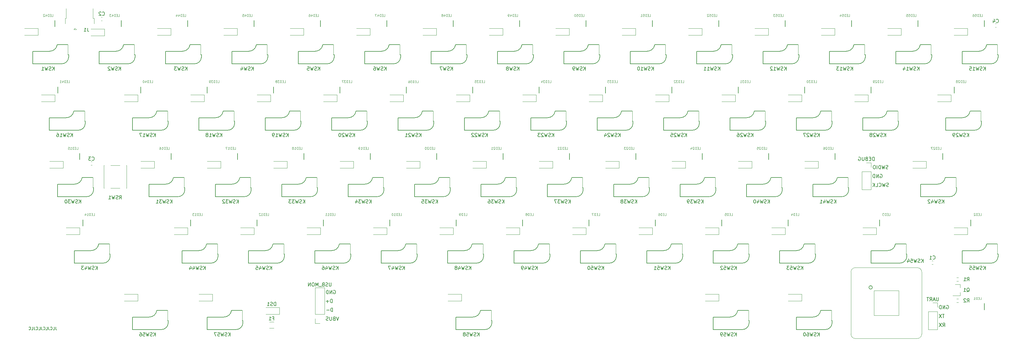
<source format=gbr>
%TF.GenerationSoftware,KiCad,Pcbnew,(5.1.9)-1*%
%TF.CreationDate,2021-10-24T15:32:31+09:00*%
%TF.ProjectId,main2,6d61696e-322e-46b6-9963-61645f706362,2*%
%TF.SameCoordinates,Original*%
%TF.FileFunction,Legend,Bot*%
%TF.FilePolarity,Positive*%
%FSLAX46Y46*%
G04 Gerber Fmt 4.6, Leading zero omitted, Abs format (unit mm)*
G04 Created by KiCad (PCBNEW (5.1.9)-1) date 2021-10-24 15:32:31*
%MOMM*%
%LPD*%
G01*
G04 APERTURE LIST*
%ADD10C,0.150000*%
%ADD11C,0.120000*%
%ADD12C,0.100000*%
G04 APERTURE END LIST*
D10*
X335850666Y-191130380D02*
X336184000Y-190654190D01*
X336422095Y-191130380D02*
X336422095Y-190130380D01*
X336041142Y-190130380D01*
X335945904Y-190178000D01*
X335898285Y-190225619D01*
X335850666Y-190320857D01*
X335850666Y-190463714D01*
X335898285Y-190558952D01*
X335945904Y-190606571D01*
X336041142Y-190654190D01*
X336422095Y-190654190D01*
X335517333Y-190130380D02*
X334850666Y-191130380D01*
X334850666Y-190130380D02*
X335517333Y-191130380D01*
X336318904Y-187590380D02*
X335747476Y-187590380D01*
X336033190Y-188590380D02*
X336033190Y-187590380D01*
X335509380Y-187590380D02*
X334842714Y-188590380D01*
X334842714Y-187590380D02*
X335509380Y-188590380D01*
X336953904Y-185098000D02*
X337049142Y-185050380D01*
X337192000Y-185050380D01*
X337334857Y-185098000D01*
X337430095Y-185193238D01*
X337477714Y-185288476D01*
X337525333Y-185478952D01*
X337525333Y-185621809D01*
X337477714Y-185812285D01*
X337430095Y-185907523D01*
X337334857Y-186002761D01*
X337192000Y-186050380D01*
X337096761Y-186050380D01*
X336953904Y-186002761D01*
X336906285Y-185955142D01*
X336906285Y-185621809D01*
X337096761Y-185621809D01*
X336477714Y-186050380D02*
X336477714Y-185050380D01*
X335906285Y-186050380D01*
X335906285Y-185050380D01*
X335430095Y-186050380D02*
X335430095Y-185050380D01*
X335192000Y-185050380D01*
X335049142Y-185098000D01*
X334953904Y-185193238D01*
X334906285Y-185288476D01*
X334858666Y-185478952D01*
X334858666Y-185621809D01*
X334906285Y-185812285D01*
X334953904Y-185907523D01*
X335049142Y-186002761D01*
X335192000Y-186050380D01*
X335430095Y-186050380D01*
X320150047Y-145870761D02*
X320007190Y-145918380D01*
X319769095Y-145918380D01*
X319673857Y-145870761D01*
X319626238Y-145823142D01*
X319578619Y-145727904D01*
X319578619Y-145632666D01*
X319626238Y-145537428D01*
X319673857Y-145489809D01*
X319769095Y-145442190D01*
X319959571Y-145394571D01*
X320054809Y-145346952D01*
X320102428Y-145299333D01*
X320150047Y-145204095D01*
X320150047Y-145108857D01*
X320102428Y-145013619D01*
X320054809Y-144966000D01*
X319959571Y-144918380D01*
X319721476Y-144918380D01*
X319578619Y-144966000D01*
X319245285Y-144918380D02*
X319007190Y-145918380D01*
X318816714Y-145204095D01*
X318626238Y-145918380D01*
X318388142Y-144918380D01*
X318007190Y-145918380D02*
X318007190Y-144918380D01*
X317769095Y-144918380D01*
X317626238Y-144966000D01*
X317531000Y-145061238D01*
X317483380Y-145156476D01*
X317435761Y-145346952D01*
X317435761Y-145489809D01*
X317483380Y-145680285D01*
X317531000Y-145775523D01*
X317626238Y-145870761D01*
X317769095Y-145918380D01*
X318007190Y-145918380D01*
X317007190Y-145918380D02*
X317007190Y-144918380D01*
X316340523Y-144918380D02*
X316150047Y-144918380D01*
X316054809Y-144966000D01*
X315959571Y-145061238D01*
X315911952Y-145251714D01*
X315911952Y-145585047D01*
X315959571Y-145775523D01*
X316054809Y-145870761D01*
X316150047Y-145918380D01*
X316340523Y-145918380D01*
X316435761Y-145870761D01*
X316531000Y-145775523D01*
X316578619Y-145585047D01*
X316578619Y-145251714D01*
X316531000Y-145061238D01*
X316435761Y-144966000D01*
X316340523Y-144918380D01*
X320292904Y-150950761D02*
X320150047Y-150998380D01*
X319911952Y-150998380D01*
X319816714Y-150950761D01*
X319769095Y-150903142D01*
X319721476Y-150807904D01*
X319721476Y-150712666D01*
X319769095Y-150617428D01*
X319816714Y-150569809D01*
X319911952Y-150522190D01*
X320102428Y-150474571D01*
X320197666Y-150426952D01*
X320245285Y-150379333D01*
X320292904Y-150284095D01*
X320292904Y-150188857D01*
X320245285Y-150093619D01*
X320197666Y-150046000D01*
X320102428Y-149998380D01*
X319864333Y-149998380D01*
X319721476Y-150046000D01*
X319388142Y-149998380D02*
X319150047Y-150998380D01*
X318959571Y-150284095D01*
X318769095Y-150998380D01*
X318531000Y-149998380D01*
X317578619Y-150903142D02*
X317626238Y-150950761D01*
X317769095Y-150998380D01*
X317864333Y-150998380D01*
X318007190Y-150950761D01*
X318102428Y-150855523D01*
X318150047Y-150760285D01*
X318197666Y-150569809D01*
X318197666Y-150426952D01*
X318150047Y-150236476D01*
X318102428Y-150141238D01*
X318007190Y-150046000D01*
X317864333Y-149998380D01*
X317769095Y-149998380D01*
X317626238Y-150046000D01*
X317578619Y-150093619D01*
X316673857Y-150998380D02*
X317150047Y-150998380D01*
X317150047Y-149998380D01*
X316340523Y-150998380D02*
X316340523Y-149998380D01*
X315769095Y-150998380D02*
X316197666Y-150426952D01*
X315769095Y-149998380D02*
X316340523Y-150569809D01*
X317903904Y-147506000D02*
X317999142Y-147458380D01*
X318142000Y-147458380D01*
X318284857Y-147506000D01*
X318380095Y-147601238D01*
X318427714Y-147696476D01*
X318475333Y-147886952D01*
X318475333Y-148029809D01*
X318427714Y-148220285D01*
X318380095Y-148315523D01*
X318284857Y-148410761D01*
X318142000Y-148458380D01*
X318046761Y-148458380D01*
X317903904Y-148410761D01*
X317856285Y-148363142D01*
X317856285Y-148029809D01*
X318046761Y-148029809D01*
X317427714Y-148458380D02*
X317427714Y-147458380D01*
X316856285Y-148458380D01*
X316856285Y-147458380D01*
X316380095Y-148458380D02*
X316380095Y-147458380D01*
X316142000Y-147458380D01*
X315999142Y-147506000D01*
X315903904Y-147601238D01*
X315856285Y-147696476D01*
X315808666Y-147886952D01*
X315808666Y-148029809D01*
X315856285Y-148220285D01*
X315903904Y-148315523D01*
X315999142Y-148410761D01*
X316142000Y-148458380D01*
X316380095Y-148458380D01*
X161058904Y-180780000D02*
X161154142Y-180732380D01*
X161297000Y-180732380D01*
X161439857Y-180780000D01*
X161535095Y-180875238D01*
X161582714Y-180970476D01*
X161630333Y-181160952D01*
X161630333Y-181303809D01*
X161582714Y-181494285D01*
X161535095Y-181589523D01*
X161439857Y-181684761D01*
X161297000Y-181732380D01*
X161201761Y-181732380D01*
X161058904Y-181684761D01*
X161011285Y-181637142D01*
X161011285Y-181303809D01*
X161201761Y-181303809D01*
X160582714Y-181732380D02*
X160582714Y-180732380D01*
X160011285Y-181732380D01*
X160011285Y-180732380D01*
X159535095Y-181732380D02*
X159535095Y-180732380D01*
X159297000Y-180732380D01*
X159154142Y-180780000D01*
X159058904Y-180875238D01*
X159011285Y-180970476D01*
X158963666Y-181160952D01*
X158963666Y-181303809D01*
X159011285Y-181494285D01*
X159058904Y-181589523D01*
X159154142Y-181684761D01*
X159297000Y-181732380D01*
X159535095Y-181732380D01*
X160669952Y-184272380D02*
X160669952Y-183272380D01*
X160431857Y-183272380D01*
X160289000Y-183320000D01*
X160193761Y-183415238D01*
X160146142Y-183510476D01*
X160098523Y-183700952D01*
X160098523Y-183843809D01*
X160146142Y-184034285D01*
X160193761Y-184129523D01*
X160289000Y-184224761D01*
X160431857Y-184272380D01*
X160669952Y-184272380D01*
X159669952Y-183891428D02*
X158908047Y-183891428D01*
X159289000Y-184272380D02*
X159289000Y-183510476D01*
X160796952Y-186812380D02*
X160796952Y-185812380D01*
X160558857Y-185812380D01*
X160416000Y-185860000D01*
X160320761Y-185955238D01*
X160273142Y-186050476D01*
X160225523Y-186240952D01*
X160225523Y-186383809D01*
X160273142Y-186574285D01*
X160320761Y-186669523D01*
X160416000Y-186764761D01*
X160558857Y-186812380D01*
X160796952Y-186812380D01*
X159796952Y-186431428D02*
X159035047Y-186431428D01*
X162511333Y-188352380D02*
X162178000Y-189352380D01*
X161844666Y-188352380D01*
X161178000Y-188828571D02*
X161035142Y-188876190D01*
X160987523Y-188923809D01*
X160939904Y-189019047D01*
X160939904Y-189161904D01*
X160987523Y-189257142D01*
X161035142Y-189304761D01*
X161130380Y-189352380D01*
X161511333Y-189352380D01*
X161511333Y-188352380D01*
X161178000Y-188352380D01*
X161082761Y-188400000D01*
X161035142Y-188447619D01*
X160987523Y-188542857D01*
X160987523Y-188638095D01*
X161035142Y-188733333D01*
X161082761Y-188780952D01*
X161178000Y-188828571D01*
X161511333Y-188828571D01*
X160511333Y-188352380D02*
X160511333Y-189161904D01*
X160463714Y-189257142D01*
X160416095Y-189304761D01*
X160320857Y-189352380D01*
X160130380Y-189352380D01*
X160035142Y-189304761D01*
X159987523Y-189257142D01*
X159939904Y-189161904D01*
X159939904Y-188352380D01*
X159511333Y-189304761D02*
X159368476Y-189352380D01*
X159130380Y-189352380D01*
X159035142Y-189304761D01*
X158987523Y-189257142D01*
X158939904Y-189161904D01*
X158939904Y-189066666D01*
X158987523Y-188971428D01*
X159035142Y-188923809D01*
X159130380Y-188876190D01*
X159320857Y-188828571D01*
X159416095Y-188780952D01*
X159463714Y-188733333D01*
X159511333Y-188638095D01*
X159511333Y-188542857D01*
X159463714Y-188447619D01*
X159416095Y-188400000D01*
X159320857Y-188352380D01*
X159082761Y-188352380D01*
X158939904Y-188400000D01*
X81320238Y-191246744D02*
X81320238Y-191818173D01*
X81358333Y-191932459D01*
X81434523Y-192008649D01*
X81548809Y-192046744D01*
X81625000Y-192046744D01*
X80558333Y-192046744D02*
X80939285Y-192046744D01*
X80939285Y-191246744D01*
X79834523Y-191970554D02*
X79872619Y-192008649D01*
X79986904Y-192046744D01*
X80063095Y-192046744D01*
X80177380Y-192008649D01*
X80253571Y-191932459D01*
X80291666Y-191856268D01*
X80329761Y-191703887D01*
X80329761Y-191589601D01*
X80291666Y-191437220D01*
X80253571Y-191361030D01*
X80177380Y-191284840D01*
X80063095Y-191246744D01*
X79986904Y-191246744D01*
X79872619Y-191284840D01*
X79834523Y-191322935D01*
X79263095Y-191246744D02*
X79263095Y-191818173D01*
X79301190Y-191932459D01*
X79377380Y-192008649D01*
X79491666Y-192046744D01*
X79567857Y-192046744D01*
X78501190Y-192046744D02*
X78882142Y-192046744D01*
X78882142Y-191246744D01*
X77777380Y-191970554D02*
X77815476Y-192008649D01*
X77929761Y-192046744D01*
X78005952Y-192046744D01*
X78120238Y-192008649D01*
X78196428Y-191932459D01*
X78234523Y-191856268D01*
X78272619Y-191703887D01*
X78272619Y-191589601D01*
X78234523Y-191437220D01*
X78196428Y-191361030D01*
X78120238Y-191284840D01*
X78005952Y-191246744D01*
X77929761Y-191246744D01*
X77815476Y-191284840D01*
X77777380Y-191322935D01*
X77205952Y-191246744D02*
X77205952Y-191818173D01*
X77244047Y-191932459D01*
X77320238Y-192008649D01*
X77434523Y-192046744D01*
X77510714Y-192046744D01*
X76444047Y-192046744D02*
X76825000Y-192046744D01*
X76825000Y-191246744D01*
X75720238Y-191970554D02*
X75758333Y-192008649D01*
X75872619Y-192046744D01*
X75948809Y-192046744D01*
X76063095Y-192008649D01*
X76139285Y-191932459D01*
X76177380Y-191856268D01*
X76215476Y-191703887D01*
X76215476Y-191589601D01*
X76177380Y-191437220D01*
X76139285Y-191361030D01*
X76063095Y-191284840D01*
X75948809Y-191246744D01*
X75872619Y-191246744D01*
X75758333Y-191284840D01*
X75720238Y-191322935D01*
X75148809Y-191246744D02*
X75148809Y-191818173D01*
X75186904Y-191932459D01*
X75263095Y-192008649D01*
X75377380Y-192046744D01*
X75453571Y-192046744D01*
X74386904Y-192046744D02*
X74767857Y-192046744D01*
X74767857Y-191246744D01*
X73663095Y-191970554D02*
X73701190Y-192008649D01*
X73815476Y-192046744D01*
X73891666Y-192046744D01*
X74005952Y-192008649D01*
X74082142Y-191932459D01*
X74120238Y-191856268D01*
X74158333Y-191703887D01*
X74158333Y-191589601D01*
X74120238Y-191437220D01*
X74082142Y-191361030D01*
X74005952Y-191284840D01*
X73891666Y-191246744D01*
X73815476Y-191246744D01*
X73701190Y-191284840D01*
X73663095Y-191322935D01*
%TO.C,KSW28*%
X323175000Y-132210000D02*
X322975000Y-132210000D01*
X312875000Y-131260000D02*
X312875000Y-134860000D01*
X323175000Y-132960000D02*
X323175000Y-132210000D01*
X312875000Y-134860000D02*
X321075001Y-134860000D01*
X322975000Y-129360000D02*
X319895000Y-129360000D01*
X317675000Y-131260000D02*
X312875000Y-131260000D01*
D11*
X322975000Y-132210000D02*
X322975000Y-129360000D01*
D10*
X319891318Y-129381471D02*
G75*
G02*
X317675000Y-131260000I-2151318J291471D01*
G01*
X323175000Y-132959999D02*
G75*
G02*
X321075001Y-134860000I-2000000J99999D01*
G01*
%TO.C,KSW59*%
X280312000Y-189360000D02*
X280112000Y-189360000D01*
X270012000Y-188410000D02*
X270012000Y-192010000D01*
X280312000Y-190110000D02*
X280312000Y-189360000D01*
X270012000Y-192010000D02*
X278212001Y-192010000D01*
X280112000Y-186510000D02*
X277032000Y-186510000D01*
X274812000Y-188410000D02*
X270012000Y-188410000D01*
D11*
X280112000Y-189360000D02*
X280112000Y-186510000D01*
D10*
X277028318Y-186531471D02*
G75*
G02*
X274812000Y-188410000I-2151318J291471D01*
G01*
X280312000Y-190109999D02*
G75*
G02*
X278212001Y-192010000I-2000000J99999D01*
G01*
D11*
%TO.C,C4*%
X350904733Y-104316000D02*
X351197267Y-104316000D01*
X350904733Y-105336000D02*
X351197267Y-105336000D01*
%TO.C,C3*%
X91443733Y-143813000D02*
X91736267Y-143813000D01*
X91443733Y-144833000D02*
X91736267Y-144833000D01*
%TO.C,J4*%
X334347000Y-184268000D02*
X333017000Y-184268000D01*
X334347000Y-185598000D02*
X334347000Y-184268000D01*
X334347000Y-186868000D02*
X331687000Y-186868000D01*
X331687000Y-186868000D02*
X331687000Y-192008000D01*
X334347000Y-186868000D02*
X334347000Y-192008000D01*
X334347000Y-192008000D02*
X331687000Y-192008000D01*
%TO.C,J2*%
X155792000Y-190230000D02*
X157122000Y-190230000D01*
X155792000Y-188900000D02*
X155792000Y-190230000D01*
X155792000Y-187630000D02*
X158452000Y-187630000D01*
X158452000Y-187630000D02*
X158452000Y-179950000D01*
X155792000Y-187630000D02*
X155792000Y-179950000D01*
X155792000Y-179950000D02*
X158452000Y-179950000D01*
%TO.C,U1*%
X309515000Y-193300000D02*
X309515000Y-175520000D01*
X328565000Y-194570000D02*
X310785000Y-194570000D01*
X329835000Y-175520000D02*
X329835000Y-193300000D01*
X310785000Y-174250000D02*
X328565000Y-174250000D01*
X316119000Y-180854000D02*
X323231000Y-180854000D01*
X316119000Y-187966000D02*
X316119000Y-180854000D01*
X323231000Y-187966000D02*
X316119000Y-187966000D01*
X323231000Y-180854000D02*
X323231000Y-187966000D01*
D10*
X315675000Y-179910000D02*
G75*
G03*
X315675000Y-179910000I-500000J0D01*
G01*
D11*
X310785000Y-174250000D02*
G75*
G03*
X309515000Y-175520000I0J-1270000D01*
G01*
X309515000Y-193300000D02*
G75*
G03*
X310785000Y-194570000I1270000J0D01*
G01*
X328565000Y-194570000D02*
G75*
G03*
X329835000Y-193300000I0J1270000D01*
G01*
X329835000Y-175520000D02*
G75*
G03*
X328565000Y-174250000I-1270000J0D01*
G01*
%TO.C,F1*%
X143881064Y-191588000D02*
X142676936Y-191588000D01*
X143881064Y-189768000D02*
X142676936Y-189768000D01*
%TO.C,DS1*%
X145529000Y-185614000D02*
X141629000Y-185614000D01*
X145529000Y-187614000D02*
X141629000Y-187614000D01*
X145529000Y-185614000D02*
X145529000Y-187614000D01*
%TO.C,C2*%
X94683767Y-103431000D02*
X94391233Y-103431000D01*
X94683767Y-102411000D02*
X94391233Y-102411000D01*
%TO.C,C1*%
X332743733Y-172261000D02*
X333036267Y-172261000D01*
X332743733Y-173281000D02*
X333036267Y-173281000D01*
%TO.C,RSW1*%
X95170000Y-151430000D02*
X95170000Y-144970000D01*
X99700000Y-151430000D02*
X97100000Y-151430000D01*
X101630000Y-151430000D02*
X101630000Y-144970000D01*
X99700000Y-144970000D02*
X97100000Y-144970000D01*
X101600000Y-151430000D02*
X101630000Y-151430000D01*
X95170000Y-151430000D02*
X95200000Y-151430000D01*
X95170000Y-144970000D02*
X95200000Y-144970000D01*
X101630000Y-144970000D02*
X101600000Y-144970000D01*
%TO.C,R2*%
X339874276Y-183170500D02*
X340383724Y-183170500D01*
X339874276Y-184215500D02*
X340383724Y-184215500D01*
%TO.C,R1*%
X340383724Y-178119500D02*
X339874276Y-178119500D01*
X340383724Y-177074500D02*
X339874276Y-177074500D01*
%TO.C,Q1*%
X340889000Y-179065000D02*
X339429000Y-179065000D01*
X340889000Y-182225000D02*
X338729000Y-182225000D01*
X340889000Y-182225000D02*
X340889000Y-181295000D01*
X340889000Y-179065000D02*
X340889000Y-179995000D01*
D10*
%TO.C,LED56*%
X347800000Y-105150000D02*
X347800000Y-103350000D01*
%TO.C,LED55*%
X328750000Y-105150000D02*
X328750000Y-103350000D01*
%TO.C,LED54*%
X309700000Y-105150000D02*
X309700000Y-103350000D01*
%TO.C,LED53*%
X290650000Y-105150000D02*
X290650000Y-103350000D01*
%TO.C,LED52*%
X271600000Y-105150000D02*
X271600000Y-103350000D01*
%TO.C,LED51*%
X252550000Y-105150000D02*
X252550000Y-103350000D01*
%TO.C,LED50*%
X233500000Y-105150000D02*
X233500000Y-103350000D01*
%TO.C,LED49*%
X214450000Y-105150000D02*
X214450000Y-103350000D01*
%TO.C,LED48*%
X195400000Y-105150000D02*
X195400000Y-103350000D01*
%TO.C,LED47*%
X176350000Y-105150000D02*
X176350000Y-103350000D01*
%TO.C,LED46*%
X157300000Y-105150000D02*
X157300000Y-103350000D01*
%TO.C,LED45*%
X138250000Y-105150000D02*
X138250000Y-103350000D01*
%TO.C,LED44*%
X119200000Y-105150000D02*
X119200000Y-103350000D01*
%TO.C,LED43*%
X100150000Y-105150000D02*
X100150000Y-103350000D01*
%TO.C,LED42*%
X81100000Y-105150000D02*
X81100000Y-103350000D01*
%TO.C,LED41*%
X81962500Y-122400000D02*
X81962500Y-124200000D01*
%TO.C,LED40*%
X105775000Y-122400000D02*
X105775000Y-124200000D01*
%TO.C,LED39*%
X124825000Y-122400000D02*
X124825000Y-124200000D01*
%TO.C,LED38*%
X143875000Y-122400000D02*
X143875000Y-124200000D01*
%TO.C,LED37*%
X162925000Y-122400000D02*
X162925000Y-124200000D01*
%TO.C,LED36*%
X181975000Y-122400000D02*
X181975000Y-124200000D01*
%TO.C,LED35*%
X201025000Y-122400000D02*
X201025000Y-124200000D01*
%TO.C,LED34*%
X220075000Y-122400000D02*
X220075000Y-124200000D01*
%TO.C,LED33*%
X239125000Y-122400000D02*
X239125000Y-124200000D01*
%TO.C,LED32*%
X258175000Y-122400000D02*
X258175000Y-124200000D01*
%TO.C,LED31*%
X277225000Y-122400000D02*
X277225000Y-124200000D01*
%TO.C,LED30*%
X296275000Y-122400000D02*
X296275000Y-124200000D01*
%TO.C,LED29*%
X315325000Y-122400000D02*
X315325000Y-124200000D01*
%TO.C,LED28*%
X339138000Y-122400000D02*
X339138000Y-124200000D01*
%TO.C,LED27*%
X335894000Y-143250000D02*
X335894000Y-141450000D01*
%TO.C,LED26*%
X304938000Y-143250000D02*
X304938000Y-141450000D01*
%TO.C,LED25*%
X285888000Y-143250000D02*
X285888000Y-141450000D01*
%TO.C,LED24*%
X266838000Y-143250000D02*
X266838000Y-141450000D01*
%TO.C,LED23*%
X247788000Y-143250000D02*
X247788000Y-141450000D01*
%TO.C,LED22*%
X228738000Y-143250000D02*
X228738000Y-141450000D01*
%TO.C,LED21*%
X209688000Y-143250000D02*
X209688000Y-141450000D01*
%TO.C,LED20*%
X190638000Y-143250000D02*
X190638000Y-141450000D01*
%TO.C,LED19*%
X171588000Y-143250000D02*
X171588000Y-141450000D01*
%TO.C,LED18*%
X152538000Y-143250000D02*
X152538000Y-141450000D01*
%TO.C,LED17*%
X133488000Y-143250000D02*
X133488000Y-141450000D01*
%TO.C,LED16*%
X114438000Y-143250000D02*
X114438000Y-141450000D01*
%TO.C,LED15*%
X88243800Y-143250000D02*
X88243800Y-141450000D01*
%TO.C,LED14*%
X89106200Y-160500000D02*
X89106200Y-162300000D01*
%TO.C,LED13*%
X120062000Y-160500000D02*
X120062000Y-162300000D01*
%TO.C,LED12*%
X139112000Y-160500000D02*
X139112000Y-162300000D01*
%TO.C,LED11*%
X158162000Y-160500000D02*
X158162000Y-162300000D01*
%TO.C,LED10*%
X177212000Y-160500000D02*
X177212000Y-162300000D01*
%TO.C,LED9*%
X196262000Y-160500000D02*
X196262000Y-162300000D01*
%TO.C,LED8*%
X215312000Y-160500000D02*
X215312000Y-162300000D01*
%TO.C,LED7*%
X234362000Y-160500000D02*
X234362000Y-162300000D01*
%TO.C,LED6*%
X253412000Y-160500000D02*
X253412000Y-162300000D01*
%TO.C,LED5*%
X272462000Y-160500000D02*
X272462000Y-162300000D01*
%TO.C,LED4*%
X291512000Y-160500000D02*
X291512000Y-162300000D01*
%TO.C,LED3*%
X317706000Y-160500000D02*
X317706000Y-162300000D01*
%TO.C,LED2*%
X343900000Y-160500000D02*
X343900000Y-162300000D01*
%TO.C,LED1*%
X347801000Y-186310000D02*
X347801000Y-184510000D01*
%TO.C,KSW60*%
X304125000Y-189360000D02*
X303925000Y-189360000D01*
X293825000Y-188410000D02*
X293825000Y-192010000D01*
X304125000Y-190110000D02*
X304125000Y-189360000D01*
X293825000Y-192010000D02*
X302025001Y-192010000D01*
X303925000Y-186510000D02*
X300845000Y-186510000D01*
X298625000Y-188410000D02*
X293825000Y-188410000D01*
D11*
X303925000Y-189360000D02*
X303925000Y-186510000D01*
D10*
X300841318Y-186531471D02*
G75*
G02*
X298625000Y-188410000I-2151318J291471D01*
G01*
X304125000Y-190109999D02*
G75*
G02*
X302025001Y-192010000I-2000000J99999D01*
G01*
%TO.C,KSW58*%
X206494000Y-189360000D02*
X206294000Y-189360000D01*
X196194000Y-188410000D02*
X196194000Y-192010000D01*
X206494000Y-190110000D02*
X206494000Y-189360000D01*
X196194000Y-192010000D02*
X204394001Y-192010000D01*
X206294000Y-186510000D02*
X203214000Y-186510000D01*
X200994000Y-188410000D02*
X196194000Y-188410000D01*
D11*
X206294000Y-189360000D02*
X206294000Y-186510000D01*
D10*
X203210318Y-186531471D02*
G75*
G02*
X200994000Y-188410000I-2151318J291471D01*
G01*
X206494000Y-190109999D02*
G75*
G02*
X204394001Y-192010000I-2000000J99999D01*
G01*
%TO.C,KSW57*%
X135056000Y-189360000D02*
X134856000Y-189360000D01*
X124756000Y-188410000D02*
X124756000Y-192010000D01*
X135056000Y-190110000D02*
X135056000Y-189360000D01*
X124756000Y-192010000D02*
X132956001Y-192010000D01*
X134856000Y-186510000D02*
X131776000Y-186510000D01*
X129556000Y-188410000D02*
X124756000Y-188410000D01*
D11*
X134856000Y-189360000D02*
X134856000Y-186510000D01*
D10*
X131772318Y-186531471D02*
G75*
G02*
X129556000Y-188410000I-2151318J291471D01*
G01*
X135056000Y-190109999D02*
G75*
G02*
X132956001Y-192010000I-2000000J99999D01*
G01*
%TO.C,KSW56*%
X113625000Y-189360000D02*
X113425000Y-189360000D01*
X103325000Y-188410000D02*
X103325000Y-192010000D01*
X113625000Y-190110000D02*
X113625000Y-189360000D01*
X103325000Y-192010000D02*
X111525001Y-192010000D01*
X113425000Y-186510000D02*
X110345000Y-186510000D01*
X108125000Y-188410000D02*
X103325000Y-188410000D01*
D11*
X113425000Y-189360000D02*
X113425000Y-186510000D01*
D10*
X110341318Y-186531471D02*
G75*
G02*
X108125000Y-188410000I-2151318J291471D01*
G01*
X113625000Y-190109999D02*
G75*
G02*
X111525001Y-192010000I-2000000J99999D01*
G01*
%TO.C,KSW55*%
X351750000Y-170310000D02*
X351550000Y-170310000D01*
X341450000Y-169360000D02*
X341450000Y-172960000D01*
X351750000Y-171060000D02*
X351750000Y-170310000D01*
X341450000Y-172960000D02*
X349650001Y-172960000D01*
X351550000Y-167460000D02*
X348470000Y-167460000D01*
X346250000Y-169360000D02*
X341450000Y-169360000D01*
D11*
X351550000Y-170310000D02*
X351550000Y-167460000D01*
D10*
X348466318Y-167481471D02*
G75*
G02*
X346250000Y-169360000I-2151318J291471D01*
G01*
X351750000Y-171059999D02*
G75*
G02*
X349650001Y-172960000I-2000000J99999D01*
G01*
%TO.C,KSW54*%
X325556000Y-170310000D02*
X325356000Y-170310000D01*
X315256000Y-169360000D02*
X315256000Y-172960000D01*
X325556000Y-171060000D02*
X325556000Y-170310000D01*
X315256000Y-172960000D02*
X323456001Y-172960000D01*
X325356000Y-167460000D02*
X322276000Y-167460000D01*
X320056000Y-169360000D02*
X315256000Y-169360000D01*
D11*
X325356000Y-170310000D02*
X325356000Y-167460000D01*
D10*
X322272318Y-167481471D02*
G75*
G02*
X320056000Y-169360000I-2151318J291471D01*
G01*
X325556000Y-171059999D02*
G75*
G02*
X323456001Y-172960000I-2000000J99999D01*
G01*
%TO.C,KSW53*%
X299362000Y-170310000D02*
X299162000Y-170310000D01*
X289062000Y-169360000D02*
X289062000Y-172960000D01*
X299362000Y-171060000D02*
X299362000Y-170310000D01*
X289062000Y-172960000D02*
X297262001Y-172960000D01*
X299162000Y-167460000D02*
X296082000Y-167460000D01*
X293862000Y-169360000D02*
X289062000Y-169360000D01*
D11*
X299162000Y-170310000D02*
X299162000Y-167460000D01*
D10*
X296078318Y-167481471D02*
G75*
G02*
X293862000Y-169360000I-2151318J291471D01*
G01*
X299362000Y-171059999D02*
G75*
G02*
X297262001Y-172960000I-2000000J99999D01*
G01*
%TO.C,KSW52*%
X280312000Y-170310000D02*
X280112000Y-170310000D01*
X270012000Y-169360000D02*
X270012000Y-172960000D01*
X280312000Y-171060000D02*
X280312000Y-170310000D01*
X270012000Y-172960000D02*
X278212001Y-172960000D01*
X280112000Y-167460000D02*
X277032000Y-167460000D01*
X274812000Y-169360000D02*
X270012000Y-169360000D01*
D11*
X280112000Y-170310000D02*
X280112000Y-167460000D01*
D10*
X277028318Y-167481471D02*
G75*
G02*
X274812000Y-169360000I-2151318J291471D01*
G01*
X280312000Y-171059999D02*
G75*
G02*
X278212001Y-172960000I-2000000J99999D01*
G01*
%TO.C,KSW51*%
X261262000Y-170310000D02*
X261062000Y-170310000D01*
X250962000Y-169360000D02*
X250962000Y-172960000D01*
X261262000Y-171060000D02*
X261262000Y-170310000D01*
X250962000Y-172960000D02*
X259162001Y-172960000D01*
X261062000Y-167460000D02*
X257982000Y-167460000D01*
X255762000Y-169360000D02*
X250962000Y-169360000D01*
D11*
X261062000Y-170310000D02*
X261062000Y-167460000D01*
D10*
X257978318Y-167481471D02*
G75*
G02*
X255762000Y-169360000I-2151318J291471D01*
G01*
X261262000Y-171059999D02*
G75*
G02*
X259162001Y-172960000I-2000000J99999D01*
G01*
%TO.C,KSW50*%
X242212000Y-170310000D02*
X242012000Y-170310000D01*
X231912000Y-169360000D02*
X231912000Y-172960000D01*
X242212000Y-171060000D02*
X242212000Y-170310000D01*
X231912000Y-172960000D02*
X240112001Y-172960000D01*
X242012000Y-167460000D02*
X238932000Y-167460000D01*
X236712000Y-169360000D02*
X231912000Y-169360000D01*
D11*
X242012000Y-170310000D02*
X242012000Y-167460000D01*
D10*
X238928318Y-167481471D02*
G75*
G02*
X236712000Y-169360000I-2151318J291471D01*
G01*
X242212000Y-171059999D02*
G75*
G02*
X240112001Y-172960000I-2000000J99999D01*
G01*
%TO.C,KSW49*%
X223162000Y-170310000D02*
X222962000Y-170310000D01*
X212862000Y-169360000D02*
X212862000Y-172960000D01*
X223162000Y-171060000D02*
X223162000Y-170310000D01*
X212862000Y-172960000D02*
X221062001Y-172960000D01*
X222962000Y-167460000D02*
X219882000Y-167460000D01*
X217662000Y-169360000D02*
X212862000Y-169360000D01*
D11*
X222962000Y-170310000D02*
X222962000Y-167460000D01*
D10*
X219878318Y-167481471D02*
G75*
G02*
X217662000Y-169360000I-2151318J291471D01*
G01*
X223162000Y-171059999D02*
G75*
G02*
X221062001Y-172960000I-2000000J99999D01*
G01*
%TO.C,KSW48*%
X204112000Y-170310000D02*
X203912000Y-170310000D01*
X193812000Y-169360000D02*
X193812000Y-172960000D01*
X204112000Y-171060000D02*
X204112000Y-170310000D01*
X193812000Y-172960000D02*
X202012001Y-172960000D01*
X203912000Y-167460000D02*
X200832000Y-167460000D01*
X198612000Y-169360000D02*
X193812000Y-169360000D01*
D11*
X203912000Y-170310000D02*
X203912000Y-167460000D01*
D10*
X200828318Y-167481471D02*
G75*
G02*
X198612000Y-169360000I-2151318J291471D01*
G01*
X204112000Y-171059999D02*
G75*
G02*
X202012001Y-172960000I-2000000J99999D01*
G01*
%TO.C,KSW47*%
X185062000Y-170310000D02*
X184862000Y-170310000D01*
X174762000Y-169360000D02*
X174762000Y-172960000D01*
X185062000Y-171060000D02*
X185062000Y-170310000D01*
X174762000Y-172960000D02*
X182962001Y-172960000D01*
X184862000Y-167460000D02*
X181782000Y-167460000D01*
X179562000Y-169360000D02*
X174762000Y-169360000D01*
D11*
X184862000Y-170310000D02*
X184862000Y-167460000D01*
D10*
X181778318Y-167481471D02*
G75*
G02*
X179562000Y-169360000I-2151318J291471D01*
G01*
X185062000Y-171059999D02*
G75*
G02*
X182962001Y-172960000I-2000000J99999D01*
G01*
%TO.C,KSW46*%
X166012000Y-170310000D02*
X165812000Y-170310000D01*
X155712000Y-169360000D02*
X155712000Y-172960000D01*
X166012000Y-171060000D02*
X166012000Y-170310000D01*
X155712000Y-172960000D02*
X163912001Y-172960000D01*
X165812000Y-167460000D02*
X162732000Y-167460000D01*
X160512000Y-169360000D02*
X155712000Y-169360000D01*
D11*
X165812000Y-170310000D02*
X165812000Y-167460000D01*
D10*
X162728318Y-167481471D02*
G75*
G02*
X160512000Y-169360000I-2151318J291471D01*
G01*
X166012000Y-171059999D02*
G75*
G02*
X163912001Y-172960000I-2000000J99999D01*
G01*
%TO.C,KSW45*%
X146962000Y-170310000D02*
X146762000Y-170310000D01*
X136662000Y-169360000D02*
X136662000Y-172960000D01*
X146962000Y-171060000D02*
X146962000Y-170310000D01*
X136662000Y-172960000D02*
X144862001Y-172960000D01*
X146762000Y-167460000D02*
X143682000Y-167460000D01*
X141462000Y-169360000D02*
X136662000Y-169360000D01*
D11*
X146762000Y-170310000D02*
X146762000Y-167460000D01*
D10*
X143678318Y-167481471D02*
G75*
G02*
X141462000Y-169360000I-2151318J291471D01*
G01*
X146962000Y-171059999D02*
G75*
G02*
X144862001Y-172960000I-2000000J99999D01*
G01*
%TO.C,KSW44*%
X127912000Y-170310000D02*
X127712000Y-170310000D01*
X117612000Y-169360000D02*
X117612000Y-172960000D01*
X127912000Y-171060000D02*
X127912000Y-170310000D01*
X117612000Y-172960000D02*
X125812001Y-172960000D01*
X127712000Y-167460000D02*
X124632000Y-167460000D01*
X122412000Y-169360000D02*
X117612000Y-169360000D01*
D11*
X127712000Y-170310000D02*
X127712000Y-167460000D01*
D10*
X124628318Y-167481471D02*
G75*
G02*
X122412000Y-169360000I-2151318J291471D01*
G01*
X127912000Y-171059999D02*
G75*
G02*
X125812001Y-172960000I-2000000J99999D01*
G01*
%TO.C,KSW43*%
X96956200Y-170310000D02*
X96756200Y-170310000D01*
X86656200Y-169360000D02*
X86656200Y-172960000D01*
X96956200Y-171060000D02*
X96956200Y-170310000D01*
X86656200Y-172960000D02*
X94856201Y-172960000D01*
X96756200Y-167460000D02*
X93676200Y-167460000D01*
X91456200Y-169360000D02*
X86656200Y-169360000D01*
D11*
X96756200Y-170310000D02*
X96756200Y-167460000D01*
D10*
X93672518Y-167481471D02*
G75*
G02*
X91456200Y-169360000I-2151318J291471D01*
G01*
X96956200Y-171059999D02*
G75*
G02*
X94856201Y-172960000I-2000000J99999D01*
G01*
%TO.C,KSW42*%
X339844000Y-151260000D02*
X339644000Y-151260000D01*
X329544000Y-150310000D02*
X329544000Y-153910000D01*
X339844000Y-152010000D02*
X339844000Y-151260000D01*
X329544000Y-153910000D02*
X337744001Y-153910000D01*
X339644000Y-148410000D02*
X336564000Y-148410000D01*
X334344000Y-150310000D02*
X329544000Y-150310000D01*
D11*
X339644000Y-151260000D02*
X339644000Y-148410000D01*
D10*
X336560318Y-148431471D02*
G75*
G02*
X334344000Y-150310000I-2151318J291471D01*
G01*
X339844000Y-152009999D02*
G75*
G02*
X337744001Y-153910000I-2000000J99999D01*
G01*
%TO.C,KSW41*%
X308888000Y-151260000D02*
X308688000Y-151260000D01*
X298588000Y-150310000D02*
X298588000Y-153910000D01*
X308888000Y-152010000D02*
X308888000Y-151260000D01*
X298588000Y-153910000D02*
X306788001Y-153910000D01*
X308688000Y-148410000D02*
X305608000Y-148410000D01*
X303388000Y-150310000D02*
X298588000Y-150310000D01*
D11*
X308688000Y-151260000D02*
X308688000Y-148410000D01*
D10*
X305604318Y-148431471D02*
G75*
G02*
X303388000Y-150310000I-2151318J291471D01*
G01*
X308888000Y-152009999D02*
G75*
G02*
X306788001Y-153910000I-2000000J99999D01*
G01*
%TO.C,KSW40*%
X289838000Y-151260000D02*
X289638000Y-151260000D01*
X279538000Y-150310000D02*
X279538000Y-153910000D01*
X289838000Y-152010000D02*
X289838000Y-151260000D01*
X279538000Y-153910000D02*
X287738001Y-153910000D01*
X289638000Y-148410000D02*
X286558000Y-148410000D01*
X284338000Y-150310000D02*
X279538000Y-150310000D01*
D11*
X289638000Y-151260000D02*
X289638000Y-148410000D01*
D10*
X286554318Y-148431471D02*
G75*
G02*
X284338000Y-150310000I-2151318J291471D01*
G01*
X289838000Y-152009999D02*
G75*
G02*
X287738001Y-153910000I-2000000J99999D01*
G01*
%TO.C,KSW39*%
X270788000Y-151260000D02*
X270588000Y-151260000D01*
X260488000Y-150310000D02*
X260488000Y-153910000D01*
X270788000Y-152010000D02*
X270788000Y-151260000D01*
X260488000Y-153910000D02*
X268688001Y-153910000D01*
X270588000Y-148410000D02*
X267508000Y-148410000D01*
X265288000Y-150310000D02*
X260488000Y-150310000D01*
D11*
X270588000Y-151260000D02*
X270588000Y-148410000D01*
D10*
X267504318Y-148431471D02*
G75*
G02*
X265288000Y-150310000I-2151318J291471D01*
G01*
X270788000Y-152009999D02*
G75*
G02*
X268688001Y-153910000I-2000000J99999D01*
G01*
%TO.C,KSW38*%
X251738000Y-151260000D02*
X251538000Y-151260000D01*
X241438000Y-150310000D02*
X241438000Y-153910000D01*
X251738000Y-152010000D02*
X251738000Y-151260000D01*
X241438000Y-153910000D02*
X249638001Y-153910000D01*
X251538000Y-148410000D02*
X248458000Y-148410000D01*
X246238000Y-150310000D02*
X241438000Y-150310000D01*
D11*
X251538000Y-151260000D02*
X251538000Y-148410000D01*
D10*
X248454318Y-148431471D02*
G75*
G02*
X246238000Y-150310000I-2151318J291471D01*
G01*
X251738000Y-152009999D02*
G75*
G02*
X249638001Y-153910000I-2000000J99999D01*
G01*
%TO.C,KSW37*%
X232688000Y-151260000D02*
X232488000Y-151260000D01*
X222388000Y-150310000D02*
X222388000Y-153910000D01*
X232688000Y-152010000D02*
X232688000Y-151260000D01*
X222388000Y-153910000D02*
X230588001Y-153910000D01*
X232488000Y-148410000D02*
X229408000Y-148410000D01*
X227188000Y-150310000D02*
X222388000Y-150310000D01*
D11*
X232488000Y-151260000D02*
X232488000Y-148410000D01*
D10*
X229404318Y-148431471D02*
G75*
G02*
X227188000Y-150310000I-2151318J291471D01*
G01*
X232688000Y-152009999D02*
G75*
G02*
X230588001Y-153910000I-2000000J99999D01*
G01*
%TO.C,KSW36*%
X213638000Y-151260000D02*
X213438000Y-151260000D01*
X203338000Y-150310000D02*
X203338000Y-153910000D01*
X213638000Y-152010000D02*
X213638000Y-151260000D01*
X203338000Y-153910000D02*
X211538001Y-153910000D01*
X213438000Y-148410000D02*
X210358000Y-148410000D01*
X208138000Y-150310000D02*
X203338000Y-150310000D01*
D11*
X213438000Y-151260000D02*
X213438000Y-148410000D01*
D10*
X210354318Y-148431471D02*
G75*
G02*
X208138000Y-150310000I-2151318J291471D01*
G01*
X213638000Y-152009999D02*
G75*
G02*
X211538001Y-153910000I-2000000J99999D01*
G01*
%TO.C,KSW35*%
X194588000Y-151260000D02*
X194388000Y-151260000D01*
X184288000Y-150310000D02*
X184288000Y-153910000D01*
X194588000Y-152010000D02*
X194588000Y-151260000D01*
X184288000Y-153910000D02*
X192488001Y-153910000D01*
X194388000Y-148410000D02*
X191308000Y-148410000D01*
X189088000Y-150310000D02*
X184288000Y-150310000D01*
D11*
X194388000Y-151260000D02*
X194388000Y-148410000D01*
D10*
X191304318Y-148431471D02*
G75*
G02*
X189088000Y-150310000I-2151318J291471D01*
G01*
X194588000Y-152009999D02*
G75*
G02*
X192488001Y-153910000I-2000000J99999D01*
G01*
%TO.C,KSW34*%
X175538000Y-151260000D02*
X175338000Y-151260000D01*
X165238000Y-150310000D02*
X165238000Y-153910000D01*
X175538000Y-152010000D02*
X175538000Y-151260000D01*
X165238000Y-153910000D02*
X173438001Y-153910000D01*
X175338000Y-148410000D02*
X172258000Y-148410000D01*
X170038000Y-150310000D02*
X165238000Y-150310000D01*
D11*
X175338000Y-151260000D02*
X175338000Y-148410000D01*
D10*
X172254318Y-148431471D02*
G75*
G02*
X170038000Y-150310000I-2151318J291471D01*
G01*
X175538000Y-152009999D02*
G75*
G02*
X173438001Y-153910000I-2000000J99999D01*
G01*
%TO.C,KSW33*%
X156488000Y-151260000D02*
X156288000Y-151260000D01*
X146188000Y-150310000D02*
X146188000Y-153910000D01*
X156488000Y-152010000D02*
X156488000Y-151260000D01*
X146188000Y-153910000D02*
X154388001Y-153910000D01*
X156288000Y-148410000D02*
X153208000Y-148410000D01*
X150988000Y-150310000D02*
X146188000Y-150310000D01*
D11*
X156288000Y-151260000D02*
X156288000Y-148410000D01*
D10*
X153204318Y-148431471D02*
G75*
G02*
X150988000Y-150310000I-2151318J291471D01*
G01*
X156488000Y-152009999D02*
G75*
G02*
X154388001Y-153910000I-2000000J99999D01*
G01*
%TO.C,KSW32*%
X137438000Y-151260000D02*
X137238000Y-151260000D01*
X127138000Y-150310000D02*
X127138000Y-153910000D01*
X137438000Y-152010000D02*
X137438000Y-151260000D01*
X127138000Y-153910000D02*
X135338001Y-153910000D01*
X137238000Y-148410000D02*
X134158000Y-148410000D01*
X131938000Y-150310000D02*
X127138000Y-150310000D01*
D11*
X137238000Y-151260000D02*
X137238000Y-148410000D01*
D10*
X134154318Y-148431471D02*
G75*
G02*
X131938000Y-150310000I-2151318J291471D01*
G01*
X137438000Y-152009999D02*
G75*
G02*
X135338001Y-153910000I-2000000J99999D01*
G01*
%TO.C,KSW31*%
X118388000Y-151260000D02*
X118188000Y-151260000D01*
X108088000Y-150310000D02*
X108088000Y-153910000D01*
X118388000Y-152010000D02*
X118388000Y-151260000D01*
X108088000Y-153910000D02*
X116288001Y-153910000D01*
X118188000Y-148410000D02*
X115108000Y-148410000D01*
X112888000Y-150310000D02*
X108088000Y-150310000D01*
D11*
X118188000Y-151260000D02*
X118188000Y-148410000D01*
D10*
X115104318Y-148431471D02*
G75*
G02*
X112888000Y-150310000I-2151318J291471D01*
G01*
X118388000Y-152009999D02*
G75*
G02*
X116288001Y-153910000I-2000000J99999D01*
G01*
%TO.C,KSW30*%
X92193800Y-151260000D02*
X91993800Y-151260000D01*
X81893800Y-150310000D02*
X81893800Y-153910000D01*
X92193800Y-152010000D02*
X92193800Y-151260000D01*
X81893800Y-153910000D02*
X90093801Y-153910000D01*
X91993800Y-148410000D02*
X88913800Y-148410000D01*
X86693800Y-150310000D02*
X81893800Y-150310000D01*
D11*
X91993800Y-151260000D02*
X91993800Y-148410000D01*
D10*
X88910118Y-148431471D02*
G75*
G02*
X86693800Y-150310000I-2151318J291471D01*
G01*
X92193800Y-152009999D02*
G75*
G02*
X90093801Y-153910000I-2000000J99999D01*
G01*
%TO.C,KSW29*%
X346988000Y-132210000D02*
X346788000Y-132210000D01*
X336688000Y-131260000D02*
X336688000Y-134860000D01*
X346988000Y-132960000D02*
X346988000Y-132210000D01*
X336688000Y-134860000D02*
X344888001Y-134860000D01*
X346788000Y-129360000D02*
X343708000Y-129360000D01*
X341488000Y-131260000D02*
X336688000Y-131260000D01*
D11*
X346788000Y-132210000D02*
X346788000Y-129360000D01*
D10*
X343704318Y-129381471D02*
G75*
G02*
X341488000Y-131260000I-2151318J291471D01*
G01*
X346988000Y-132959999D02*
G75*
G02*
X344888001Y-134860000I-2000000J99999D01*
G01*
%TO.C,KSW27*%
X304125000Y-132210000D02*
X303925000Y-132210000D01*
X293825000Y-131260000D02*
X293825000Y-134860000D01*
X304125000Y-132960000D02*
X304125000Y-132210000D01*
X293825000Y-134860000D02*
X302025001Y-134860000D01*
X303925000Y-129360000D02*
X300845000Y-129360000D01*
X298625000Y-131260000D02*
X293825000Y-131260000D01*
D11*
X303925000Y-132210000D02*
X303925000Y-129360000D01*
D10*
X300841318Y-129381471D02*
G75*
G02*
X298625000Y-131260000I-2151318J291471D01*
G01*
X304125000Y-132959999D02*
G75*
G02*
X302025001Y-134860000I-2000000J99999D01*
G01*
%TO.C,KSW26*%
X285075000Y-132210000D02*
X284875000Y-132210000D01*
X274775000Y-131260000D02*
X274775000Y-134860000D01*
X285075000Y-132960000D02*
X285075000Y-132210000D01*
X274775000Y-134860000D02*
X282975001Y-134860000D01*
X284875000Y-129360000D02*
X281795000Y-129360000D01*
X279575000Y-131260000D02*
X274775000Y-131260000D01*
D11*
X284875000Y-132210000D02*
X284875000Y-129360000D01*
D10*
X281791318Y-129381471D02*
G75*
G02*
X279575000Y-131260000I-2151318J291471D01*
G01*
X285075000Y-132959999D02*
G75*
G02*
X282975001Y-134860000I-2000000J99999D01*
G01*
%TO.C,KSW25*%
X266025000Y-132210000D02*
X265825000Y-132210000D01*
X255725000Y-131260000D02*
X255725000Y-134860000D01*
X266025000Y-132960000D02*
X266025000Y-132210000D01*
X255725000Y-134860000D02*
X263925001Y-134860000D01*
X265825000Y-129360000D02*
X262745000Y-129360000D01*
X260525000Y-131260000D02*
X255725000Y-131260000D01*
D11*
X265825000Y-132210000D02*
X265825000Y-129360000D01*
D10*
X262741318Y-129381471D02*
G75*
G02*
X260525000Y-131260000I-2151318J291471D01*
G01*
X266025000Y-132959999D02*
G75*
G02*
X263925001Y-134860000I-2000000J99999D01*
G01*
%TO.C,KSW24*%
X246975000Y-132210000D02*
X246775000Y-132210000D01*
X236675000Y-131260000D02*
X236675000Y-134860000D01*
X246975000Y-132960000D02*
X246975000Y-132210000D01*
X236675000Y-134860000D02*
X244875001Y-134860000D01*
X246775000Y-129360000D02*
X243695000Y-129360000D01*
X241475000Y-131260000D02*
X236675000Y-131260000D01*
D11*
X246775000Y-132210000D02*
X246775000Y-129360000D01*
D10*
X243691318Y-129381471D02*
G75*
G02*
X241475000Y-131260000I-2151318J291471D01*
G01*
X246975000Y-132959999D02*
G75*
G02*
X244875001Y-134860000I-2000000J99999D01*
G01*
%TO.C,KSW23*%
X227925000Y-132210000D02*
X227725000Y-132210000D01*
X217625000Y-131260000D02*
X217625000Y-134860000D01*
X227925000Y-132960000D02*
X227925000Y-132210000D01*
X217625000Y-134860000D02*
X225825001Y-134860000D01*
X227725000Y-129360000D02*
X224645000Y-129360000D01*
X222425000Y-131260000D02*
X217625000Y-131260000D01*
D11*
X227725000Y-132210000D02*
X227725000Y-129360000D01*
D10*
X224641318Y-129381471D02*
G75*
G02*
X222425000Y-131260000I-2151318J291471D01*
G01*
X227925000Y-132959999D02*
G75*
G02*
X225825001Y-134860000I-2000000J99999D01*
G01*
%TO.C,KSW22*%
X208875000Y-132210000D02*
X208675000Y-132210000D01*
X198575000Y-131260000D02*
X198575000Y-134860000D01*
X208875000Y-132960000D02*
X208875000Y-132210000D01*
X198575000Y-134860000D02*
X206775001Y-134860000D01*
X208675000Y-129360000D02*
X205595000Y-129360000D01*
X203375000Y-131260000D02*
X198575000Y-131260000D01*
D11*
X208675000Y-132210000D02*
X208675000Y-129360000D01*
D10*
X205591318Y-129381471D02*
G75*
G02*
X203375000Y-131260000I-2151318J291471D01*
G01*
X208875000Y-132959999D02*
G75*
G02*
X206775001Y-134860000I-2000000J99999D01*
G01*
%TO.C,KSW21*%
X189825000Y-132210000D02*
X189625000Y-132210000D01*
X179525000Y-131260000D02*
X179525000Y-134860000D01*
X189825000Y-132960000D02*
X189825000Y-132210000D01*
X179525000Y-134860000D02*
X187725001Y-134860000D01*
X189625000Y-129360000D02*
X186545000Y-129360000D01*
X184325000Y-131260000D02*
X179525000Y-131260000D01*
D11*
X189625000Y-132210000D02*
X189625000Y-129360000D01*
D10*
X186541318Y-129381471D02*
G75*
G02*
X184325000Y-131260000I-2151318J291471D01*
G01*
X189825000Y-132959999D02*
G75*
G02*
X187725001Y-134860000I-2000000J99999D01*
G01*
%TO.C,KSW20*%
X170775000Y-132210000D02*
X170575000Y-132210000D01*
X160475000Y-131260000D02*
X160475000Y-134860000D01*
X170775000Y-132960000D02*
X170775000Y-132210000D01*
X160475000Y-134860000D02*
X168675001Y-134860000D01*
X170575000Y-129360000D02*
X167495000Y-129360000D01*
X165275000Y-131260000D02*
X160475000Y-131260000D01*
D11*
X170575000Y-132210000D02*
X170575000Y-129360000D01*
D10*
X167491318Y-129381471D02*
G75*
G02*
X165275000Y-131260000I-2151318J291471D01*
G01*
X170775000Y-132959999D02*
G75*
G02*
X168675001Y-134860000I-2000000J99999D01*
G01*
%TO.C,KSW19*%
X151725000Y-132210000D02*
X151525000Y-132210000D01*
X141425000Y-131260000D02*
X141425000Y-134860000D01*
X151725000Y-132960000D02*
X151725000Y-132210000D01*
X141425000Y-134860000D02*
X149625001Y-134860000D01*
X151525000Y-129360000D02*
X148445000Y-129360000D01*
X146225000Y-131260000D02*
X141425000Y-131260000D01*
D11*
X151525000Y-132210000D02*
X151525000Y-129360000D01*
D10*
X148441318Y-129381471D02*
G75*
G02*
X146225000Y-131260000I-2151318J291471D01*
G01*
X151725000Y-132959999D02*
G75*
G02*
X149625001Y-134860000I-2000000J99999D01*
G01*
%TO.C,KSW18*%
X132675000Y-132210000D02*
X132475000Y-132210000D01*
X122375000Y-131260000D02*
X122375000Y-134860000D01*
X132675000Y-132960000D02*
X132675000Y-132210000D01*
X122375000Y-134860000D02*
X130575001Y-134860000D01*
X132475000Y-129360000D02*
X129395000Y-129360000D01*
X127175000Y-131260000D02*
X122375000Y-131260000D01*
D11*
X132475000Y-132210000D02*
X132475000Y-129360000D01*
D10*
X129391318Y-129381471D02*
G75*
G02*
X127175000Y-131260000I-2151318J291471D01*
G01*
X132675000Y-132959999D02*
G75*
G02*
X130575001Y-134860000I-2000000J99999D01*
G01*
%TO.C,KSW17*%
X113625000Y-132210000D02*
X113425000Y-132210000D01*
X103325000Y-131260000D02*
X103325000Y-134860000D01*
X113625000Y-132960000D02*
X113625000Y-132210000D01*
X103325000Y-134860000D02*
X111525001Y-134860000D01*
X113425000Y-129360000D02*
X110345000Y-129360000D01*
X108125000Y-131260000D02*
X103325000Y-131260000D01*
D11*
X113425000Y-132210000D02*
X113425000Y-129360000D01*
D10*
X110341318Y-129381471D02*
G75*
G02*
X108125000Y-131260000I-2151318J291471D01*
G01*
X113625000Y-132959999D02*
G75*
G02*
X111525001Y-134860000I-2000000J99999D01*
G01*
%TO.C,KSW16*%
X89812500Y-132210000D02*
X89612500Y-132210000D01*
X79512500Y-131260000D02*
X79512500Y-134860000D01*
X89812500Y-132960000D02*
X89812500Y-132210000D01*
X79512500Y-134860000D02*
X87712501Y-134860000D01*
X89612500Y-129360000D02*
X86532500Y-129360000D01*
X84312500Y-131260000D02*
X79512500Y-131260000D01*
D11*
X89612500Y-132210000D02*
X89612500Y-129360000D01*
D10*
X86528818Y-129381471D02*
G75*
G02*
X84312500Y-131260000I-2151318J291471D01*
G01*
X89812500Y-132959999D02*
G75*
G02*
X87712501Y-134860000I-2000000J99999D01*
G01*
%TO.C,KSW15*%
X351750000Y-113160000D02*
X351550000Y-113160000D01*
X341450000Y-112210000D02*
X341450000Y-115810000D01*
X351750000Y-113910000D02*
X351750000Y-113160000D01*
X341450000Y-115810000D02*
X349650001Y-115810000D01*
X351550000Y-110310000D02*
X348470000Y-110310000D01*
X346250000Y-112210000D02*
X341450000Y-112210000D01*
D11*
X351550000Y-113160000D02*
X351550000Y-110310000D01*
D10*
X348466318Y-110331471D02*
G75*
G02*
X346250000Y-112210000I-2151318J291471D01*
G01*
X351750000Y-113909999D02*
G75*
G02*
X349650001Y-115810000I-2000000J99999D01*
G01*
%TO.C,KSW14*%
X332700000Y-113160000D02*
X332500000Y-113160000D01*
X322400000Y-112210000D02*
X322400000Y-115810000D01*
X332700000Y-113910000D02*
X332700000Y-113160000D01*
X322400000Y-115810000D02*
X330600001Y-115810000D01*
X332500000Y-110310000D02*
X329420000Y-110310000D01*
X327200000Y-112210000D02*
X322400000Y-112210000D01*
D11*
X332500000Y-113160000D02*
X332500000Y-110310000D01*
D10*
X329416318Y-110331471D02*
G75*
G02*
X327200000Y-112210000I-2151318J291471D01*
G01*
X332700000Y-113909999D02*
G75*
G02*
X330600001Y-115810000I-2000000J99999D01*
G01*
%TO.C,KSW13*%
X313650000Y-113160000D02*
X313450000Y-113160000D01*
X303350000Y-112210000D02*
X303350000Y-115810000D01*
X313650000Y-113910000D02*
X313650000Y-113160000D01*
X303350000Y-115810000D02*
X311550001Y-115810000D01*
X313450000Y-110310000D02*
X310370000Y-110310000D01*
X308150000Y-112210000D02*
X303350000Y-112210000D01*
D11*
X313450000Y-113160000D02*
X313450000Y-110310000D01*
D10*
X310366318Y-110331471D02*
G75*
G02*
X308150000Y-112210000I-2151318J291471D01*
G01*
X313650000Y-113909999D02*
G75*
G02*
X311550001Y-115810000I-2000000J99999D01*
G01*
%TO.C,KSW12*%
X294600000Y-113160000D02*
X294400000Y-113160000D01*
X284300000Y-112210000D02*
X284300000Y-115810000D01*
X294600000Y-113910000D02*
X294600000Y-113160000D01*
X284300000Y-115810000D02*
X292500001Y-115810000D01*
X294400000Y-110310000D02*
X291320000Y-110310000D01*
X289100000Y-112210000D02*
X284300000Y-112210000D01*
D11*
X294400000Y-113160000D02*
X294400000Y-110310000D01*
D10*
X291316318Y-110331471D02*
G75*
G02*
X289100000Y-112210000I-2151318J291471D01*
G01*
X294600000Y-113909999D02*
G75*
G02*
X292500001Y-115810000I-2000000J99999D01*
G01*
%TO.C,KSW11*%
X275550000Y-113160000D02*
X275350000Y-113160000D01*
X265250000Y-112210000D02*
X265250000Y-115810000D01*
X275550000Y-113910000D02*
X275550000Y-113160000D01*
X265250000Y-115810000D02*
X273450001Y-115810000D01*
X275350000Y-110310000D02*
X272270000Y-110310000D01*
X270050000Y-112210000D02*
X265250000Y-112210000D01*
D11*
X275350000Y-113160000D02*
X275350000Y-110310000D01*
D10*
X272266318Y-110331471D02*
G75*
G02*
X270050000Y-112210000I-2151318J291471D01*
G01*
X275550000Y-113909999D02*
G75*
G02*
X273450001Y-115810000I-2000000J99999D01*
G01*
%TO.C,KSW10*%
X256500000Y-113160000D02*
X256300000Y-113160000D01*
X246200000Y-112210000D02*
X246200000Y-115810000D01*
X256500000Y-113910000D02*
X256500000Y-113160000D01*
X246200000Y-115810000D02*
X254400001Y-115810000D01*
X256300000Y-110310000D02*
X253220000Y-110310000D01*
X251000000Y-112210000D02*
X246200000Y-112210000D01*
D11*
X256300000Y-113160000D02*
X256300000Y-110310000D01*
D10*
X253216318Y-110331471D02*
G75*
G02*
X251000000Y-112210000I-2151318J291471D01*
G01*
X256500000Y-113909999D02*
G75*
G02*
X254400001Y-115810000I-2000000J99999D01*
G01*
%TO.C,KSW9*%
X237450000Y-113160000D02*
X237250000Y-113160000D01*
X227150000Y-112210000D02*
X227150000Y-115810000D01*
X237450000Y-113910000D02*
X237450000Y-113160000D01*
X227150000Y-115810000D02*
X235350001Y-115810000D01*
X237250000Y-110310000D02*
X234170000Y-110310000D01*
X231950000Y-112210000D02*
X227150000Y-112210000D01*
D11*
X237250000Y-113160000D02*
X237250000Y-110310000D01*
D10*
X234166318Y-110331471D02*
G75*
G02*
X231950000Y-112210000I-2151318J291471D01*
G01*
X237450000Y-113909999D02*
G75*
G02*
X235350001Y-115810000I-2000000J99999D01*
G01*
%TO.C,KSW8*%
X218400000Y-113160000D02*
X218200000Y-113160000D01*
X208100000Y-112210000D02*
X208100000Y-115810000D01*
X218400000Y-113910000D02*
X218400000Y-113160000D01*
X208100000Y-115810000D02*
X216300001Y-115810000D01*
X218200000Y-110310000D02*
X215120000Y-110310000D01*
X212900000Y-112210000D02*
X208100000Y-112210000D01*
D11*
X218200000Y-113160000D02*
X218200000Y-110310000D01*
D10*
X215116318Y-110331471D02*
G75*
G02*
X212900000Y-112210000I-2151318J291471D01*
G01*
X218400000Y-113909999D02*
G75*
G02*
X216300001Y-115810000I-2000000J99999D01*
G01*
%TO.C,KSW7*%
X199350000Y-113160000D02*
X199150000Y-113160000D01*
X189050000Y-112210000D02*
X189050000Y-115810000D01*
X199350000Y-113910000D02*
X199350000Y-113160000D01*
X189050000Y-115810000D02*
X197250001Y-115810000D01*
X199150000Y-110310000D02*
X196070000Y-110310000D01*
X193850000Y-112210000D02*
X189050000Y-112210000D01*
D11*
X199150000Y-113160000D02*
X199150000Y-110310000D01*
D10*
X196066318Y-110331471D02*
G75*
G02*
X193850000Y-112210000I-2151318J291471D01*
G01*
X199350000Y-113909999D02*
G75*
G02*
X197250001Y-115810000I-2000000J99999D01*
G01*
%TO.C,KSW6*%
X180300000Y-113160000D02*
X180100000Y-113160000D01*
X170000000Y-112210000D02*
X170000000Y-115810000D01*
X180300000Y-113910000D02*
X180300000Y-113160000D01*
X170000000Y-115810000D02*
X178200001Y-115810000D01*
X180100000Y-110310000D02*
X177020000Y-110310000D01*
X174800000Y-112210000D02*
X170000000Y-112210000D01*
D11*
X180100000Y-113160000D02*
X180100000Y-110310000D01*
D10*
X177016318Y-110331471D02*
G75*
G02*
X174800000Y-112210000I-2151318J291471D01*
G01*
X180300000Y-113909999D02*
G75*
G02*
X178200001Y-115810000I-2000000J99999D01*
G01*
%TO.C,KSW5*%
X161250000Y-113160000D02*
X161050000Y-113160000D01*
X150950000Y-112210000D02*
X150950000Y-115810000D01*
X161250000Y-113910000D02*
X161250000Y-113160000D01*
X150950000Y-115810000D02*
X159150001Y-115810000D01*
X161050000Y-110310000D02*
X157970000Y-110310000D01*
X155750000Y-112210000D02*
X150950000Y-112210000D01*
D11*
X161050000Y-113160000D02*
X161050000Y-110310000D01*
D10*
X157966318Y-110331471D02*
G75*
G02*
X155750000Y-112210000I-2151318J291471D01*
G01*
X161250000Y-113909999D02*
G75*
G02*
X159150001Y-115810000I-2000000J99999D01*
G01*
%TO.C,KSW4*%
X142200000Y-113160000D02*
X142000000Y-113160000D01*
X131900000Y-112210000D02*
X131900000Y-115810000D01*
X142200000Y-113910000D02*
X142200000Y-113160000D01*
X131900000Y-115810000D02*
X140100001Y-115810000D01*
X142000000Y-110310000D02*
X138920000Y-110310000D01*
X136700000Y-112210000D02*
X131900000Y-112210000D01*
D11*
X142000000Y-113160000D02*
X142000000Y-110310000D01*
D10*
X138916318Y-110331471D02*
G75*
G02*
X136700000Y-112210000I-2151318J291471D01*
G01*
X142200000Y-113909999D02*
G75*
G02*
X140100001Y-115810000I-2000000J99999D01*
G01*
%TO.C,KSW3*%
X123150000Y-113160000D02*
X122950000Y-113160000D01*
X112850000Y-112210000D02*
X112850000Y-115810000D01*
X123150000Y-113910000D02*
X123150000Y-113160000D01*
X112850000Y-115810000D02*
X121050001Y-115810000D01*
X122950000Y-110310000D02*
X119870000Y-110310000D01*
X117650000Y-112210000D02*
X112850000Y-112210000D01*
D11*
X122950000Y-113160000D02*
X122950000Y-110310000D01*
D10*
X119866318Y-110331471D02*
G75*
G02*
X117650000Y-112210000I-2151318J291471D01*
G01*
X123150000Y-113909999D02*
G75*
G02*
X121050001Y-115810000I-2000000J99999D01*
G01*
%TO.C,KSW2*%
X104100000Y-113160000D02*
X103900000Y-113160000D01*
X93800000Y-112210000D02*
X93800000Y-115810000D01*
X104100000Y-113910000D02*
X104100000Y-113160000D01*
X93800000Y-115810000D02*
X102000001Y-115810000D01*
X103900000Y-110310000D02*
X100820000Y-110310000D01*
X98600000Y-112210000D02*
X93800000Y-112210000D01*
D11*
X103900000Y-113160000D02*
X103900000Y-110310000D01*
D10*
X100816318Y-110331471D02*
G75*
G02*
X98600000Y-112210000I-2151318J291471D01*
G01*
X104100000Y-113909999D02*
G75*
G02*
X102000001Y-115810000I-2000000J99999D01*
G01*
%TO.C,KSW1*%
X85050000Y-113160000D02*
X84850000Y-113160000D01*
X74750000Y-112210000D02*
X74750000Y-115810000D01*
X85050000Y-113910000D02*
X85050000Y-113160000D01*
X74750000Y-115810000D02*
X82950001Y-115810000D01*
X84850000Y-110310000D02*
X81770000Y-110310000D01*
X79550000Y-112210000D02*
X74750000Y-112210000D01*
D11*
X84850000Y-113160000D02*
X84850000Y-110310000D01*
D10*
X81766318Y-110331471D02*
G75*
G02*
X79550000Y-112210000I-2151318J291471D01*
G01*
X85050000Y-113909999D02*
G75*
G02*
X82950001Y-115810000I-2000000J99999D01*
G01*
D11*
%TO.C,J3*%
X315297000Y-151876000D02*
X312637000Y-151876000D01*
X315297000Y-146736000D02*
X315297000Y-151876000D01*
X312637000Y-146736000D02*
X312637000Y-151876000D01*
X315297000Y-146736000D02*
X312637000Y-146736000D01*
X315297000Y-145466000D02*
X315297000Y-144136000D01*
X315297000Y-144136000D02*
X313967000Y-144136000D01*
%TO.C,J1*%
X84025000Y-102765000D02*
X84025000Y-104315000D01*
X84025000Y-102765000D02*
X84325000Y-102765000D01*
X84325000Y-99965000D02*
X84325000Y-102765000D01*
X92325000Y-102765000D02*
X92325000Y-104315000D01*
X92025000Y-102765000D02*
X92325000Y-102765000D01*
X92025000Y-99965000D02*
X92025000Y-102765000D01*
X87275000Y-106015000D02*
X86875000Y-105565000D01*
X86475000Y-106015000D02*
X87275000Y-106015000D01*
X86875000Y-105565000D02*
X86475000Y-106015000D01*
%TO.C,D60*%
X295375000Y-181810000D02*
X295375000Y-183810000D01*
X295375000Y-183810000D02*
X291475000Y-183810000D01*
X295375000Y-181810000D02*
X291475000Y-181810000D01*
%TO.C,D59*%
X271562000Y-181810000D02*
X271562000Y-183810000D01*
X271562000Y-183810000D02*
X267662000Y-183810000D01*
X271562000Y-181810000D02*
X267662000Y-181810000D01*
%TO.C,D58*%
X197744000Y-181810000D02*
X197744000Y-183810000D01*
X197744000Y-183810000D02*
X193844000Y-183810000D01*
X197744000Y-181810000D02*
X193844000Y-181810000D01*
%TO.C,D57*%
X126306000Y-181810000D02*
X126306000Y-183810000D01*
X126306000Y-183810000D02*
X122406000Y-183810000D01*
X126306000Y-181810000D02*
X122406000Y-181810000D01*
%TO.C,D56*%
X104875000Y-181810000D02*
X104875000Y-183810000D01*
X104875000Y-183810000D02*
X100975000Y-183810000D01*
X104875000Y-181810000D02*
X100975000Y-181810000D01*
%TO.C,D55*%
X343000000Y-162760000D02*
X343000000Y-164760000D01*
X343000000Y-164760000D02*
X339100000Y-164760000D01*
X343000000Y-162760000D02*
X339100000Y-162760000D01*
%TO.C,D54*%
X316806000Y-162760000D02*
X316806000Y-164760000D01*
X316806000Y-164760000D02*
X312906000Y-164760000D01*
X316806000Y-162760000D02*
X312906000Y-162760000D01*
%TO.C,D53*%
X290612000Y-162760000D02*
X290612000Y-164760000D01*
X290612000Y-164760000D02*
X286712000Y-164760000D01*
X290612000Y-162760000D02*
X286712000Y-162760000D01*
%TO.C,D52*%
X271562000Y-162760000D02*
X271562000Y-164760000D01*
X271562000Y-164760000D02*
X267662000Y-164760000D01*
X271562000Y-162760000D02*
X267662000Y-162760000D01*
%TO.C,D51*%
X252512000Y-162760000D02*
X252512000Y-164760000D01*
X252512000Y-164760000D02*
X248612000Y-164760000D01*
X252512000Y-162760000D02*
X248612000Y-162760000D01*
%TO.C,D50*%
X233462000Y-162760000D02*
X233462000Y-164760000D01*
X233462000Y-164760000D02*
X229562000Y-164760000D01*
X233462000Y-162760000D02*
X229562000Y-162760000D01*
%TO.C,D49*%
X214412000Y-162760000D02*
X214412000Y-164760000D01*
X214412000Y-164760000D02*
X210512000Y-164760000D01*
X214412000Y-162760000D02*
X210512000Y-162760000D01*
%TO.C,D48*%
X195362000Y-162760000D02*
X195362000Y-164760000D01*
X195362000Y-164760000D02*
X191462000Y-164760000D01*
X195362000Y-162760000D02*
X191462000Y-162760000D01*
%TO.C,D47*%
X176312000Y-162760000D02*
X176312000Y-164760000D01*
X176312000Y-164760000D02*
X172412000Y-164760000D01*
X176312000Y-162760000D02*
X172412000Y-162760000D01*
%TO.C,D46*%
X157262000Y-162760000D02*
X157262000Y-164760000D01*
X157262000Y-164760000D02*
X153362000Y-164760000D01*
X157262000Y-162760000D02*
X153362000Y-162760000D01*
%TO.C,D45*%
X138212000Y-162760000D02*
X138212000Y-164760000D01*
X138212000Y-164760000D02*
X134312000Y-164760000D01*
X138212000Y-162760000D02*
X134312000Y-162760000D01*
%TO.C,D44*%
X119162000Y-162760000D02*
X119162000Y-164760000D01*
X119162000Y-164760000D02*
X115262000Y-164760000D01*
X119162000Y-162760000D02*
X115262000Y-162760000D01*
%TO.C,D43*%
X88206200Y-162760000D02*
X88206200Y-164760000D01*
X88206200Y-164760000D02*
X84306200Y-164760000D01*
X88206200Y-162760000D02*
X84306200Y-162760000D01*
%TO.C,D42*%
X331094000Y-143710000D02*
X331094000Y-145710000D01*
X331094000Y-145710000D02*
X327194000Y-145710000D01*
X331094000Y-143710000D02*
X327194000Y-143710000D01*
%TO.C,D41*%
X300138000Y-143710000D02*
X300138000Y-145710000D01*
X300138000Y-145710000D02*
X296238000Y-145710000D01*
X300138000Y-143710000D02*
X296238000Y-143710000D01*
%TO.C,D40*%
X281088000Y-143710000D02*
X281088000Y-145710000D01*
X281088000Y-145710000D02*
X277188000Y-145710000D01*
X281088000Y-143710000D02*
X277188000Y-143710000D01*
%TO.C,D39*%
X262038000Y-143710000D02*
X262038000Y-145710000D01*
X262038000Y-145710000D02*
X258138000Y-145710000D01*
X262038000Y-143710000D02*
X258138000Y-143710000D01*
%TO.C,D38*%
X242988000Y-143710000D02*
X242988000Y-145710000D01*
X242988000Y-145710000D02*
X239088000Y-145710000D01*
X242988000Y-143710000D02*
X239088000Y-143710000D01*
%TO.C,D37*%
X223938000Y-143710000D02*
X223938000Y-145710000D01*
X223938000Y-145710000D02*
X220038000Y-145710000D01*
X223938000Y-143710000D02*
X220038000Y-143710000D01*
%TO.C,D36*%
X204888000Y-143710000D02*
X204888000Y-145710000D01*
X204888000Y-145710000D02*
X200988000Y-145710000D01*
X204888000Y-143710000D02*
X200988000Y-143710000D01*
%TO.C,D35*%
X185838000Y-143710000D02*
X185838000Y-145710000D01*
X185838000Y-145710000D02*
X181938000Y-145710000D01*
X185838000Y-143710000D02*
X181938000Y-143710000D01*
%TO.C,D34*%
X166788000Y-143710000D02*
X166788000Y-145710000D01*
X166788000Y-145710000D02*
X162888000Y-145710000D01*
X166788000Y-143710000D02*
X162888000Y-143710000D01*
%TO.C,D33*%
X147738000Y-143710000D02*
X147738000Y-145710000D01*
X147738000Y-145710000D02*
X143838000Y-145710000D01*
X147738000Y-143710000D02*
X143838000Y-143710000D01*
%TO.C,D32*%
X128688000Y-143710000D02*
X128688000Y-145710000D01*
X128688000Y-145710000D02*
X124788000Y-145710000D01*
X128688000Y-143710000D02*
X124788000Y-143710000D01*
%TO.C,D31*%
X109638000Y-143710000D02*
X109638000Y-145710000D01*
X109638000Y-145710000D02*
X105738000Y-145710000D01*
X109638000Y-143710000D02*
X105738000Y-143710000D01*
%TO.C,D30*%
X83443800Y-143710000D02*
X83443800Y-145710000D01*
X83443800Y-145710000D02*
X79543800Y-145710000D01*
X83443800Y-143710000D02*
X79543800Y-143710000D01*
%TO.C,D29*%
X338238000Y-124660000D02*
X338238000Y-126660000D01*
X338238000Y-126660000D02*
X334338000Y-126660000D01*
X338238000Y-124660000D02*
X334338000Y-124660000D01*
%TO.C,D28*%
X314425000Y-124660000D02*
X314425000Y-126660000D01*
X314425000Y-126660000D02*
X310525000Y-126660000D01*
X314425000Y-124660000D02*
X310525000Y-124660000D01*
%TO.C,D27*%
X295375000Y-124660000D02*
X295375000Y-126660000D01*
X295375000Y-126660000D02*
X291475000Y-126660000D01*
X295375000Y-124660000D02*
X291475000Y-124660000D01*
%TO.C,D26*%
X276325000Y-124660000D02*
X276325000Y-126660000D01*
X276325000Y-126660000D02*
X272425000Y-126660000D01*
X276325000Y-124660000D02*
X272425000Y-124660000D01*
%TO.C,D25*%
X257275000Y-124660000D02*
X257275000Y-126660000D01*
X257275000Y-126660000D02*
X253375000Y-126660000D01*
X257275000Y-124660000D02*
X253375000Y-124660000D01*
%TO.C,D24*%
X238225000Y-124660000D02*
X238225000Y-126660000D01*
X238225000Y-126660000D02*
X234325000Y-126660000D01*
X238225000Y-124660000D02*
X234325000Y-124660000D01*
%TO.C,D23*%
X219175000Y-124660000D02*
X219175000Y-126660000D01*
X219175000Y-126660000D02*
X215275000Y-126660000D01*
X219175000Y-124660000D02*
X215275000Y-124660000D01*
%TO.C,D22*%
X200125000Y-124660000D02*
X200125000Y-126660000D01*
X200125000Y-126660000D02*
X196225000Y-126660000D01*
X200125000Y-124660000D02*
X196225000Y-124660000D01*
%TO.C,D21*%
X181075000Y-124660000D02*
X181075000Y-126660000D01*
X181075000Y-126660000D02*
X177175000Y-126660000D01*
X181075000Y-124660000D02*
X177175000Y-124660000D01*
%TO.C,D20*%
X162025000Y-124660000D02*
X162025000Y-126660000D01*
X162025000Y-126660000D02*
X158125000Y-126660000D01*
X162025000Y-124660000D02*
X158125000Y-124660000D01*
%TO.C,D19*%
X142975000Y-124660000D02*
X142975000Y-126660000D01*
X142975000Y-126660000D02*
X139075000Y-126660000D01*
X142975000Y-124660000D02*
X139075000Y-124660000D01*
%TO.C,D18*%
X123925000Y-124660000D02*
X123925000Y-126660000D01*
X123925000Y-126660000D02*
X120025000Y-126660000D01*
X123925000Y-124660000D02*
X120025000Y-124660000D01*
%TO.C,D17*%
X104875000Y-124660000D02*
X104875000Y-126660000D01*
X104875000Y-126660000D02*
X100975000Y-126660000D01*
X104875000Y-124660000D02*
X100975000Y-124660000D01*
%TO.C,D16*%
X81062500Y-124660000D02*
X81062500Y-126660000D01*
X81062500Y-126660000D02*
X77162500Y-126660000D01*
X81062500Y-124660000D02*
X77162500Y-124660000D01*
%TO.C,D15*%
X343000000Y-105610000D02*
X343000000Y-107610000D01*
X343000000Y-107610000D02*
X339100000Y-107610000D01*
X343000000Y-105610000D02*
X339100000Y-105610000D01*
%TO.C,D14*%
X323950000Y-105610000D02*
X323950000Y-107610000D01*
X323950000Y-107610000D02*
X320050000Y-107610000D01*
X323950000Y-105610000D02*
X320050000Y-105610000D01*
%TO.C,D13*%
X304900000Y-105610000D02*
X304900000Y-107610000D01*
X304900000Y-107610000D02*
X301000000Y-107610000D01*
X304900000Y-105610000D02*
X301000000Y-105610000D01*
%TO.C,D12*%
X285850000Y-105610000D02*
X285850000Y-107610000D01*
X285850000Y-107610000D02*
X281950000Y-107610000D01*
X285850000Y-105610000D02*
X281950000Y-105610000D01*
%TO.C,D11*%
X266800000Y-105610000D02*
X266800000Y-107610000D01*
X266800000Y-107610000D02*
X262900000Y-107610000D01*
X266800000Y-105610000D02*
X262900000Y-105610000D01*
%TO.C,D10*%
X247750000Y-105610000D02*
X247750000Y-107610000D01*
X247750000Y-107610000D02*
X243850000Y-107610000D01*
X247750000Y-105610000D02*
X243850000Y-105610000D01*
%TO.C,D9*%
X228700000Y-105610000D02*
X228700000Y-107610000D01*
X228700000Y-107610000D02*
X224800000Y-107610000D01*
X228700000Y-105610000D02*
X224800000Y-105610000D01*
%TO.C,D8*%
X209650000Y-105610000D02*
X209650000Y-107610000D01*
X209650000Y-107610000D02*
X205750000Y-107610000D01*
X209650000Y-105610000D02*
X205750000Y-105610000D01*
%TO.C,D7*%
X190600000Y-105610000D02*
X190600000Y-107610000D01*
X190600000Y-107610000D02*
X186700000Y-107610000D01*
X190600000Y-105610000D02*
X186700000Y-105610000D01*
%TO.C,D6*%
X171550000Y-105610000D02*
X171550000Y-107610000D01*
X171550000Y-107610000D02*
X167650000Y-107610000D01*
X171550000Y-105610000D02*
X167650000Y-105610000D01*
%TO.C,D5*%
X152500000Y-105610000D02*
X152500000Y-107610000D01*
X152500000Y-107610000D02*
X148600000Y-107610000D01*
X152500000Y-105610000D02*
X148600000Y-105610000D01*
%TO.C,D4*%
X133450000Y-105610000D02*
X133450000Y-107610000D01*
X133450000Y-107610000D02*
X129550000Y-107610000D01*
X133450000Y-105610000D02*
X129550000Y-105610000D01*
%TO.C,D3*%
X114400000Y-105610000D02*
X114400000Y-107610000D01*
X114400000Y-107610000D02*
X110500000Y-107610000D01*
X114400000Y-105610000D02*
X110500000Y-105610000D01*
%TO.C,D2*%
X95350000Y-105797000D02*
X95350000Y-107797000D01*
X95350000Y-107797000D02*
X91450000Y-107797000D01*
X95350000Y-105797000D02*
X91450000Y-105797000D01*
%TO.C,D1*%
X76300000Y-105610000D02*
X76300000Y-107610000D01*
X76300000Y-107610000D02*
X72400000Y-107610000D01*
X76300000Y-105610000D02*
X72400000Y-105610000D01*
%TO.C,KSW28*%
D10*
X319536904Y-136712380D02*
X319536904Y-135712380D01*
X318965476Y-136712380D02*
X319394047Y-136140952D01*
X318965476Y-135712380D02*
X319536904Y-136283809D01*
X318584523Y-136664761D02*
X318441666Y-136712380D01*
X318203571Y-136712380D01*
X318108333Y-136664761D01*
X318060714Y-136617142D01*
X318013095Y-136521904D01*
X318013095Y-136426666D01*
X318060714Y-136331428D01*
X318108333Y-136283809D01*
X318203571Y-136236190D01*
X318394047Y-136188571D01*
X318489285Y-136140952D01*
X318536904Y-136093333D01*
X318584523Y-135998095D01*
X318584523Y-135902857D01*
X318536904Y-135807619D01*
X318489285Y-135760000D01*
X318394047Y-135712380D01*
X318155952Y-135712380D01*
X318013095Y-135760000D01*
X317679761Y-135712380D02*
X317441666Y-136712380D01*
X317251190Y-135998095D01*
X317060714Y-136712380D01*
X316822619Y-135712380D01*
X316489285Y-135807619D02*
X316441666Y-135760000D01*
X316346428Y-135712380D01*
X316108333Y-135712380D01*
X316013095Y-135760000D01*
X315965476Y-135807619D01*
X315917857Y-135902857D01*
X315917857Y-135998095D01*
X315965476Y-136140952D01*
X316536904Y-136712380D01*
X315917857Y-136712380D01*
X315346428Y-136140952D02*
X315441666Y-136093333D01*
X315489285Y-136045714D01*
X315536904Y-135950476D01*
X315536904Y-135902857D01*
X315489285Y-135807619D01*
X315441666Y-135760000D01*
X315346428Y-135712380D01*
X315155952Y-135712380D01*
X315060714Y-135760000D01*
X315013095Y-135807619D01*
X314965476Y-135902857D01*
X314965476Y-135950476D01*
X315013095Y-136045714D01*
X315060714Y-136093333D01*
X315155952Y-136140952D01*
X315346428Y-136140952D01*
X315441666Y-136188571D01*
X315489285Y-136236190D01*
X315536904Y-136331428D01*
X315536904Y-136521904D01*
X315489285Y-136617142D01*
X315441666Y-136664761D01*
X315346428Y-136712380D01*
X315155952Y-136712380D01*
X315060714Y-136664761D01*
X315013095Y-136617142D01*
X314965476Y-136521904D01*
X314965476Y-136331428D01*
X315013095Y-136236190D01*
X315060714Y-136188571D01*
X315155952Y-136140952D01*
%TO.C,KSW59*%
X276673904Y-193862380D02*
X276673904Y-192862380D01*
X276102476Y-193862380D02*
X276531047Y-193290952D01*
X276102476Y-192862380D02*
X276673904Y-193433809D01*
X275721523Y-193814761D02*
X275578666Y-193862380D01*
X275340571Y-193862380D01*
X275245333Y-193814761D01*
X275197714Y-193767142D01*
X275150095Y-193671904D01*
X275150095Y-193576666D01*
X275197714Y-193481428D01*
X275245333Y-193433809D01*
X275340571Y-193386190D01*
X275531047Y-193338571D01*
X275626285Y-193290952D01*
X275673904Y-193243333D01*
X275721523Y-193148095D01*
X275721523Y-193052857D01*
X275673904Y-192957619D01*
X275626285Y-192910000D01*
X275531047Y-192862380D01*
X275292952Y-192862380D01*
X275150095Y-192910000D01*
X274816761Y-192862380D02*
X274578666Y-193862380D01*
X274388190Y-193148095D01*
X274197714Y-193862380D01*
X273959619Y-192862380D01*
X273102476Y-192862380D02*
X273578666Y-192862380D01*
X273626285Y-193338571D01*
X273578666Y-193290952D01*
X273483428Y-193243333D01*
X273245333Y-193243333D01*
X273150095Y-193290952D01*
X273102476Y-193338571D01*
X273054857Y-193433809D01*
X273054857Y-193671904D01*
X273102476Y-193767142D01*
X273150095Y-193814761D01*
X273245333Y-193862380D01*
X273483428Y-193862380D01*
X273578666Y-193814761D01*
X273626285Y-193767142D01*
X272578666Y-193862380D02*
X272388190Y-193862380D01*
X272292952Y-193814761D01*
X272245333Y-193767142D01*
X272150095Y-193624285D01*
X272102476Y-193433809D01*
X272102476Y-193052857D01*
X272150095Y-192957619D01*
X272197714Y-192910000D01*
X272292952Y-192862380D01*
X272483428Y-192862380D01*
X272578666Y-192910000D01*
X272626285Y-192957619D01*
X272673904Y-193052857D01*
X272673904Y-193290952D01*
X272626285Y-193386190D01*
X272578666Y-193433809D01*
X272483428Y-193481428D01*
X272292952Y-193481428D01*
X272197714Y-193433809D01*
X272150095Y-193386190D01*
X272102476Y-193290952D01*
%TO.C,C4*%
X351217666Y-103913142D02*
X351265285Y-103960761D01*
X351408142Y-104008380D01*
X351503380Y-104008380D01*
X351646238Y-103960761D01*
X351741476Y-103865523D01*
X351789095Y-103770285D01*
X351836714Y-103579809D01*
X351836714Y-103436952D01*
X351789095Y-103246476D01*
X351741476Y-103151238D01*
X351646238Y-103056000D01*
X351503380Y-103008380D01*
X351408142Y-103008380D01*
X351265285Y-103056000D01*
X351217666Y-103103619D01*
X350360523Y-103341714D02*
X350360523Y-104008380D01*
X350598619Y-102960761D02*
X350836714Y-103675047D01*
X350217666Y-103675047D01*
%TO.C,C3*%
X91756666Y-143410142D02*
X91804285Y-143457761D01*
X91947142Y-143505380D01*
X92042380Y-143505380D01*
X92185238Y-143457761D01*
X92280476Y-143362523D01*
X92328095Y-143267285D01*
X92375714Y-143076809D01*
X92375714Y-142933952D01*
X92328095Y-142743476D01*
X92280476Y-142648238D01*
X92185238Y-142553000D01*
X92042380Y-142505380D01*
X91947142Y-142505380D01*
X91804285Y-142553000D01*
X91756666Y-142600619D01*
X91423333Y-142505380D02*
X90804285Y-142505380D01*
X91137619Y-142886333D01*
X90994761Y-142886333D01*
X90899523Y-142933952D01*
X90851904Y-142981571D01*
X90804285Y-143076809D01*
X90804285Y-143314904D01*
X90851904Y-143410142D01*
X90899523Y-143457761D01*
X90994761Y-143505380D01*
X91280476Y-143505380D01*
X91375714Y-143457761D01*
X91423333Y-143410142D01*
%TO.C,J4*%
X334612238Y-182764380D02*
X334612238Y-183573904D01*
X334564619Y-183669142D01*
X334517000Y-183716761D01*
X334421761Y-183764380D01*
X334231285Y-183764380D01*
X334136047Y-183716761D01*
X334088428Y-183669142D01*
X334040809Y-183573904D01*
X334040809Y-182764380D01*
X333612238Y-183478666D02*
X333136047Y-183478666D01*
X333707476Y-183764380D02*
X333374142Y-182764380D01*
X333040809Y-183764380D01*
X332136047Y-183764380D02*
X332469380Y-183288190D01*
X332707476Y-183764380D02*
X332707476Y-182764380D01*
X332326523Y-182764380D01*
X332231285Y-182812000D01*
X332183666Y-182859619D01*
X332136047Y-182954857D01*
X332136047Y-183097714D01*
X332183666Y-183192952D01*
X332231285Y-183240571D01*
X332326523Y-183288190D01*
X332707476Y-183288190D01*
X331850333Y-182764380D02*
X331278904Y-182764380D01*
X331564619Y-183764380D02*
X331564619Y-182764380D01*
%TO.C,J2*%
X160383904Y-178573380D02*
X160383904Y-179382904D01*
X160336285Y-179478142D01*
X160288666Y-179525761D01*
X160193428Y-179573380D01*
X160002952Y-179573380D01*
X159907714Y-179525761D01*
X159860095Y-179478142D01*
X159812476Y-179382904D01*
X159812476Y-178573380D01*
X159383904Y-179525761D02*
X159241047Y-179573380D01*
X159002952Y-179573380D01*
X158907714Y-179525761D01*
X158860095Y-179478142D01*
X158812476Y-179382904D01*
X158812476Y-179287666D01*
X158860095Y-179192428D01*
X158907714Y-179144809D01*
X159002952Y-179097190D01*
X159193428Y-179049571D01*
X159288666Y-179001952D01*
X159336285Y-178954333D01*
X159383904Y-178859095D01*
X159383904Y-178763857D01*
X159336285Y-178668619D01*
X159288666Y-178621000D01*
X159193428Y-178573380D01*
X158955333Y-178573380D01*
X158812476Y-178621000D01*
X158050571Y-179049571D02*
X157907714Y-179097190D01*
X157860095Y-179144809D01*
X157812476Y-179240047D01*
X157812476Y-179382904D01*
X157860095Y-179478142D01*
X157907714Y-179525761D01*
X158002952Y-179573380D01*
X158383904Y-179573380D01*
X158383904Y-178573380D01*
X158050571Y-178573380D01*
X157955333Y-178621000D01*
X157907714Y-178668619D01*
X157860095Y-178763857D01*
X157860095Y-178859095D01*
X157907714Y-178954333D01*
X157955333Y-179001952D01*
X158050571Y-179049571D01*
X158383904Y-179049571D01*
X157622000Y-179668619D02*
X156860095Y-179668619D01*
X156622000Y-179573380D02*
X156622000Y-178573380D01*
X156288666Y-179287666D01*
X155955333Y-178573380D01*
X155955333Y-179573380D01*
X155288666Y-178573380D02*
X155098190Y-178573380D01*
X155002952Y-178621000D01*
X154907714Y-178716238D01*
X154860095Y-178906714D01*
X154860095Y-179240047D01*
X154907714Y-179430523D01*
X155002952Y-179525761D01*
X155098190Y-179573380D01*
X155288666Y-179573380D01*
X155383904Y-179525761D01*
X155479142Y-179430523D01*
X155526761Y-179240047D01*
X155526761Y-178906714D01*
X155479142Y-178716238D01*
X155383904Y-178621000D01*
X155288666Y-178573380D01*
X154431523Y-179573380D02*
X154431523Y-178573380D01*
X153860095Y-179573380D01*
X153860095Y-178573380D01*
%TO.C,F1*%
X143612333Y-188786571D02*
X143945666Y-188786571D01*
X143945666Y-189310380D02*
X143945666Y-188310380D01*
X143469476Y-188310380D01*
X142564714Y-189310380D02*
X143136142Y-189310380D01*
X142850428Y-189310380D02*
X142850428Y-188310380D01*
X142945666Y-188453238D01*
X143040904Y-188548476D01*
X143136142Y-188596095D01*
%TO.C,DS1*%
X144493285Y-185166380D02*
X144493285Y-184166380D01*
X144255190Y-184166380D01*
X144112333Y-184214000D01*
X144017095Y-184309238D01*
X143969476Y-184404476D01*
X143921857Y-184594952D01*
X143921857Y-184737809D01*
X143969476Y-184928285D01*
X144017095Y-185023523D01*
X144112333Y-185118761D01*
X144255190Y-185166380D01*
X144493285Y-185166380D01*
X143540904Y-185118761D02*
X143398047Y-185166380D01*
X143159952Y-185166380D01*
X143064714Y-185118761D01*
X143017095Y-185071142D01*
X142969476Y-184975904D01*
X142969476Y-184880666D01*
X143017095Y-184785428D01*
X143064714Y-184737809D01*
X143159952Y-184690190D01*
X143350428Y-184642571D01*
X143445666Y-184594952D01*
X143493285Y-184547333D01*
X143540904Y-184452095D01*
X143540904Y-184356857D01*
X143493285Y-184261619D01*
X143445666Y-184214000D01*
X143350428Y-184166380D01*
X143112333Y-184166380D01*
X142969476Y-184214000D01*
X142017095Y-185166380D02*
X142588523Y-185166380D01*
X142302809Y-185166380D02*
X142302809Y-184166380D01*
X142398047Y-184309238D01*
X142493285Y-184404476D01*
X142588523Y-184452095D01*
%TO.C,C2*%
X94704166Y-101848142D02*
X94751785Y-101895761D01*
X94894642Y-101943380D01*
X94989880Y-101943380D01*
X95132738Y-101895761D01*
X95227976Y-101800523D01*
X95275595Y-101705285D01*
X95323214Y-101514809D01*
X95323214Y-101371952D01*
X95275595Y-101181476D01*
X95227976Y-101086238D01*
X95132738Y-100991000D01*
X94989880Y-100943380D01*
X94894642Y-100943380D01*
X94751785Y-100991000D01*
X94704166Y-101038619D01*
X94323214Y-101038619D02*
X94275595Y-100991000D01*
X94180357Y-100943380D01*
X93942261Y-100943380D01*
X93847023Y-100991000D01*
X93799404Y-101038619D01*
X93751785Y-101133857D01*
X93751785Y-101229095D01*
X93799404Y-101371952D01*
X94370833Y-101943380D01*
X93751785Y-101943380D01*
%TO.C,C1*%
X333056666Y-171731142D02*
X333104285Y-171778761D01*
X333247142Y-171826380D01*
X333342380Y-171826380D01*
X333485238Y-171778761D01*
X333580476Y-171683523D01*
X333628095Y-171588285D01*
X333675714Y-171397809D01*
X333675714Y-171254952D01*
X333628095Y-171064476D01*
X333580476Y-170969238D01*
X333485238Y-170874000D01*
X333342380Y-170826380D01*
X333247142Y-170826380D01*
X333104285Y-170874000D01*
X333056666Y-170921619D01*
X332104285Y-171826380D02*
X332675714Y-171826380D01*
X332390000Y-171826380D02*
X332390000Y-170826380D01*
X332485238Y-170969238D01*
X332580476Y-171064476D01*
X332675714Y-171112095D01*
%TO.C,RSW1*%
X99589285Y-154577540D02*
X99922619Y-154101350D01*
X100160714Y-154577540D02*
X100160714Y-153577540D01*
X99779761Y-153577540D01*
X99684523Y-153625160D01*
X99636904Y-153672779D01*
X99589285Y-153768017D01*
X99589285Y-153910874D01*
X99636904Y-154006112D01*
X99684523Y-154053731D01*
X99779761Y-154101350D01*
X100160714Y-154101350D01*
X99208333Y-154529921D02*
X99065476Y-154577540D01*
X98827380Y-154577540D01*
X98732142Y-154529921D01*
X98684523Y-154482302D01*
X98636904Y-154387064D01*
X98636904Y-154291826D01*
X98684523Y-154196588D01*
X98732142Y-154148969D01*
X98827380Y-154101350D01*
X99017857Y-154053731D01*
X99113095Y-154006112D01*
X99160714Y-153958493D01*
X99208333Y-153863255D01*
X99208333Y-153768017D01*
X99160714Y-153672779D01*
X99113095Y-153625160D01*
X99017857Y-153577540D01*
X98779761Y-153577540D01*
X98636904Y-153625160D01*
X98303571Y-153577540D02*
X98065476Y-154577540D01*
X97875000Y-153863255D01*
X97684523Y-154577540D01*
X97446428Y-153577540D01*
X96541666Y-154577540D02*
X97113095Y-154577540D01*
X96827380Y-154577540D02*
X96827380Y-153577540D01*
X96922619Y-153720398D01*
X97017857Y-153815636D01*
X97113095Y-153863255D01*
%TO.C,R2*%
X342835666Y-184145380D02*
X343169000Y-183669190D01*
X343407095Y-184145380D02*
X343407095Y-183145380D01*
X343026142Y-183145380D01*
X342930904Y-183193000D01*
X342883285Y-183240619D01*
X342835666Y-183335857D01*
X342835666Y-183478714D01*
X342883285Y-183573952D01*
X342930904Y-183621571D01*
X343026142Y-183669190D01*
X343407095Y-183669190D01*
X342454714Y-183240619D02*
X342407095Y-183193000D01*
X342311857Y-183145380D01*
X342073761Y-183145380D01*
X341978523Y-183193000D01*
X341930904Y-183240619D01*
X341883285Y-183335857D01*
X341883285Y-183431095D01*
X341930904Y-183573952D01*
X342502333Y-184145380D01*
X341883285Y-184145380D01*
%TO.C,R1*%
X342835666Y-178049380D02*
X343169000Y-177573190D01*
X343407095Y-178049380D02*
X343407095Y-177049380D01*
X343026142Y-177049380D01*
X342930904Y-177097000D01*
X342883285Y-177144619D01*
X342835666Y-177239857D01*
X342835666Y-177382714D01*
X342883285Y-177477952D01*
X342930904Y-177525571D01*
X343026142Y-177573190D01*
X343407095Y-177573190D01*
X341883285Y-178049380D02*
X342454714Y-178049380D01*
X342169000Y-178049380D02*
X342169000Y-177049380D01*
X342264238Y-177192238D01*
X342359476Y-177287476D01*
X342454714Y-177335095D01*
%TO.C,Q1*%
X342764238Y-181192619D02*
X342859476Y-181145000D01*
X342954714Y-181049761D01*
X343097571Y-180906904D01*
X343192809Y-180859285D01*
X343288047Y-180859285D01*
X343240428Y-181097380D02*
X343335666Y-181049761D01*
X343430904Y-180954523D01*
X343478523Y-180764047D01*
X343478523Y-180430714D01*
X343430904Y-180240238D01*
X343335666Y-180145000D01*
X343240428Y-180097380D01*
X343049952Y-180097380D01*
X342954714Y-180145000D01*
X342859476Y-180240238D01*
X342811857Y-180430714D01*
X342811857Y-180764047D01*
X342859476Y-180954523D01*
X342954714Y-181049761D01*
X343049952Y-181097380D01*
X343240428Y-181097380D01*
X341859476Y-181097380D02*
X342430904Y-181097380D01*
X342145190Y-181097380D02*
X342145190Y-180097380D01*
X342240428Y-180240238D01*
X342335666Y-180335476D01*
X342430904Y-180383095D01*
%TO.C,LED56*%
D12*
X346902857Y-102248571D02*
X347217142Y-102248571D01*
X347217142Y-101588571D01*
X346682857Y-101902857D02*
X346462857Y-101902857D01*
X346368571Y-102248571D02*
X346682857Y-102248571D01*
X346682857Y-101588571D01*
X346368571Y-101588571D01*
X346085714Y-102248571D02*
X346085714Y-101588571D01*
X345928571Y-101588571D01*
X345834285Y-101620000D01*
X345771428Y-101682857D01*
X345740000Y-101745714D01*
X345708571Y-101871428D01*
X345708571Y-101965714D01*
X345740000Y-102091428D01*
X345771428Y-102154285D01*
X345834285Y-102217142D01*
X345928571Y-102248571D01*
X346085714Y-102248571D01*
X345111428Y-101588571D02*
X345425714Y-101588571D01*
X345457142Y-101902857D01*
X345425714Y-101871428D01*
X345362857Y-101840000D01*
X345205714Y-101840000D01*
X345142857Y-101871428D01*
X345111428Y-101902857D01*
X345080000Y-101965714D01*
X345080000Y-102122857D01*
X345111428Y-102185714D01*
X345142857Y-102217142D01*
X345205714Y-102248571D01*
X345362857Y-102248571D01*
X345425714Y-102217142D01*
X345457142Y-102185714D01*
X344514285Y-101588571D02*
X344640000Y-101588571D01*
X344702857Y-101620000D01*
X344734285Y-101651428D01*
X344797142Y-101745714D01*
X344828571Y-101871428D01*
X344828571Y-102122857D01*
X344797142Y-102185714D01*
X344765714Y-102217142D01*
X344702857Y-102248571D01*
X344577142Y-102248571D01*
X344514285Y-102217142D01*
X344482857Y-102185714D01*
X344451428Y-102122857D01*
X344451428Y-101965714D01*
X344482857Y-101902857D01*
X344514285Y-101871428D01*
X344577142Y-101840000D01*
X344702857Y-101840000D01*
X344765714Y-101871428D01*
X344797142Y-101902857D01*
X344828571Y-101965714D01*
%TO.C,LED55*%
X327852857Y-102248571D02*
X328167142Y-102248571D01*
X328167142Y-101588571D01*
X327632857Y-101902857D02*
X327412857Y-101902857D01*
X327318571Y-102248571D02*
X327632857Y-102248571D01*
X327632857Y-101588571D01*
X327318571Y-101588571D01*
X327035714Y-102248571D02*
X327035714Y-101588571D01*
X326878571Y-101588571D01*
X326784285Y-101620000D01*
X326721428Y-101682857D01*
X326690000Y-101745714D01*
X326658571Y-101871428D01*
X326658571Y-101965714D01*
X326690000Y-102091428D01*
X326721428Y-102154285D01*
X326784285Y-102217142D01*
X326878571Y-102248571D01*
X327035714Y-102248571D01*
X326061428Y-101588571D02*
X326375714Y-101588571D01*
X326407142Y-101902857D01*
X326375714Y-101871428D01*
X326312857Y-101840000D01*
X326155714Y-101840000D01*
X326092857Y-101871428D01*
X326061428Y-101902857D01*
X326030000Y-101965714D01*
X326030000Y-102122857D01*
X326061428Y-102185714D01*
X326092857Y-102217142D01*
X326155714Y-102248571D01*
X326312857Y-102248571D01*
X326375714Y-102217142D01*
X326407142Y-102185714D01*
X325432857Y-101588571D02*
X325747142Y-101588571D01*
X325778571Y-101902857D01*
X325747142Y-101871428D01*
X325684285Y-101840000D01*
X325527142Y-101840000D01*
X325464285Y-101871428D01*
X325432857Y-101902857D01*
X325401428Y-101965714D01*
X325401428Y-102122857D01*
X325432857Y-102185714D01*
X325464285Y-102217142D01*
X325527142Y-102248571D01*
X325684285Y-102248571D01*
X325747142Y-102217142D01*
X325778571Y-102185714D01*
%TO.C,LED54*%
X308802857Y-102248571D02*
X309117142Y-102248571D01*
X309117142Y-101588571D01*
X308582857Y-101902857D02*
X308362857Y-101902857D01*
X308268571Y-102248571D02*
X308582857Y-102248571D01*
X308582857Y-101588571D01*
X308268571Y-101588571D01*
X307985714Y-102248571D02*
X307985714Y-101588571D01*
X307828571Y-101588571D01*
X307734285Y-101620000D01*
X307671428Y-101682857D01*
X307640000Y-101745714D01*
X307608571Y-101871428D01*
X307608571Y-101965714D01*
X307640000Y-102091428D01*
X307671428Y-102154285D01*
X307734285Y-102217142D01*
X307828571Y-102248571D01*
X307985714Y-102248571D01*
X307011428Y-101588571D02*
X307325714Y-101588571D01*
X307357142Y-101902857D01*
X307325714Y-101871428D01*
X307262857Y-101840000D01*
X307105714Y-101840000D01*
X307042857Y-101871428D01*
X307011428Y-101902857D01*
X306980000Y-101965714D01*
X306980000Y-102122857D01*
X307011428Y-102185714D01*
X307042857Y-102217142D01*
X307105714Y-102248571D01*
X307262857Y-102248571D01*
X307325714Y-102217142D01*
X307357142Y-102185714D01*
X306414285Y-101808571D02*
X306414285Y-102248571D01*
X306571428Y-101557142D02*
X306728571Y-102028571D01*
X306320000Y-102028571D01*
%TO.C,LED53*%
X289752857Y-102248571D02*
X290067142Y-102248571D01*
X290067142Y-101588571D01*
X289532857Y-101902857D02*
X289312857Y-101902857D01*
X289218571Y-102248571D02*
X289532857Y-102248571D01*
X289532857Y-101588571D01*
X289218571Y-101588571D01*
X288935714Y-102248571D02*
X288935714Y-101588571D01*
X288778571Y-101588571D01*
X288684285Y-101620000D01*
X288621428Y-101682857D01*
X288590000Y-101745714D01*
X288558571Y-101871428D01*
X288558571Y-101965714D01*
X288590000Y-102091428D01*
X288621428Y-102154285D01*
X288684285Y-102217142D01*
X288778571Y-102248571D01*
X288935714Y-102248571D01*
X287961428Y-101588571D02*
X288275714Y-101588571D01*
X288307142Y-101902857D01*
X288275714Y-101871428D01*
X288212857Y-101840000D01*
X288055714Y-101840000D01*
X287992857Y-101871428D01*
X287961428Y-101902857D01*
X287930000Y-101965714D01*
X287930000Y-102122857D01*
X287961428Y-102185714D01*
X287992857Y-102217142D01*
X288055714Y-102248571D01*
X288212857Y-102248571D01*
X288275714Y-102217142D01*
X288307142Y-102185714D01*
X287710000Y-101588571D02*
X287301428Y-101588571D01*
X287521428Y-101840000D01*
X287427142Y-101840000D01*
X287364285Y-101871428D01*
X287332857Y-101902857D01*
X287301428Y-101965714D01*
X287301428Y-102122857D01*
X287332857Y-102185714D01*
X287364285Y-102217142D01*
X287427142Y-102248571D01*
X287615714Y-102248571D01*
X287678571Y-102217142D01*
X287710000Y-102185714D01*
%TO.C,LED52*%
X270702857Y-102248571D02*
X271017142Y-102248571D01*
X271017142Y-101588571D01*
X270482857Y-101902857D02*
X270262857Y-101902857D01*
X270168571Y-102248571D02*
X270482857Y-102248571D01*
X270482857Y-101588571D01*
X270168571Y-101588571D01*
X269885714Y-102248571D02*
X269885714Y-101588571D01*
X269728571Y-101588571D01*
X269634285Y-101620000D01*
X269571428Y-101682857D01*
X269540000Y-101745714D01*
X269508571Y-101871428D01*
X269508571Y-101965714D01*
X269540000Y-102091428D01*
X269571428Y-102154285D01*
X269634285Y-102217142D01*
X269728571Y-102248571D01*
X269885714Y-102248571D01*
X268911428Y-101588571D02*
X269225714Y-101588571D01*
X269257142Y-101902857D01*
X269225714Y-101871428D01*
X269162857Y-101840000D01*
X269005714Y-101840000D01*
X268942857Y-101871428D01*
X268911428Y-101902857D01*
X268880000Y-101965714D01*
X268880000Y-102122857D01*
X268911428Y-102185714D01*
X268942857Y-102217142D01*
X269005714Y-102248571D01*
X269162857Y-102248571D01*
X269225714Y-102217142D01*
X269257142Y-102185714D01*
X268628571Y-101651428D02*
X268597142Y-101620000D01*
X268534285Y-101588571D01*
X268377142Y-101588571D01*
X268314285Y-101620000D01*
X268282857Y-101651428D01*
X268251428Y-101714285D01*
X268251428Y-101777142D01*
X268282857Y-101871428D01*
X268660000Y-102248571D01*
X268251428Y-102248571D01*
%TO.C,LED51*%
X251652857Y-102248571D02*
X251967142Y-102248571D01*
X251967142Y-101588571D01*
X251432857Y-101902857D02*
X251212857Y-101902857D01*
X251118571Y-102248571D02*
X251432857Y-102248571D01*
X251432857Y-101588571D01*
X251118571Y-101588571D01*
X250835714Y-102248571D02*
X250835714Y-101588571D01*
X250678571Y-101588571D01*
X250584285Y-101620000D01*
X250521428Y-101682857D01*
X250490000Y-101745714D01*
X250458571Y-101871428D01*
X250458571Y-101965714D01*
X250490000Y-102091428D01*
X250521428Y-102154285D01*
X250584285Y-102217142D01*
X250678571Y-102248571D01*
X250835714Y-102248571D01*
X249861428Y-101588571D02*
X250175714Y-101588571D01*
X250207142Y-101902857D01*
X250175714Y-101871428D01*
X250112857Y-101840000D01*
X249955714Y-101840000D01*
X249892857Y-101871428D01*
X249861428Y-101902857D01*
X249830000Y-101965714D01*
X249830000Y-102122857D01*
X249861428Y-102185714D01*
X249892857Y-102217142D01*
X249955714Y-102248571D01*
X250112857Y-102248571D01*
X250175714Y-102217142D01*
X250207142Y-102185714D01*
X249201428Y-102248571D02*
X249578571Y-102248571D01*
X249390000Y-102248571D02*
X249390000Y-101588571D01*
X249452857Y-101682857D01*
X249515714Y-101745714D01*
X249578571Y-101777142D01*
%TO.C,LED50*%
X232602857Y-102248571D02*
X232917142Y-102248571D01*
X232917142Y-101588571D01*
X232382857Y-101902857D02*
X232162857Y-101902857D01*
X232068571Y-102248571D02*
X232382857Y-102248571D01*
X232382857Y-101588571D01*
X232068571Y-101588571D01*
X231785714Y-102248571D02*
X231785714Y-101588571D01*
X231628571Y-101588571D01*
X231534285Y-101620000D01*
X231471428Y-101682857D01*
X231440000Y-101745714D01*
X231408571Y-101871428D01*
X231408571Y-101965714D01*
X231440000Y-102091428D01*
X231471428Y-102154285D01*
X231534285Y-102217142D01*
X231628571Y-102248571D01*
X231785714Y-102248571D01*
X230811428Y-101588571D02*
X231125714Y-101588571D01*
X231157142Y-101902857D01*
X231125714Y-101871428D01*
X231062857Y-101840000D01*
X230905714Y-101840000D01*
X230842857Y-101871428D01*
X230811428Y-101902857D01*
X230780000Y-101965714D01*
X230780000Y-102122857D01*
X230811428Y-102185714D01*
X230842857Y-102217142D01*
X230905714Y-102248571D01*
X231062857Y-102248571D01*
X231125714Y-102217142D01*
X231157142Y-102185714D01*
X230371428Y-101588571D02*
X230308571Y-101588571D01*
X230245714Y-101620000D01*
X230214285Y-101651428D01*
X230182857Y-101714285D01*
X230151428Y-101840000D01*
X230151428Y-101997142D01*
X230182857Y-102122857D01*
X230214285Y-102185714D01*
X230245714Y-102217142D01*
X230308571Y-102248571D01*
X230371428Y-102248571D01*
X230434285Y-102217142D01*
X230465714Y-102185714D01*
X230497142Y-102122857D01*
X230528571Y-101997142D01*
X230528571Y-101840000D01*
X230497142Y-101714285D01*
X230465714Y-101651428D01*
X230434285Y-101620000D01*
X230371428Y-101588571D01*
%TO.C,LED49*%
X213552857Y-102248571D02*
X213867142Y-102248571D01*
X213867142Y-101588571D01*
X213332857Y-101902857D02*
X213112857Y-101902857D01*
X213018571Y-102248571D02*
X213332857Y-102248571D01*
X213332857Y-101588571D01*
X213018571Y-101588571D01*
X212735714Y-102248571D02*
X212735714Y-101588571D01*
X212578571Y-101588571D01*
X212484285Y-101620000D01*
X212421428Y-101682857D01*
X212390000Y-101745714D01*
X212358571Y-101871428D01*
X212358571Y-101965714D01*
X212390000Y-102091428D01*
X212421428Y-102154285D01*
X212484285Y-102217142D01*
X212578571Y-102248571D01*
X212735714Y-102248571D01*
X211792857Y-101808571D02*
X211792857Y-102248571D01*
X211950000Y-101557142D02*
X212107142Y-102028571D01*
X211698571Y-102028571D01*
X211415714Y-102248571D02*
X211290000Y-102248571D01*
X211227142Y-102217142D01*
X211195714Y-102185714D01*
X211132857Y-102091428D01*
X211101428Y-101965714D01*
X211101428Y-101714285D01*
X211132857Y-101651428D01*
X211164285Y-101620000D01*
X211227142Y-101588571D01*
X211352857Y-101588571D01*
X211415714Y-101620000D01*
X211447142Y-101651428D01*
X211478571Y-101714285D01*
X211478571Y-101871428D01*
X211447142Y-101934285D01*
X211415714Y-101965714D01*
X211352857Y-101997142D01*
X211227142Y-101997142D01*
X211164285Y-101965714D01*
X211132857Y-101934285D01*
X211101428Y-101871428D01*
%TO.C,LED48*%
X194502857Y-102248571D02*
X194817142Y-102248571D01*
X194817142Y-101588571D01*
X194282857Y-101902857D02*
X194062857Y-101902857D01*
X193968571Y-102248571D02*
X194282857Y-102248571D01*
X194282857Y-101588571D01*
X193968571Y-101588571D01*
X193685714Y-102248571D02*
X193685714Y-101588571D01*
X193528571Y-101588571D01*
X193434285Y-101620000D01*
X193371428Y-101682857D01*
X193340000Y-101745714D01*
X193308571Y-101871428D01*
X193308571Y-101965714D01*
X193340000Y-102091428D01*
X193371428Y-102154285D01*
X193434285Y-102217142D01*
X193528571Y-102248571D01*
X193685714Y-102248571D01*
X192742857Y-101808571D02*
X192742857Y-102248571D01*
X192900000Y-101557142D02*
X193057142Y-102028571D01*
X192648571Y-102028571D01*
X192302857Y-101871428D02*
X192365714Y-101840000D01*
X192397142Y-101808571D01*
X192428571Y-101745714D01*
X192428571Y-101714285D01*
X192397142Y-101651428D01*
X192365714Y-101620000D01*
X192302857Y-101588571D01*
X192177142Y-101588571D01*
X192114285Y-101620000D01*
X192082857Y-101651428D01*
X192051428Y-101714285D01*
X192051428Y-101745714D01*
X192082857Y-101808571D01*
X192114285Y-101840000D01*
X192177142Y-101871428D01*
X192302857Y-101871428D01*
X192365714Y-101902857D01*
X192397142Y-101934285D01*
X192428571Y-101997142D01*
X192428571Y-102122857D01*
X192397142Y-102185714D01*
X192365714Y-102217142D01*
X192302857Y-102248571D01*
X192177142Y-102248571D01*
X192114285Y-102217142D01*
X192082857Y-102185714D01*
X192051428Y-102122857D01*
X192051428Y-101997142D01*
X192082857Y-101934285D01*
X192114285Y-101902857D01*
X192177142Y-101871428D01*
%TO.C,LED47*%
X175452857Y-102248571D02*
X175767142Y-102248571D01*
X175767142Y-101588571D01*
X175232857Y-101902857D02*
X175012857Y-101902857D01*
X174918571Y-102248571D02*
X175232857Y-102248571D01*
X175232857Y-101588571D01*
X174918571Y-101588571D01*
X174635714Y-102248571D02*
X174635714Y-101588571D01*
X174478571Y-101588571D01*
X174384285Y-101620000D01*
X174321428Y-101682857D01*
X174290000Y-101745714D01*
X174258571Y-101871428D01*
X174258571Y-101965714D01*
X174290000Y-102091428D01*
X174321428Y-102154285D01*
X174384285Y-102217142D01*
X174478571Y-102248571D01*
X174635714Y-102248571D01*
X173692857Y-101808571D02*
X173692857Y-102248571D01*
X173850000Y-101557142D02*
X174007142Y-102028571D01*
X173598571Y-102028571D01*
X173410000Y-101588571D02*
X172970000Y-101588571D01*
X173252857Y-102248571D01*
%TO.C,LED46*%
X156402857Y-102248571D02*
X156717142Y-102248571D01*
X156717142Y-101588571D01*
X156182857Y-101902857D02*
X155962857Y-101902857D01*
X155868571Y-102248571D02*
X156182857Y-102248571D01*
X156182857Y-101588571D01*
X155868571Y-101588571D01*
X155585714Y-102248571D02*
X155585714Y-101588571D01*
X155428571Y-101588571D01*
X155334285Y-101620000D01*
X155271428Y-101682857D01*
X155240000Y-101745714D01*
X155208571Y-101871428D01*
X155208571Y-101965714D01*
X155240000Y-102091428D01*
X155271428Y-102154285D01*
X155334285Y-102217142D01*
X155428571Y-102248571D01*
X155585714Y-102248571D01*
X154642857Y-101808571D02*
X154642857Y-102248571D01*
X154800000Y-101557142D02*
X154957142Y-102028571D01*
X154548571Y-102028571D01*
X154014285Y-101588571D02*
X154140000Y-101588571D01*
X154202857Y-101620000D01*
X154234285Y-101651428D01*
X154297142Y-101745714D01*
X154328571Y-101871428D01*
X154328571Y-102122857D01*
X154297142Y-102185714D01*
X154265714Y-102217142D01*
X154202857Y-102248571D01*
X154077142Y-102248571D01*
X154014285Y-102217142D01*
X153982857Y-102185714D01*
X153951428Y-102122857D01*
X153951428Y-101965714D01*
X153982857Y-101902857D01*
X154014285Y-101871428D01*
X154077142Y-101840000D01*
X154202857Y-101840000D01*
X154265714Y-101871428D01*
X154297142Y-101902857D01*
X154328571Y-101965714D01*
%TO.C,LED45*%
X137352857Y-102248571D02*
X137667142Y-102248571D01*
X137667142Y-101588571D01*
X137132857Y-101902857D02*
X136912857Y-101902857D01*
X136818571Y-102248571D02*
X137132857Y-102248571D01*
X137132857Y-101588571D01*
X136818571Y-101588571D01*
X136535714Y-102248571D02*
X136535714Y-101588571D01*
X136378571Y-101588571D01*
X136284285Y-101620000D01*
X136221428Y-101682857D01*
X136190000Y-101745714D01*
X136158571Y-101871428D01*
X136158571Y-101965714D01*
X136190000Y-102091428D01*
X136221428Y-102154285D01*
X136284285Y-102217142D01*
X136378571Y-102248571D01*
X136535714Y-102248571D01*
X135592857Y-101808571D02*
X135592857Y-102248571D01*
X135750000Y-101557142D02*
X135907142Y-102028571D01*
X135498571Y-102028571D01*
X134932857Y-101588571D02*
X135247142Y-101588571D01*
X135278571Y-101902857D01*
X135247142Y-101871428D01*
X135184285Y-101840000D01*
X135027142Y-101840000D01*
X134964285Y-101871428D01*
X134932857Y-101902857D01*
X134901428Y-101965714D01*
X134901428Y-102122857D01*
X134932857Y-102185714D01*
X134964285Y-102217142D01*
X135027142Y-102248571D01*
X135184285Y-102248571D01*
X135247142Y-102217142D01*
X135278571Y-102185714D01*
%TO.C,LED44*%
X118302857Y-102248571D02*
X118617142Y-102248571D01*
X118617142Y-101588571D01*
X118082857Y-101902857D02*
X117862857Y-101902857D01*
X117768571Y-102248571D02*
X118082857Y-102248571D01*
X118082857Y-101588571D01*
X117768571Y-101588571D01*
X117485714Y-102248571D02*
X117485714Y-101588571D01*
X117328571Y-101588571D01*
X117234285Y-101620000D01*
X117171428Y-101682857D01*
X117140000Y-101745714D01*
X117108571Y-101871428D01*
X117108571Y-101965714D01*
X117140000Y-102091428D01*
X117171428Y-102154285D01*
X117234285Y-102217142D01*
X117328571Y-102248571D01*
X117485714Y-102248571D01*
X116542857Y-101808571D02*
X116542857Y-102248571D01*
X116700000Y-101557142D02*
X116857142Y-102028571D01*
X116448571Y-102028571D01*
X115914285Y-101808571D02*
X115914285Y-102248571D01*
X116071428Y-101557142D02*
X116228571Y-102028571D01*
X115820000Y-102028571D01*
%TO.C,LED43*%
X99252857Y-102248571D02*
X99567142Y-102248571D01*
X99567142Y-101588571D01*
X99032857Y-101902857D02*
X98812857Y-101902857D01*
X98718571Y-102248571D02*
X99032857Y-102248571D01*
X99032857Y-101588571D01*
X98718571Y-101588571D01*
X98435714Y-102248571D02*
X98435714Y-101588571D01*
X98278571Y-101588571D01*
X98184285Y-101620000D01*
X98121428Y-101682857D01*
X98090000Y-101745714D01*
X98058571Y-101871428D01*
X98058571Y-101965714D01*
X98090000Y-102091428D01*
X98121428Y-102154285D01*
X98184285Y-102217142D01*
X98278571Y-102248571D01*
X98435714Y-102248571D01*
X97492857Y-101808571D02*
X97492857Y-102248571D01*
X97650000Y-101557142D02*
X97807142Y-102028571D01*
X97398571Y-102028571D01*
X97210000Y-101588571D02*
X96801428Y-101588571D01*
X97021428Y-101840000D01*
X96927142Y-101840000D01*
X96864285Y-101871428D01*
X96832857Y-101902857D01*
X96801428Y-101965714D01*
X96801428Y-102122857D01*
X96832857Y-102185714D01*
X96864285Y-102217142D01*
X96927142Y-102248571D01*
X97115714Y-102248571D01*
X97178571Y-102217142D01*
X97210000Y-102185714D01*
%TO.C,LED42*%
X80202857Y-102248571D02*
X80517142Y-102248571D01*
X80517142Y-101588571D01*
X79982857Y-101902857D02*
X79762857Y-101902857D01*
X79668571Y-102248571D02*
X79982857Y-102248571D01*
X79982857Y-101588571D01*
X79668571Y-101588571D01*
X79385714Y-102248571D02*
X79385714Y-101588571D01*
X79228571Y-101588571D01*
X79134285Y-101620000D01*
X79071428Y-101682857D01*
X79040000Y-101745714D01*
X79008571Y-101871428D01*
X79008571Y-101965714D01*
X79040000Y-102091428D01*
X79071428Y-102154285D01*
X79134285Y-102217142D01*
X79228571Y-102248571D01*
X79385714Y-102248571D01*
X78442857Y-101808571D02*
X78442857Y-102248571D01*
X78600000Y-101557142D02*
X78757142Y-102028571D01*
X78348571Y-102028571D01*
X78128571Y-101651428D02*
X78097142Y-101620000D01*
X78034285Y-101588571D01*
X77877142Y-101588571D01*
X77814285Y-101620000D01*
X77782857Y-101651428D01*
X77751428Y-101714285D01*
X77751428Y-101777142D01*
X77782857Y-101871428D01*
X78160000Y-102248571D01*
X77751428Y-102248571D01*
%TO.C,LED41*%
X84965357Y-121214871D02*
X85279642Y-121214871D01*
X85279642Y-120554871D01*
X84745357Y-120869157D02*
X84525357Y-120869157D01*
X84431071Y-121214871D02*
X84745357Y-121214871D01*
X84745357Y-120554871D01*
X84431071Y-120554871D01*
X84148214Y-121214871D02*
X84148214Y-120554871D01*
X83991071Y-120554871D01*
X83896785Y-120586300D01*
X83833928Y-120649157D01*
X83802500Y-120712014D01*
X83771071Y-120837728D01*
X83771071Y-120932014D01*
X83802500Y-121057728D01*
X83833928Y-121120585D01*
X83896785Y-121183442D01*
X83991071Y-121214871D01*
X84148214Y-121214871D01*
X83205357Y-120774871D02*
X83205357Y-121214871D01*
X83362500Y-120523442D02*
X83519642Y-120994871D01*
X83111071Y-120994871D01*
X82513928Y-121214871D02*
X82891071Y-121214871D01*
X82702500Y-121214871D02*
X82702500Y-120554871D01*
X82765357Y-120649157D01*
X82828214Y-120712014D01*
X82891071Y-120743442D01*
%TO.C,LED40*%
X108777417Y-121214871D02*
X109091702Y-121214871D01*
X109091702Y-120554871D01*
X108557417Y-120869157D02*
X108337417Y-120869157D01*
X108243131Y-121214871D02*
X108557417Y-121214871D01*
X108557417Y-120554871D01*
X108243131Y-120554871D01*
X107960274Y-121214871D02*
X107960274Y-120554871D01*
X107803131Y-120554871D01*
X107708845Y-120586300D01*
X107645988Y-120649157D01*
X107614560Y-120712014D01*
X107583131Y-120837728D01*
X107583131Y-120932014D01*
X107614560Y-121057728D01*
X107645988Y-121120585D01*
X107708845Y-121183442D01*
X107803131Y-121214871D01*
X107960274Y-121214871D01*
X107017417Y-120774871D02*
X107017417Y-121214871D01*
X107174560Y-120523442D02*
X107331702Y-120994871D01*
X106923131Y-120994871D01*
X106545988Y-120554871D02*
X106483131Y-120554871D01*
X106420274Y-120586300D01*
X106388845Y-120617728D01*
X106357417Y-120680585D01*
X106325988Y-120806300D01*
X106325988Y-120963442D01*
X106357417Y-121089157D01*
X106388845Y-121152014D01*
X106420274Y-121183442D01*
X106483131Y-121214871D01*
X106545988Y-121214871D01*
X106608845Y-121183442D01*
X106640274Y-121152014D01*
X106671702Y-121089157D01*
X106703131Y-120963442D01*
X106703131Y-120806300D01*
X106671702Y-120680585D01*
X106640274Y-120617728D01*
X106608845Y-120586300D01*
X106545988Y-120554871D01*
%TO.C,LED39*%
X127827497Y-121214871D02*
X128141782Y-121214871D01*
X128141782Y-120554871D01*
X127607497Y-120869157D02*
X127387497Y-120869157D01*
X127293211Y-121214871D02*
X127607497Y-121214871D01*
X127607497Y-120554871D01*
X127293211Y-120554871D01*
X127010354Y-121214871D02*
X127010354Y-120554871D01*
X126853211Y-120554871D01*
X126758925Y-120586300D01*
X126696068Y-120649157D01*
X126664640Y-120712014D01*
X126633211Y-120837728D01*
X126633211Y-120932014D01*
X126664640Y-121057728D01*
X126696068Y-121120585D01*
X126758925Y-121183442D01*
X126853211Y-121214871D01*
X127010354Y-121214871D01*
X126413211Y-120554871D02*
X126004640Y-120554871D01*
X126224640Y-120806300D01*
X126130354Y-120806300D01*
X126067497Y-120837728D01*
X126036068Y-120869157D01*
X126004640Y-120932014D01*
X126004640Y-121089157D01*
X126036068Y-121152014D01*
X126067497Y-121183442D01*
X126130354Y-121214871D01*
X126318925Y-121214871D01*
X126381782Y-121183442D01*
X126413211Y-121152014D01*
X125690354Y-121214871D02*
X125564640Y-121214871D01*
X125501782Y-121183442D01*
X125470354Y-121152014D01*
X125407497Y-121057728D01*
X125376068Y-120932014D01*
X125376068Y-120680585D01*
X125407497Y-120617728D01*
X125438925Y-120586300D01*
X125501782Y-120554871D01*
X125627497Y-120554871D01*
X125690354Y-120586300D01*
X125721782Y-120617728D01*
X125753211Y-120680585D01*
X125753211Y-120837728D01*
X125721782Y-120900585D01*
X125690354Y-120932014D01*
X125627497Y-120963442D01*
X125501782Y-120963442D01*
X125438925Y-120932014D01*
X125407497Y-120900585D01*
X125376068Y-120837728D01*
%TO.C,LED38*%
X146877577Y-121214871D02*
X147191862Y-121214871D01*
X147191862Y-120554871D01*
X146657577Y-120869157D02*
X146437577Y-120869157D01*
X146343291Y-121214871D02*
X146657577Y-121214871D01*
X146657577Y-120554871D01*
X146343291Y-120554871D01*
X146060434Y-121214871D02*
X146060434Y-120554871D01*
X145903291Y-120554871D01*
X145809005Y-120586300D01*
X145746148Y-120649157D01*
X145714720Y-120712014D01*
X145683291Y-120837728D01*
X145683291Y-120932014D01*
X145714720Y-121057728D01*
X145746148Y-121120585D01*
X145809005Y-121183442D01*
X145903291Y-121214871D01*
X146060434Y-121214871D01*
X145463291Y-120554871D02*
X145054720Y-120554871D01*
X145274720Y-120806300D01*
X145180434Y-120806300D01*
X145117577Y-120837728D01*
X145086148Y-120869157D01*
X145054720Y-120932014D01*
X145054720Y-121089157D01*
X145086148Y-121152014D01*
X145117577Y-121183442D01*
X145180434Y-121214871D01*
X145369005Y-121214871D01*
X145431862Y-121183442D01*
X145463291Y-121152014D01*
X144677577Y-120837728D02*
X144740434Y-120806300D01*
X144771862Y-120774871D01*
X144803291Y-120712014D01*
X144803291Y-120680585D01*
X144771862Y-120617728D01*
X144740434Y-120586300D01*
X144677577Y-120554871D01*
X144551862Y-120554871D01*
X144489005Y-120586300D01*
X144457577Y-120617728D01*
X144426148Y-120680585D01*
X144426148Y-120712014D01*
X144457577Y-120774871D01*
X144489005Y-120806300D01*
X144551862Y-120837728D01*
X144677577Y-120837728D01*
X144740434Y-120869157D01*
X144771862Y-120900585D01*
X144803291Y-120963442D01*
X144803291Y-121089157D01*
X144771862Y-121152014D01*
X144740434Y-121183442D01*
X144677577Y-121214871D01*
X144551862Y-121214871D01*
X144489005Y-121183442D01*
X144457577Y-121152014D01*
X144426148Y-121089157D01*
X144426148Y-120963442D01*
X144457577Y-120900585D01*
X144489005Y-120869157D01*
X144551862Y-120837728D01*
%TO.C,LED37*%
X165927657Y-121214871D02*
X166241942Y-121214871D01*
X166241942Y-120554871D01*
X165707657Y-120869157D02*
X165487657Y-120869157D01*
X165393371Y-121214871D02*
X165707657Y-121214871D01*
X165707657Y-120554871D01*
X165393371Y-120554871D01*
X165110514Y-121214871D02*
X165110514Y-120554871D01*
X164953371Y-120554871D01*
X164859085Y-120586300D01*
X164796228Y-120649157D01*
X164764800Y-120712014D01*
X164733371Y-120837728D01*
X164733371Y-120932014D01*
X164764800Y-121057728D01*
X164796228Y-121120585D01*
X164859085Y-121183442D01*
X164953371Y-121214871D01*
X165110514Y-121214871D01*
X164513371Y-120554871D02*
X164104800Y-120554871D01*
X164324800Y-120806300D01*
X164230514Y-120806300D01*
X164167657Y-120837728D01*
X164136228Y-120869157D01*
X164104800Y-120932014D01*
X164104800Y-121089157D01*
X164136228Y-121152014D01*
X164167657Y-121183442D01*
X164230514Y-121214871D01*
X164419085Y-121214871D01*
X164481942Y-121183442D01*
X164513371Y-121152014D01*
X163884800Y-120554871D02*
X163444800Y-120554871D01*
X163727657Y-121214871D01*
%TO.C,LED36*%
X184977857Y-121253571D02*
X185292142Y-121253571D01*
X185292142Y-120593571D01*
X184757857Y-120907857D02*
X184537857Y-120907857D01*
X184443571Y-121253571D02*
X184757857Y-121253571D01*
X184757857Y-120593571D01*
X184443571Y-120593571D01*
X184160714Y-121253571D02*
X184160714Y-120593571D01*
X184003571Y-120593571D01*
X183909285Y-120625000D01*
X183846428Y-120687857D01*
X183815000Y-120750714D01*
X183783571Y-120876428D01*
X183783571Y-120970714D01*
X183815000Y-121096428D01*
X183846428Y-121159285D01*
X183909285Y-121222142D01*
X184003571Y-121253571D01*
X184160714Y-121253571D01*
X183563571Y-120593571D02*
X183155000Y-120593571D01*
X183375000Y-120845000D01*
X183280714Y-120845000D01*
X183217857Y-120876428D01*
X183186428Y-120907857D01*
X183155000Y-120970714D01*
X183155000Y-121127857D01*
X183186428Y-121190714D01*
X183217857Y-121222142D01*
X183280714Y-121253571D01*
X183469285Y-121253571D01*
X183532142Y-121222142D01*
X183563571Y-121190714D01*
X182589285Y-120593571D02*
X182715000Y-120593571D01*
X182777857Y-120625000D01*
X182809285Y-120656428D01*
X182872142Y-120750714D01*
X182903571Y-120876428D01*
X182903571Y-121127857D01*
X182872142Y-121190714D01*
X182840714Y-121222142D01*
X182777857Y-121253571D01*
X182652142Y-121253571D01*
X182589285Y-121222142D01*
X182557857Y-121190714D01*
X182526428Y-121127857D01*
X182526428Y-120970714D01*
X182557857Y-120907857D01*
X182589285Y-120876428D01*
X182652142Y-120845000D01*
X182777857Y-120845000D01*
X182840714Y-120876428D01*
X182872142Y-120907857D01*
X182903571Y-120970714D01*
%TO.C,LED35*%
X204027857Y-121214871D02*
X204342142Y-121214871D01*
X204342142Y-120554871D01*
X203807857Y-120869157D02*
X203587857Y-120869157D01*
X203493571Y-121214871D02*
X203807857Y-121214871D01*
X203807857Y-120554871D01*
X203493571Y-120554871D01*
X203210714Y-121214871D02*
X203210714Y-120554871D01*
X203053571Y-120554871D01*
X202959285Y-120586300D01*
X202896428Y-120649157D01*
X202865000Y-120712014D01*
X202833571Y-120837728D01*
X202833571Y-120932014D01*
X202865000Y-121057728D01*
X202896428Y-121120585D01*
X202959285Y-121183442D01*
X203053571Y-121214871D01*
X203210714Y-121214871D01*
X202613571Y-120554871D02*
X202205000Y-120554871D01*
X202425000Y-120806300D01*
X202330714Y-120806300D01*
X202267857Y-120837728D01*
X202236428Y-120869157D01*
X202205000Y-120932014D01*
X202205000Y-121089157D01*
X202236428Y-121152014D01*
X202267857Y-121183442D01*
X202330714Y-121214871D01*
X202519285Y-121214871D01*
X202582142Y-121183442D01*
X202613571Y-121152014D01*
X201607857Y-120554871D02*
X201922142Y-120554871D01*
X201953571Y-120869157D01*
X201922142Y-120837728D01*
X201859285Y-120806300D01*
X201702142Y-120806300D01*
X201639285Y-120837728D01*
X201607857Y-120869157D01*
X201576428Y-120932014D01*
X201576428Y-121089157D01*
X201607857Y-121152014D01*
X201639285Y-121183442D01*
X201702142Y-121214871D01*
X201859285Y-121214871D01*
X201922142Y-121183442D01*
X201953571Y-121152014D01*
%TO.C,LED34*%
X223077857Y-121214871D02*
X223392142Y-121214871D01*
X223392142Y-120554871D01*
X222857857Y-120869157D02*
X222637857Y-120869157D01*
X222543571Y-121214871D02*
X222857857Y-121214871D01*
X222857857Y-120554871D01*
X222543571Y-120554871D01*
X222260714Y-121214871D02*
X222260714Y-120554871D01*
X222103571Y-120554871D01*
X222009285Y-120586300D01*
X221946428Y-120649157D01*
X221915000Y-120712014D01*
X221883571Y-120837728D01*
X221883571Y-120932014D01*
X221915000Y-121057728D01*
X221946428Y-121120585D01*
X222009285Y-121183442D01*
X222103571Y-121214871D01*
X222260714Y-121214871D01*
X221663571Y-120554871D02*
X221255000Y-120554871D01*
X221475000Y-120806300D01*
X221380714Y-120806300D01*
X221317857Y-120837728D01*
X221286428Y-120869157D01*
X221255000Y-120932014D01*
X221255000Y-121089157D01*
X221286428Y-121152014D01*
X221317857Y-121183442D01*
X221380714Y-121214871D01*
X221569285Y-121214871D01*
X221632142Y-121183442D01*
X221663571Y-121152014D01*
X220689285Y-120774871D02*
X220689285Y-121214871D01*
X220846428Y-120523442D02*
X221003571Y-120994871D01*
X220595000Y-120994871D01*
%TO.C,LED33*%
X242127857Y-121214871D02*
X242442142Y-121214871D01*
X242442142Y-120554871D01*
X241907857Y-120869157D02*
X241687857Y-120869157D01*
X241593571Y-121214871D02*
X241907857Y-121214871D01*
X241907857Y-120554871D01*
X241593571Y-120554871D01*
X241310714Y-121214871D02*
X241310714Y-120554871D01*
X241153571Y-120554871D01*
X241059285Y-120586300D01*
X240996428Y-120649157D01*
X240965000Y-120712014D01*
X240933571Y-120837728D01*
X240933571Y-120932014D01*
X240965000Y-121057728D01*
X240996428Y-121120585D01*
X241059285Y-121183442D01*
X241153571Y-121214871D01*
X241310714Y-121214871D01*
X240713571Y-120554871D02*
X240305000Y-120554871D01*
X240525000Y-120806300D01*
X240430714Y-120806300D01*
X240367857Y-120837728D01*
X240336428Y-120869157D01*
X240305000Y-120932014D01*
X240305000Y-121089157D01*
X240336428Y-121152014D01*
X240367857Y-121183442D01*
X240430714Y-121214871D01*
X240619285Y-121214871D01*
X240682142Y-121183442D01*
X240713571Y-121152014D01*
X240085000Y-120554871D02*
X239676428Y-120554871D01*
X239896428Y-120806300D01*
X239802142Y-120806300D01*
X239739285Y-120837728D01*
X239707857Y-120869157D01*
X239676428Y-120932014D01*
X239676428Y-121089157D01*
X239707857Y-121152014D01*
X239739285Y-121183442D01*
X239802142Y-121214871D01*
X239990714Y-121214871D01*
X240053571Y-121183442D01*
X240085000Y-121152014D01*
%TO.C,LED32*%
X261178057Y-121214871D02*
X261492342Y-121214871D01*
X261492342Y-120554871D01*
X260958057Y-120869157D02*
X260738057Y-120869157D01*
X260643771Y-121214871D02*
X260958057Y-121214871D01*
X260958057Y-120554871D01*
X260643771Y-120554871D01*
X260360914Y-121214871D02*
X260360914Y-120554871D01*
X260203771Y-120554871D01*
X260109485Y-120586300D01*
X260046628Y-120649157D01*
X260015200Y-120712014D01*
X259983771Y-120837728D01*
X259983771Y-120932014D01*
X260015200Y-121057728D01*
X260046628Y-121120585D01*
X260109485Y-121183442D01*
X260203771Y-121214871D01*
X260360914Y-121214871D01*
X259763771Y-120554871D02*
X259355200Y-120554871D01*
X259575200Y-120806300D01*
X259480914Y-120806300D01*
X259418057Y-120837728D01*
X259386628Y-120869157D01*
X259355200Y-120932014D01*
X259355200Y-121089157D01*
X259386628Y-121152014D01*
X259418057Y-121183442D01*
X259480914Y-121214871D01*
X259669485Y-121214871D01*
X259732342Y-121183442D01*
X259763771Y-121152014D01*
X259103771Y-120617728D02*
X259072342Y-120586300D01*
X259009485Y-120554871D01*
X258852342Y-120554871D01*
X258789485Y-120586300D01*
X258758057Y-120617728D01*
X258726628Y-120680585D01*
X258726628Y-120743442D01*
X258758057Y-120837728D01*
X259135200Y-121214871D01*
X258726628Y-121214871D01*
%TO.C,LED31*%
X280228137Y-121214871D02*
X280542422Y-121214871D01*
X280542422Y-120554871D01*
X280008137Y-120869157D02*
X279788137Y-120869157D01*
X279693851Y-121214871D02*
X280008137Y-121214871D01*
X280008137Y-120554871D01*
X279693851Y-120554871D01*
X279410994Y-121214871D02*
X279410994Y-120554871D01*
X279253851Y-120554871D01*
X279159565Y-120586300D01*
X279096708Y-120649157D01*
X279065280Y-120712014D01*
X279033851Y-120837728D01*
X279033851Y-120932014D01*
X279065280Y-121057728D01*
X279096708Y-121120585D01*
X279159565Y-121183442D01*
X279253851Y-121214871D01*
X279410994Y-121214871D01*
X278813851Y-120554871D02*
X278405280Y-120554871D01*
X278625280Y-120806300D01*
X278530994Y-120806300D01*
X278468137Y-120837728D01*
X278436708Y-120869157D01*
X278405280Y-120932014D01*
X278405280Y-121089157D01*
X278436708Y-121152014D01*
X278468137Y-121183442D01*
X278530994Y-121214871D01*
X278719565Y-121214871D01*
X278782422Y-121183442D01*
X278813851Y-121152014D01*
X277776708Y-121214871D02*
X278153851Y-121214871D01*
X277965280Y-121214871D02*
X277965280Y-120554871D01*
X278028137Y-120649157D01*
X278090994Y-120712014D01*
X278153851Y-120743442D01*
%TO.C,LED30*%
X299277857Y-121214871D02*
X299592142Y-121214871D01*
X299592142Y-120554871D01*
X299057857Y-120869157D02*
X298837857Y-120869157D01*
X298743571Y-121214871D02*
X299057857Y-121214871D01*
X299057857Y-120554871D01*
X298743571Y-120554871D01*
X298460714Y-121214871D02*
X298460714Y-120554871D01*
X298303571Y-120554871D01*
X298209285Y-120586300D01*
X298146428Y-120649157D01*
X298115000Y-120712014D01*
X298083571Y-120837728D01*
X298083571Y-120932014D01*
X298115000Y-121057728D01*
X298146428Y-121120585D01*
X298209285Y-121183442D01*
X298303571Y-121214871D01*
X298460714Y-121214871D01*
X297863571Y-120554871D02*
X297455000Y-120554871D01*
X297675000Y-120806300D01*
X297580714Y-120806300D01*
X297517857Y-120837728D01*
X297486428Y-120869157D01*
X297455000Y-120932014D01*
X297455000Y-121089157D01*
X297486428Y-121152014D01*
X297517857Y-121183442D01*
X297580714Y-121214871D01*
X297769285Y-121214871D01*
X297832142Y-121183442D01*
X297863571Y-121152014D01*
X297046428Y-120554871D02*
X296983571Y-120554871D01*
X296920714Y-120586300D01*
X296889285Y-120617728D01*
X296857857Y-120680585D01*
X296826428Y-120806300D01*
X296826428Y-120963442D01*
X296857857Y-121089157D01*
X296889285Y-121152014D01*
X296920714Y-121183442D01*
X296983571Y-121214871D01*
X297046428Y-121214871D01*
X297109285Y-121183442D01*
X297140714Y-121152014D01*
X297172142Y-121089157D01*
X297203571Y-120963442D01*
X297203571Y-120806300D01*
X297172142Y-120680585D01*
X297140714Y-120617728D01*
X297109285Y-120586300D01*
X297046428Y-120554871D01*
%TO.C,LED29*%
X318328297Y-121214871D02*
X318642582Y-121214871D01*
X318642582Y-120554871D01*
X318108297Y-120869157D02*
X317888297Y-120869157D01*
X317794011Y-121214871D02*
X318108297Y-121214871D01*
X318108297Y-120554871D01*
X317794011Y-120554871D01*
X317511154Y-121214871D02*
X317511154Y-120554871D01*
X317354011Y-120554871D01*
X317259725Y-120586300D01*
X317196868Y-120649157D01*
X317165440Y-120712014D01*
X317134011Y-120837728D01*
X317134011Y-120932014D01*
X317165440Y-121057728D01*
X317196868Y-121120585D01*
X317259725Y-121183442D01*
X317354011Y-121214871D01*
X317511154Y-121214871D01*
X316882582Y-120617728D02*
X316851154Y-120586300D01*
X316788297Y-120554871D01*
X316631154Y-120554871D01*
X316568297Y-120586300D01*
X316536868Y-120617728D01*
X316505440Y-120680585D01*
X316505440Y-120743442D01*
X316536868Y-120837728D01*
X316914011Y-121214871D01*
X316505440Y-121214871D01*
X316191154Y-121214871D02*
X316065440Y-121214871D01*
X316002582Y-121183442D01*
X315971154Y-121152014D01*
X315908297Y-121057728D01*
X315876868Y-120932014D01*
X315876868Y-120680585D01*
X315908297Y-120617728D01*
X315939725Y-120586300D01*
X316002582Y-120554871D01*
X316128297Y-120554871D01*
X316191154Y-120586300D01*
X316222582Y-120617728D01*
X316254011Y-120680585D01*
X316254011Y-120837728D01*
X316222582Y-120900585D01*
X316191154Y-120932014D01*
X316128297Y-120963442D01*
X316002582Y-120963442D01*
X315939725Y-120932014D01*
X315908297Y-120900585D01*
X315876868Y-120837728D01*
%TO.C,LED28*%
X342140857Y-121214871D02*
X342455142Y-121214871D01*
X342455142Y-120554871D01*
X341920857Y-120869157D02*
X341700857Y-120869157D01*
X341606571Y-121214871D02*
X341920857Y-121214871D01*
X341920857Y-120554871D01*
X341606571Y-120554871D01*
X341323714Y-121214871D02*
X341323714Y-120554871D01*
X341166571Y-120554871D01*
X341072285Y-120586300D01*
X341009428Y-120649157D01*
X340978000Y-120712014D01*
X340946571Y-120837728D01*
X340946571Y-120932014D01*
X340978000Y-121057728D01*
X341009428Y-121120585D01*
X341072285Y-121183442D01*
X341166571Y-121214871D01*
X341323714Y-121214871D01*
X340695142Y-120617728D02*
X340663714Y-120586300D01*
X340600857Y-120554871D01*
X340443714Y-120554871D01*
X340380857Y-120586300D01*
X340349428Y-120617728D01*
X340318000Y-120680585D01*
X340318000Y-120743442D01*
X340349428Y-120837728D01*
X340726571Y-121214871D01*
X340318000Y-121214871D01*
X339940857Y-120837728D02*
X340003714Y-120806300D01*
X340035142Y-120774871D01*
X340066571Y-120712014D01*
X340066571Y-120680585D01*
X340035142Y-120617728D01*
X340003714Y-120586300D01*
X339940857Y-120554871D01*
X339815142Y-120554871D01*
X339752285Y-120586300D01*
X339720857Y-120617728D01*
X339689428Y-120680585D01*
X339689428Y-120712014D01*
X339720857Y-120774871D01*
X339752285Y-120806300D01*
X339815142Y-120837728D01*
X339940857Y-120837728D01*
X340003714Y-120869157D01*
X340035142Y-120900585D01*
X340066571Y-120963442D01*
X340066571Y-121089157D01*
X340035142Y-121152014D01*
X340003714Y-121183442D01*
X339940857Y-121214871D01*
X339815142Y-121214871D01*
X339752285Y-121183442D01*
X339720857Y-121152014D01*
X339689428Y-121089157D01*
X339689428Y-120963442D01*
X339720857Y-120900585D01*
X339752285Y-120869157D01*
X339815142Y-120837728D01*
%TO.C,LED27*%
X334996857Y-140348571D02*
X335311142Y-140348571D01*
X335311142Y-139688571D01*
X334776857Y-140002857D02*
X334556857Y-140002857D01*
X334462571Y-140348571D02*
X334776857Y-140348571D01*
X334776857Y-139688571D01*
X334462571Y-139688571D01*
X334179714Y-140348571D02*
X334179714Y-139688571D01*
X334022571Y-139688571D01*
X333928285Y-139720000D01*
X333865428Y-139782857D01*
X333834000Y-139845714D01*
X333802571Y-139971428D01*
X333802571Y-140065714D01*
X333834000Y-140191428D01*
X333865428Y-140254285D01*
X333928285Y-140317142D01*
X334022571Y-140348571D01*
X334179714Y-140348571D01*
X333551142Y-139751428D02*
X333519714Y-139720000D01*
X333456857Y-139688571D01*
X333299714Y-139688571D01*
X333236857Y-139720000D01*
X333205428Y-139751428D01*
X333174000Y-139814285D01*
X333174000Y-139877142D01*
X333205428Y-139971428D01*
X333582571Y-140348571D01*
X333174000Y-140348571D01*
X332954000Y-139688571D02*
X332514000Y-139688571D01*
X332796857Y-140348571D01*
%TO.C,LED26*%
X304040857Y-140348571D02*
X304355142Y-140348571D01*
X304355142Y-139688571D01*
X303820857Y-140002857D02*
X303600857Y-140002857D01*
X303506571Y-140348571D02*
X303820857Y-140348571D01*
X303820857Y-139688571D01*
X303506571Y-139688571D01*
X303223714Y-140348571D02*
X303223714Y-139688571D01*
X303066571Y-139688571D01*
X302972285Y-139720000D01*
X302909428Y-139782857D01*
X302878000Y-139845714D01*
X302846571Y-139971428D01*
X302846571Y-140065714D01*
X302878000Y-140191428D01*
X302909428Y-140254285D01*
X302972285Y-140317142D01*
X303066571Y-140348571D01*
X303223714Y-140348571D01*
X302595142Y-139751428D02*
X302563714Y-139720000D01*
X302500857Y-139688571D01*
X302343714Y-139688571D01*
X302280857Y-139720000D01*
X302249428Y-139751428D01*
X302218000Y-139814285D01*
X302218000Y-139877142D01*
X302249428Y-139971428D01*
X302626571Y-140348571D01*
X302218000Y-140348571D01*
X301652285Y-139688571D02*
X301778000Y-139688571D01*
X301840857Y-139720000D01*
X301872285Y-139751428D01*
X301935142Y-139845714D01*
X301966571Y-139971428D01*
X301966571Y-140222857D01*
X301935142Y-140285714D01*
X301903714Y-140317142D01*
X301840857Y-140348571D01*
X301715142Y-140348571D01*
X301652285Y-140317142D01*
X301620857Y-140285714D01*
X301589428Y-140222857D01*
X301589428Y-140065714D01*
X301620857Y-140002857D01*
X301652285Y-139971428D01*
X301715142Y-139940000D01*
X301840857Y-139940000D01*
X301903714Y-139971428D01*
X301935142Y-140002857D01*
X301966571Y-140065714D01*
%TO.C,LED25*%
X284990857Y-140348571D02*
X285305142Y-140348571D01*
X285305142Y-139688571D01*
X284770857Y-140002857D02*
X284550857Y-140002857D01*
X284456571Y-140348571D02*
X284770857Y-140348571D01*
X284770857Y-139688571D01*
X284456571Y-139688571D01*
X284173714Y-140348571D02*
X284173714Y-139688571D01*
X284016571Y-139688571D01*
X283922285Y-139720000D01*
X283859428Y-139782857D01*
X283828000Y-139845714D01*
X283796571Y-139971428D01*
X283796571Y-140065714D01*
X283828000Y-140191428D01*
X283859428Y-140254285D01*
X283922285Y-140317142D01*
X284016571Y-140348571D01*
X284173714Y-140348571D01*
X283545142Y-139751428D02*
X283513714Y-139720000D01*
X283450857Y-139688571D01*
X283293714Y-139688571D01*
X283230857Y-139720000D01*
X283199428Y-139751428D01*
X283168000Y-139814285D01*
X283168000Y-139877142D01*
X283199428Y-139971428D01*
X283576571Y-140348571D01*
X283168000Y-140348571D01*
X282570857Y-139688571D02*
X282885142Y-139688571D01*
X282916571Y-140002857D01*
X282885142Y-139971428D01*
X282822285Y-139940000D01*
X282665142Y-139940000D01*
X282602285Y-139971428D01*
X282570857Y-140002857D01*
X282539428Y-140065714D01*
X282539428Y-140222857D01*
X282570857Y-140285714D01*
X282602285Y-140317142D01*
X282665142Y-140348571D01*
X282822285Y-140348571D01*
X282885142Y-140317142D01*
X282916571Y-140285714D01*
%TO.C,LED24*%
X265940857Y-140348571D02*
X266255142Y-140348571D01*
X266255142Y-139688571D01*
X265720857Y-140002857D02*
X265500857Y-140002857D01*
X265406571Y-140348571D02*
X265720857Y-140348571D01*
X265720857Y-139688571D01*
X265406571Y-139688571D01*
X265123714Y-140348571D02*
X265123714Y-139688571D01*
X264966571Y-139688571D01*
X264872285Y-139720000D01*
X264809428Y-139782857D01*
X264778000Y-139845714D01*
X264746571Y-139971428D01*
X264746571Y-140065714D01*
X264778000Y-140191428D01*
X264809428Y-140254285D01*
X264872285Y-140317142D01*
X264966571Y-140348571D01*
X265123714Y-140348571D01*
X264495142Y-139751428D02*
X264463714Y-139720000D01*
X264400857Y-139688571D01*
X264243714Y-139688571D01*
X264180857Y-139720000D01*
X264149428Y-139751428D01*
X264118000Y-139814285D01*
X264118000Y-139877142D01*
X264149428Y-139971428D01*
X264526571Y-140348571D01*
X264118000Y-140348571D01*
X263552285Y-139908571D02*
X263552285Y-140348571D01*
X263709428Y-139657142D02*
X263866571Y-140128571D01*
X263458000Y-140128571D01*
%TO.C,LED23*%
X246890857Y-140348571D02*
X247205142Y-140348571D01*
X247205142Y-139688571D01*
X246670857Y-140002857D02*
X246450857Y-140002857D01*
X246356571Y-140348571D02*
X246670857Y-140348571D01*
X246670857Y-139688571D01*
X246356571Y-139688571D01*
X246073714Y-140348571D02*
X246073714Y-139688571D01*
X245916571Y-139688571D01*
X245822285Y-139720000D01*
X245759428Y-139782857D01*
X245728000Y-139845714D01*
X245696571Y-139971428D01*
X245696571Y-140065714D01*
X245728000Y-140191428D01*
X245759428Y-140254285D01*
X245822285Y-140317142D01*
X245916571Y-140348571D01*
X246073714Y-140348571D01*
X245445142Y-139751428D02*
X245413714Y-139720000D01*
X245350857Y-139688571D01*
X245193714Y-139688571D01*
X245130857Y-139720000D01*
X245099428Y-139751428D01*
X245068000Y-139814285D01*
X245068000Y-139877142D01*
X245099428Y-139971428D01*
X245476571Y-140348571D01*
X245068000Y-140348571D01*
X244848000Y-139688571D02*
X244439428Y-139688571D01*
X244659428Y-139940000D01*
X244565142Y-139940000D01*
X244502285Y-139971428D01*
X244470857Y-140002857D01*
X244439428Y-140065714D01*
X244439428Y-140222857D01*
X244470857Y-140285714D01*
X244502285Y-140317142D01*
X244565142Y-140348571D01*
X244753714Y-140348571D01*
X244816571Y-140317142D01*
X244848000Y-140285714D01*
%TO.C,LED22*%
X227840857Y-140348571D02*
X228155142Y-140348571D01*
X228155142Y-139688571D01*
X227620857Y-140002857D02*
X227400857Y-140002857D01*
X227306571Y-140348571D02*
X227620857Y-140348571D01*
X227620857Y-139688571D01*
X227306571Y-139688571D01*
X227023714Y-140348571D02*
X227023714Y-139688571D01*
X226866571Y-139688571D01*
X226772285Y-139720000D01*
X226709428Y-139782857D01*
X226678000Y-139845714D01*
X226646571Y-139971428D01*
X226646571Y-140065714D01*
X226678000Y-140191428D01*
X226709428Y-140254285D01*
X226772285Y-140317142D01*
X226866571Y-140348571D01*
X227023714Y-140348571D01*
X226395142Y-139751428D02*
X226363714Y-139720000D01*
X226300857Y-139688571D01*
X226143714Y-139688571D01*
X226080857Y-139720000D01*
X226049428Y-139751428D01*
X226018000Y-139814285D01*
X226018000Y-139877142D01*
X226049428Y-139971428D01*
X226426571Y-140348571D01*
X226018000Y-140348571D01*
X225766571Y-139751428D02*
X225735142Y-139720000D01*
X225672285Y-139688571D01*
X225515142Y-139688571D01*
X225452285Y-139720000D01*
X225420857Y-139751428D01*
X225389428Y-139814285D01*
X225389428Y-139877142D01*
X225420857Y-139971428D01*
X225798000Y-140348571D01*
X225389428Y-140348571D01*
%TO.C,LED21*%
X208790857Y-140348571D02*
X209105142Y-140348571D01*
X209105142Y-139688571D01*
X208570857Y-140002857D02*
X208350857Y-140002857D01*
X208256571Y-140348571D02*
X208570857Y-140348571D01*
X208570857Y-139688571D01*
X208256571Y-139688571D01*
X207973714Y-140348571D02*
X207973714Y-139688571D01*
X207816571Y-139688571D01*
X207722285Y-139720000D01*
X207659428Y-139782857D01*
X207628000Y-139845714D01*
X207596571Y-139971428D01*
X207596571Y-140065714D01*
X207628000Y-140191428D01*
X207659428Y-140254285D01*
X207722285Y-140317142D01*
X207816571Y-140348571D01*
X207973714Y-140348571D01*
X207345142Y-139751428D02*
X207313714Y-139720000D01*
X207250857Y-139688571D01*
X207093714Y-139688571D01*
X207030857Y-139720000D01*
X206999428Y-139751428D01*
X206968000Y-139814285D01*
X206968000Y-139877142D01*
X206999428Y-139971428D01*
X207376571Y-140348571D01*
X206968000Y-140348571D01*
X206339428Y-140348571D02*
X206716571Y-140348571D01*
X206528000Y-140348571D02*
X206528000Y-139688571D01*
X206590857Y-139782857D01*
X206653714Y-139845714D01*
X206716571Y-139877142D01*
%TO.C,LED20*%
X189740857Y-140348571D02*
X190055142Y-140348571D01*
X190055142Y-139688571D01*
X189520857Y-140002857D02*
X189300857Y-140002857D01*
X189206571Y-140348571D02*
X189520857Y-140348571D01*
X189520857Y-139688571D01*
X189206571Y-139688571D01*
X188923714Y-140348571D02*
X188923714Y-139688571D01*
X188766571Y-139688571D01*
X188672285Y-139720000D01*
X188609428Y-139782857D01*
X188578000Y-139845714D01*
X188546571Y-139971428D01*
X188546571Y-140065714D01*
X188578000Y-140191428D01*
X188609428Y-140254285D01*
X188672285Y-140317142D01*
X188766571Y-140348571D01*
X188923714Y-140348571D01*
X188295142Y-139751428D02*
X188263714Y-139720000D01*
X188200857Y-139688571D01*
X188043714Y-139688571D01*
X187980857Y-139720000D01*
X187949428Y-139751428D01*
X187918000Y-139814285D01*
X187918000Y-139877142D01*
X187949428Y-139971428D01*
X188326571Y-140348571D01*
X187918000Y-140348571D01*
X187509428Y-139688571D02*
X187446571Y-139688571D01*
X187383714Y-139720000D01*
X187352285Y-139751428D01*
X187320857Y-139814285D01*
X187289428Y-139940000D01*
X187289428Y-140097142D01*
X187320857Y-140222857D01*
X187352285Y-140285714D01*
X187383714Y-140317142D01*
X187446571Y-140348571D01*
X187509428Y-140348571D01*
X187572285Y-140317142D01*
X187603714Y-140285714D01*
X187635142Y-140222857D01*
X187666571Y-140097142D01*
X187666571Y-139940000D01*
X187635142Y-139814285D01*
X187603714Y-139751428D01*
X187572285Y-139720000D01*
X187509428Y-139688571D01*
%TO.C,LED19*%
X170690857Y-140348571D02*
X171005142Y-140348571D01*
X171005142Y-139688571D01*
X170470857Y-140002857D02*
X170250857Y-140002857D01*
X170156571Y-140348571D02*
X170470857Y-140348571D01*
X170470857Y-139688571D01*
X170156571Y-139688571D01*
X169873714Y-140348571D02*
X169873714Y-139688571D01*
X169716571Y-139688571D01*
X169622285Y-139720000D01*
X169559428Y-139782857D01*
X169528000Y-139845714D01*
X169496571Y-139971428D01*
X169496571Y-140065714D01*
X169528000Y-140191428D01*
X169559428Y-140254285D01*
X169622285Y-140317142D01*
X169716571Y-140348571D01*
X169873714Y-140348571D01*
X168868000Y-140348571D02*
X169245142Y-140348571D01*
X169056571Y-140348571D02*
X169056571Y-139688571D01*
X169119428Y-139782857D01*
X169182285Y-139845714D01*
X169245142Y-139877142D01*
X168553714Y-140348571D02*
X168428000Y-140348571D01*
X168365142Y-140317142D01*
X168333714Y-140285714D01*
X168270857Y-140191428D01*
X168239428Y-140065714D01*
X168239428Y-139814285D01*
X168270857Y-139751428D01*
X168302285Y-139720000D01*
X168365142Y-139688571D01*
X168490857Y-139688571D01*
X168553714Y-139720000D01*
X168585142Y-139751428D01*
X168616571Y-139814285D01*
X168616571Y-139971428D01*
X168585142Y-140034285D01*
X168553714Y-140065714D01*
X168490857Y-140097142D01*
X168365142Y-140097142D01*
X168302285Y-140065714D01*
X168270857Y-140034285D01*
X168239428Y-139971428D01*
%TO.C,LED18*%
X151640857Y-140348571D02*
X151955142Y-140348571D01*
X151955142Y-139688571D01*
X151420857Y-140002857D02*
X151200857Y-140002857D01*
X151106571Y-140348571D02*
X151420857Y-140348571D01*
X151420857Y-139688571D01*
X151106571Y-139688571D01*
X150823714Y-140348571D02*
X150823714Y-139688571D01*
X150666571Y-139688571D01*
X150572285Y-139720000D01*
X150509428Y-139782857D01*
X150478000Y-139845714D01*
X150446571Y-139971428D01*
X150446571Y-140065714D01*
X150478000Y-140191428D01*
X150509428Y-140254285D01*
X150572285Y-140317142D01*
X150666571Y-140348571D01*
X150823714Y-140348571D01*
X149818000Y-140348571D02*
X150195142Y-140348571D01*
X150006571Y-140348571D02*
X150006571Y-139688571D01*
X150069428Y-139782857D01*
X150132285Y-139845714D01*
X150195142Y-139877142D01*
X149440857Y-139971428D02*
X149503714Y-139940000D01*
X149535142Y-139908571D01*
X149566571Y-139845714D01*
X149566571Y-139814285D01*
X149535142Y-139751428D01*
X149503714Y-139720000D01*
X149440857Y-139688571D01*
X149315142Y-139688571D01*
X149252285Y-139720000D01*
X149220857Y-139751428D01*
X149189428Y-139814285D01*
X149189428Y-139845714D01*
X149220857Y-139908571D01*
X149252285Y-139940000D01*
X149315142Y-139971428D01*
X149440857Y-139971428D01*
X149503714Y-140002857D01*
X149535142Y-140034285D01*
X149566571Y-140097142D01*
X149566571Y-140222857D01*
X149535142Y-140285714D01*
X149503714Y-140317142D01*
X149440857Y-140348571D01*
X149315142Y-140348571D01*
X149252285Y-140317142D01*
X149220857Y-140285714D01*
X149189428Y-140222857D01*
X149189428Y-140097142D01*
X149220857Y-140034285D01*
X149252285Y-140002857D01*
X149315142Y-139971428D01*
%TO.C,LED17*%
X132590857Y-140348571D02*
X132905142Y-140348571D01*
X132905142Y-139688571D01*
X132370857Y-140002857D02*
X132150857Y-140002857D01*
X132056571Y-140348571D02*
X132370857Y-140348571D01*
X132370857Y-139688571D01*
X132056571Y-139688571D01*
X131773714Y-140348571D02*
X131773714Y-139688571D01*
X131616571Y-139688571D01*
X131522285Y-139720000D01*
X131459428Y-139782857D01*
X131428000Y-139845714D01*
X131396571Y-139971428D01*
X131396571Y-140065714D01*
X131428000Y-140191428D01*
X131459428Y-140254285D01*
X131522285Y-140317142D01*
X131616571Y-140348571D01*
X131773714Y-140348571D01*
X130768000Y-140348571D02*
X131145142Y-140348571D01*
X130956571Y-140348571D02*
X130956571Y-139688571D01*
X131019428Y-139782857D01*
X131082285Y-139845714D01*
X131145142Y-139877142D01*
X130548000Y-139688571D02*
X130108000Y-139688571D01*
X130390857Y-140348571D01*
%TO.C,LED16*%
X113540857Y-140348571D02*
X113855142Y-140348571D01*
X113855142Y-139688571D01*
X113320857Y-140002857D02*
X113100857Y-140002857D01*
X113006571Y-140348571D02*
X113320857Y-140348571D01*
X113320857Y-139688571D01*
X113006571Y-139688571D01*
X112723714Y-140348571D02*
X112723714Y-139688571D01*
X112566571Y-139688571D01*
X112472285Y-139720000D01*
X112409428Y-139782857D01*
X112378000Y-139845714D01*
X112346571Y-139971428D01*
X112346571Y-140065714D01*
X112378000Y-140191428D01*
X112409428Y-140254285D01*
X112472285Y-140317142D01*
X112566571Y-140348571D01*
X112723714Y-140348571D01*
X111718000Y-140348571D02*
X112095142Y-140348571D01*
X111906571Y-140348571D02*
X111906571Y-139688571D01*
X111969428Y-139782857D01*
X112032285Y-139845714D01*
X112095142Y-139877142D01*
X111152285Y-139688571D02*
X111278000Y-139688571D01*
X111340857Y-139720000D01*
X111372285Y-139751428D01*
X111435142Y-139845714D01*
X111466571Y-139971428D01*
X111466571Y-140222857D01*
X111435142Y-140285714D01*
X111403714Y-140317142D01*
X111340857Y-140348571D01*
X111215142Y-140348571D01*
X111152285Y-140317142D01*
X111120857Y-140285714D01*
X111089428Y-140222857D01*
X111089428Y-140065714D01*
X111120857Y-140002857D01*
X111152285Y-139971428D01*
X111215142Y-139940000D01*
X111340857Y-139940000D01*
X111403714Y-139971428D01*
X111435142Y-140002857D01*
X111466571Y-140065714D01*
%TO.C,LED15*%
X87346657Y-140348571D02*
X87660942Y-140348571D01*
X87660942Y-139688571D01*
X87126657Y-140002857D02*
X86906657Y-140002857D01*
X86812371Y-140348571D02*
X87126657Y-140348571D01*
X87126657Y-139688571D01*
X86812371Y-139688571D01*
X86529514Y-140348571D02*
X86529514Y-139688571D01*
X86372371Y-139688571D01*
X86278085Y-139720000D01*
X86215228Y-139782857D01*
X86183800Y-139845714D01*
X86152371Y-139971428D01*
X86152371Y-140065714D01*
X86183800Y-140191428D01*
X86215228Y-140254285D01*
X86278085Y-140317142D01*
X86372371Y-140348571D01*
X86529514Y-140348571D01*
X85523800Y-140348571D02*
X85900942Y-140348571D01*
X85712371Y-140348571D02*
X85712371Y-139688571D01*
X85775228Y-139782857D01*
X85838085Y-139845714D01*
X85900942Y-139877142D01*
X84926657Y-139688571D02*
X85240942Y-139688571D01*
X85272371Y-140002857D01*
X85240942Y-139971428D01*
X85178085Y-139940000D01*
X85020942Y-139940000D01*
X84958085Y-139971428D01*
X84926657Y-140002857D01*
X84895228Y-140065714D01*
X84895228Y-140222857D01*
X84926657Y-140285714D01*
X84958085Y-140317142D01*
X85020942Y-140348571D01*
X85178085Y-140348571D01*
X85240942Y-140317142D01*
X85272371Y-140285714D01*
%TO.C,LED14*%
X92109057Y-159315031D02*
X92423342Y-159315031D01*
X92423342Y-158655031D01*
X91889057Y-158969317D02*
X91669057Y-158969317D01*
X91574771Y-159315031D02*
X91889057Y-159315031D01*
X91889057Y-158655031D01*
X91574771Y-158655031D01*
X91291914Y-159315031D02*
X91291914Y-158655031D01*
X91134771Y-158655031D01*
X91040485Y-158686460D01*
X90977628Y-158749317D01*
X90946200Y-158812174D01*
X90914771Y-158937888D01*
X90914771Y-159032174D01*
X90946200Y-159157888D01*
X90977628Y-159220745D01*
X91040485Y-159283602D01*
X91134771Y-159315031D01*
X91291914Y-159315031D01*
X90286200Y-159315031D02*
X90663342Y-159315031D01*
X90474771Y-159315031D02*
X90474771Y-158655031D01*
X90537628Y-158749317D01*
X90600485Y-158812174D01*
X90663342Y-158843602D01*
X89720485Y-158875031D02*
X89720485Y-159315031D01*
X89877628Y-158623602D02*
X90034771Y-159095031D01*
X89626200Y-159095031D01*
%TO.C,LED13*%
X123064857Y-159315031D02*
X123379142Y-159315031D01*
X123379142Y-158655031D01*
X122844857Y-158969317D02*
X122624857Y-158969317D01*
X122530571Y-159315031D02*
X122844857Y-159315031D01*
X122844857Y-158655031D01*
X122530571Y-158655031D01*
X122247714Y-159315031D02*
X122247714Y-158655031D01*
X122090571Y-158655031D01*
X121996285Y-158686460D01*
X121933428Y-158749317D01*
X121902000Y-158812174D01*
X121870571Y-158937888D01*
X121870571Y-159032174D01*
X121902000Y-159157888D01*
X121933428Y-159220745D01*
X121996285Y-159283602D01*
X122090571Y-159315031D01*
X122247714Y-159315031D01*
X121242000Y-159315031D02*
X121619142Y-159315031D01*
X121430571Y-159315031D02*
X121430571Y-158655031D01*
X121493428Y-158749317D01*
X121556285Y-158812174D01*
X121619142Y-158843602D01*
X121022000Y-158655031D02*
X120613428Y-158655031D01*
X120833428Y-158906460D01*
X120739142Y-158906460D01*
X120676285Y-158937888D01*
X120644857Y-158969317D01*
X120613428Y-159032174D01*
X120613428Y-159189317D01*
X120644857Y-159252174D01*
X120676285Y-159283602D01*
X120739142Y-159315031D01*
X120927714Y-159315031D01*
X120990571Y-159283602D01*
X121022000Y-159252174D01*
%TO.C,LED12*%
X142114857Y-159315031D02*
X142429142Y-159315031D01*
X142429142Y-158655031D01*
X141894857Y-158969317D02*
X141674857Y-158969317D01*
X141580571Y-159315031D02*
X141894857Y-159315031D01*
X141894857Y-158655031D01*
X141580571Y-158655031D01*
X141297714Y-159315031D02*
X141297714Y-158655031D01*
X141140571Y-158655031D01*
X141046285Y-158686460D01*
X140983428Y-158749317D01*
X140952000Y-158812174D01*
X140920571Y-158937888D01*
X140920571Y-159032174D01*
X140952000Y-159157888D01*
X140983428Y-159220745D01*
X141046285Y-159283602D01*
X141140571Y-159315031D01*
X141297714Y-159315031D01*
X140292000Y-159315031D02*
X140669142Y-159315031D01*
X140480571Y-159315031D02*
X140480571Y-158655031D01*
X140543428Y-158749317D01*
X140606285Y-158812174D01*
X140669142Y-158843602D01*
X140040571Y-158717888D02*
X140009142Y-158686460D01*
X139946285Y-158655031D01*
X139789142Y-158655031D01*
X139726285Y-158686460D01*
X139694857Y-158717888D01*
X139663428Y-158780745D01*
X139663428Y-158843602D01*
X139694857Y-158937888D01*
X140072000Y-159315031D01*
X139663428Y-159315031D01*
%TO.C,LED11*%
X161164857Y-159315031D02*
X161479142Y-159315031D01*
X161479142Y-158655031D01*
X160944857Y-158969317D02*
X160724857Y-158969317D01*
X160630571Y-159315031D02*
X160944857Y-159315031D01*
X160944857Y-158655031D01*
X160630571Y-158655031D01*
X160347714Y-159315031D02*
X160347714Y-158655031D01*
X160190571Y-158655031D01*
X160096285Y-158686460D01*
X160033428Y-158749317D01*
X160002000Y-158812174D01*
X159970571Y-158937888D01*
X159970571Y-159032174D01*
X160002000Y-159157888D01*
X160033428Y-159220745D01*
X160096285Y-159283602D01*
X160190571Y-159315031D01*
X160347714Y-159315031D01*
X159342000Y-159315031D02*
X159719142Y-159315031D01*
X159530571Y-159315031D02*
X159530571Y-158655031D01*
X159593428Y-158749317D01*
X159656285Y-158812174D01*
X159719142Y-158843602D01*
X158713428Y-159315031D02*
X159090571Y-159315031D01*
X158902000Y-159315031D02*
X158902000Y-158655031D01*
X158964857Y-158749317D01*
X159027714Y-158812174D01*
X159090571Y-158843602D01*
%TO.C,LED10*%
X180214717Y-159315031D02*
X180529002Y-159315031D01*
X180529002Y-158655031D01*
X179994717Y-158969317D02*
X179774717Y-158969317D01*
X179680431Y-159315031D02*
X179994717Y-159315031D01*
X179994717Y-158655031D01*
X179680431Y-158655031D01*
X179397574Y-159315031D02*
X179397574Y-158655031D01*
X179240431Y-158655031D01*
X179146145Y-158686460D01*
X179083288Y-158749317D01*
X179051860Y-158812174D01*
X179020431Y-158937888D01*
X179020431Y-159032174D01*
X179051860Y-159157888D01*
X179083288Y-159220745D01*
X179146145Y-159283602D01*
X179240431Y-159315031D01*
X179397574Y-159315031D01*
X178391860Y-159315031D02*
X178769002Y-159315031D01*
X178580431Y-159315031D02*
X178580431Y-158655031D01*
X178643288Y-158749317D01*
X178706145Y-158812174D01*
X178769002Y-158843602D01*
X177983288Y-158655031D02*
X177920431Y-158655031D01*
X177857574Y-158686460D01*
X177826145Y-158717888D01*
X177794717Y-158780745D01*
X177763288Y-158906460D01*
X177763288Y-159063602D01*
X177794717Y-159189317D01*
X177826145Y-159252174D01*
X177857574Y-159283602D01*
X177920431Y-159315031D01*
X177983288Y-159315031D01*
X178046145Y-159283602D01*
X178077574Y-159252174D01*
X178109002Y-159189317D01*
X178140431Y-159063602D01*
X178140431Y-158906460D01*
X178109002Y-158780745D01*
X178077574Y-158717888D01*
X178046145Y-158686460D01*
X177983288Y-158655031D01*
%TO.C,LED9*%
X198950511Y-159315031D02*
X199264797Y-159315031D01*
X199264797Y-158655031D01*
X198730511Y-158969317D02*
X198510511Y-158969317D01*
X198416225Y-159315031D02*
X198730511Y-159315031D01*
X198730511Y-158655031D01*
X198416225Y-158655031D01*
X198133368Y-159315031D02*
X198133368Y-158655031D01*
X197976225Y-158655031D01*
X197881940Y-158686460D01*
X197819082Y-158749317D01*
X197787654Y-158812174D01*
X197756225Y-158937888D01*
X197756225Y-159032174D01*
X197787654Y-159157888D01*
X197819082Y-159220745D01*
X197881940Y-159283602D01*
X197976225Y-159315031D01*
X198133368Y-159315031D01*
X197441940Y-159315031D02*
X197316225Y-159315031D01*
X197253368Y-159283602D01*
X197221940Y-159252174D01*
X197159082Y-159157888D01*
X197127654Y-159032174D01*
X197127654Y-158780745D01*
X197159082Y-158717888D01*
X197190511Y-158686460D01*
X197253368Y-158655031D01*
X197379082Y-158655031D01*
X197441940Y-158686460D01*
X197473368Y-158717888D01*
X197504797Y-158780745D01*
X197504797Y-158937888D01*
X197473368Y-159000745D01*
X197441940Y-159032174D01*
X197379082Y-159063602D01*
X197253368Y-159063602D01*
X197190511Y-159032174D01*
X197159082Y-159000745D01*
X197127654Y-158937888D01*
%TO.C,LED8*%
X218000591Y-159315031D02*
X218314877Y-159315031D01*
X218314877Y-158655031D01*
X217780591Y-158969317D02*
X217560591Y-158969317D01*
X217466305Y-159315031D02*
X217780591Y-159315031D01*
X217780591Y-158655031D01*
X217466305Y-158655031D01*
X217183448Y-159315031D02*
X217183448Y-158655031D01*
X217026305Y-158655031D01*
X216932020Y-158686460D01*
X216869162Y-158749317D01*
X216837734Y-158812174D01*
X216806305Y-158937888D01*
X216806305Y-159032174D01*
X216837734Y-159157888D01*
X216869162Y-159220745D01*
X216932020Y-159283602D01*
X217026305Y-159315031D01*
X217183448Y-159315031D01*
X216429162Y-158937888D02*
X216492020Y-158906460D01*
X216523448Y-158875031D01*
X216554877Y-158812174D01*
X216554877Y-158780745D01*
X216523448Y-158717888D01*
X216492020Y-158686460D01*
X216429162Y-158655031D01*
X216303448Y-158655031D01*
X216240591Y-158686460D01*
X216209162Y-158717888D01*
X216177734Y-158780745D01*
X216177734Y-158812174D01*
X216209162Y-158875031D01*
X216240591Y-158906460D01*
X216303448Y-158937888D01*
X216429162Y-158937888D01*
X216492020Y-158969317D01*
X216523448Y-159000745D01*
X216554877Y-159063602D01*
X216554877Y-159189317D01*
X216523448Y-159252174D01*
X216492020Y-159283602D01*
X216429162Y-159315031D01*
X216303448Y-159315031D01*
X216240591Y-159283602D01*
X216209162Y-159252174D01*
X216177734Y-159189317D01*
X216177734Y-159063602D01*
X216209162Y-159000745D01*
X216240591Y-158969317D01*
X216303448Y-158937888D01*
%TO.C,LED7*%
X237050571Y-159315031D02*
X237364857Y-159315031D01*
X237364857Y-158655031D01*
X236830571Y-158969317D02*
X236610571Y-158969317D01*
X236516285Y-159315031D02*
X236830571Y-159315031D01*
X236830571Y-158655031D01*
X236516285Y-158655031D01*
X236233428Y-159315031D02*
X236233428Y-158655031D01*
X236076285Y-158655031D01*
X235982000Y-158686460D01*
X235919142Y-158749317D01*
X235887714Y-158812174D01*
X235856285Y-158937888D01*
X235856285Y-159032174D01*
X235887714Y-159157888D01*
X235919142Y-159220745D01*
X235982000Y-159283602D01*
X236076285Y-159315031D01*
X236233428Y-159315031D01*
X235636285Y-158655031D02*
X235196285Y-158655031D01*
X235479142Y-159315031D01*
%TO.C,LED6*%
X256100751Y-159315031D02*
X256415037Y-159315031D01*
X256415037Y-158655031D01*
X255880751Y-158969317D02*
X255660751Y-158969317D01*
X255566465Y-159315031D02*
X255880751Y-159315031D01*
X255880751Y-158655031D01*
X255566465Y-158655031D01*
X255283608Y-159315031D02*
X255283608Y-158655031D01*
X255126465Y-158655031D01*
X255032180Y-158686460D01*
X254969322Y-158749317D01*
X254937894Y-158812174D01*
X254906465Y-158937888D01*
X254906465Y-159032174D01*
X254937894Y-159157888D01*
X254969322Y-159220745D01*
X255032180Y-159283602D01*
X255126465Y-159315031D01*
X255283608Y-159315031D01*
X254340751Y-158655031D02*
X254466465Y-158655031D01*
X254529322Y-158686460D01*
X254560751Y-158717888D01*
X254623608Y-158812174D01*
X254655037Y-158937888D01*
X254655037Y-159189317D01*
X254623608Y-159252174D01*
X254592180Y-159283602D01*
X254529322Y-159315031D01*
X254403608Y-159315031D01*
X254340751Y-159283602D01*
X254309322Y-159252174D01*
X254277894Y-159189317D01*
X254277894Y-159032174D01*
X254309322Y-158969317D01*
X254340751Y-158937888D01*
X254403608Y-158906460D01*
X254529322Y-158906460D01*
X254592180Y-158937888D01*
X254623608Y-158969317D01*
X254655037Y-159032174D01*
%TO.C,LED5*%
X275150571Y-159315031D02*
X275464857Y-159315031D01*
X275464857Y-158655031D01*
X274930571Y-158969317D02*
X274710571Y-158969317D01*
X274616285Y-159315031D02*
X274930571Y-159315031D01*
X274930571Y-158655031D01*
X274616285Y-158655031D01*
X274333428Y-159315031D02*
X274333428Y-158655031D01*
X274176285Y-158655031D01*
X274082000Y-158686460D01*
X274019142Y-158749317D01*
X273987714Y-158812174D01*
X273956285Y-158937888D01*
X273956285Y-159032174D01*
X273987714Y-159157888D01*
X274019142Y-159220745D01*
X274082000Y-159283602D01*
X274176285Y-159315031D01*
X274333428Y-159315031D01*
X273359142Y-158655031D02*
X273673428Y-158655031D01*
X273704857Y-158969317D01*
X273673428Y-158937888D01*
X273610571Y-158906460D01*
X273453428Y-158906460D01*
X273390571Y-158937888D01*
X273359142Y-158969317D01*
X273327714Y-159032174D01*
X273327714Y-159189317D01*
X273359142Y-159252174D01*
X273390571Y-159283602D01*
X273453428Y-159315031D01*
X273610571Y-159315031D01*
X273673428Y-159283602D01*
X273704857Y-159252174D01*
%TO.C,LED4*%
X294200911Y-159315031D02*
X294515197Y-159315031D01*
X294515197Y-158655031D01*
X293980911Y-158969317D02*
X293760911Y-158969317D01*
X293666625Y-159315031D02*
X293980911Y-159315031D01*
X293980911Y-158655031D01*
X293666625Y-158655031D01*
X293383768Y-159315031D02*
X293383768Y-158655031D01*
X293226625Y-158655031D01*
X293132340Y-158686460D01*
X293069482Y-158749317D01*
X293038054Y-158812174D01*
X293006625Y-158937888D01*
X293006625Y-159032174D01*
X293038054Y-159157888D01*
X293069482Y-159220745D01*
X293132340Y-159283602D01*
X293226625Y-159315031D01*
X293383768Y-159315031D01*
X292440911Y-158875031D02*
X292440911Y-159315031D01*
X292598054Y-158623602D02*
X292755197Y-159095031D01*
X292346625Y-159095031D01*
%TO.C,LED3*%
X320395021Y-159315031D02*
X320709307Y-159315031D01*
X320709307Y-158655031D01*
X320175021Y-158969317D02*
X319955021Y-158969317D01*
X319860735Y-159315031D02*
X320175021Y-159315031D01*
X320175021Y-158655031D01*
X319860735Y-158655031D01*
X319577878Y-159315031D02*
X319577878Y-158655031D01*
X319420735Y-158655031D01*
X319326450Y-158686460D01*
X319263592Y-158749317D01*
X319232164Y-158812174D01*
X319200735Y-158937888D01*
X319200735Y-159032174D01*
X319232164Y-159157888D01*
X319263592Y-159220745D01*
X319326450Y-159283602D01*
X319420735Y-159315031D01*
X319577878Y-159315031D01*
X318980735Y-158655031D02*
X318572164Y-158655031D01*
X318792164Y-158906460D01*
X318697878Y-158906460D01*
X318635021Y-158937888D01*
X318603592Y-158969317D01*
X318572164Y-159032174D01*
X318572164Y-159189317D01*
X318603592Y-159252174D01*
X318635021Y-159283602D01*
X318697878Y-159315031D01*
X318886450Y-159315031D01*
X318949307Y-159283602D01*
X318980735Y-159252174D01*
%TO.C,LED2*%
X346589131Y-159315031D02*
X346903417Y-159315031D01*
X346903417Y-158655031D01*
X346369131Y-158969317D02*
X346149131Y-158969317D01*
X346054845Y-159315031D02*
X346369131Y-159315031D01*
X346369131Y-158655031D01*
X346054845Y-158655031D01*
X345771988Y-159315031D02*
X345771988Y-158655031D01*
X345614845Y-158655031D01*
X345520560Y-158686460D01*
X345457702Y-158749317D01*
X345426274Y-158812174D01*
X345394845Y-158937888D01*
X345394845Y-159032174D01*
X345426274Y-159157888D01*
X345457702Y-159220745D01*
X345520560Y-159283602D01*
X345614845Y-159315031D01*
X345771988Y-159315031D01*
X345143417Y-158717888D02*
X345111988Y-158686460D01*
X345049131Y-158655031D01*
X344891988Y-158655031D01*
X344829131Y-158686460D01*
X344797702Y-158717888D01*
X344766274Y-158780745D01*
X344766274Y-158843602D01*
X344797702Y-158937888D01*
X345174845Y-159315031D01*
X344766274Y-159315031D01*
%TO.C,LED1*%
X346589571Y-183408571D02*
X346903857Y-183408571D01*
X346903857Y-182748571D01*
X346369571Y-183062857D02*
X346149571Y-183062857D01*
X346055285Y-183408571D02*
X346369571Y-183408571D01*
X346369571Y-182748571D01*
X346055285Y-182748571D01*
X345772428Y-183408571D02*
X345772428Y-182748571D01*
X345615285Y-182748571D01*
X345521000Y-182780000D01*
X345458142Y-182842857D01*
X345426714Y-182905714D01*
X345395285Y-183031428D01*
X345395285Y-183125714D01*
X345426714Y-183251428D01*
X345458142Y-183314285D01*
X345521000Y-183377142D01*
X345615285Y-183408571D01*
X345772428Y-183408571D01*
X344766714Y-183408571D02*
X345143857Y-183408571D01*
X344955285Y-183408571D02*
X344955285Y-182748571D01*
X345018142Y-182842857D01*
X345081000Y-182905714D01*
X345143857Y-182937142D01*
%TO.C,KSW60*%
D10*
X300486904Y-193862380D02*
X300486904Y-192862380D01*
X299915476Y-193862380D02*
X300344047Y-193290952D01*
X299915476Y-192862380D02*
X300486904Y-193433809D01*
X299534523Y-193814761D02*
X299391666Y-193862380D01*
X299153571Y-193862380D01*
X299058333Y-193814761D01*
X299010714Y-193767142D01*
X298963095Y-193671904D01*
X298963095Y-193576666D01*
X299010714Y-193481428D01*
X299058333Y-193433809D01*
X299153571Y-193386190D01*
X299344047Y-193338571D01*
X299439285Y-193290952D01*
X299486904Y-193243333D01*
X299534523Y-193148095D01*
X299534523Y-193052857D01*
X299486904Y-192957619D01*
X299439285Y-192910000D01*
X299344047Y-192862380D01*
X299105952Y-192862380D01*
X298963095Y-192910000D01*
X298629761Y-192862380D02*
X298391666Y-193862380D01*
X298201190Y-193148095D01*
X298010714Y-193862380D01*
X297772619Y-192862380D01*
X296963095Y-192862380D02*
X297153571Y-192862380D01*
X297248809Y-192910000D01*
X297296428Y-192957619D01*
X297391666Y-193100476D01*
X297439285Y-193290952D01*
X297439285Y-193671904D01*
X297391666Y-193767142D01*
X297344047Y-193814761D01*
X297248809Y-193862380D01*
X297058333Y-193862380D01*
X296963095Y-193814761D01*
X296915476Y-193767142D01*
X296867857Y-193671904D01*
X296867857Y-193433809D01*
X296915476Y-193338571D01*
X296963095Y-193290952D01*
X297058333Y-193243333D01*
X297248809Y-193243333D01*
X297344047Y-193290952D01*
X297391666Y-193338571D01*
X297439285Y-193433809D01*
X296248809Y-192862380D02*
X296153571Y-192862380D01*
X296058333Y-192910000D01*
X296010714Y-192957619D01*
X295963095Y-193052857D01*
X295915476Y-193243333D01*
X295915476Y-193481428D01*
X295963095Y-193671904D01*
X296010714Y-193767142D01*
X296058333Y-193814761D01*
X296153571Y-193862380D01*
X296248809Y-193862380D01*
X296344047Y-193814761D01*
X296391666Y-193767142D01*
X296439285Y-193671904D01*
X296486904Y-193481428D01*
X296486904Y-193243333D01*
X296439285Y-193052857D01*
X296391666Y-192957619D01*
X296344047Y-192910000D01*
X296248809Y-192862380D01*
%TO.C,KSW58*%
X202855904Y-193862380D02*
X202855904Y-192862380D01*
X202284476Y-193862380D02*
X202713047Y-193290952D01*
X202284476Y-192862380D02*
X202855904Y-193433809D01*
X201903523Y-193814761D02*
X201760666Y-193862380D01*
X201522571Y-193862380D01*
X201427333Y-193814761D01*
X201379714Y-193767142D01*
X201332095Y-193671904D01*
X201332095Y-193576666D01*
X201379714Y-193481428D01*
X201427333Y-193433809D01*
X201522571Y-193386190D01*
X201713047Y-193338571D01*
X201808285Y-193290952D01*
X201855904Y-193243333D01*
X201903523Y-193148095D01*
X201903523Y-193052857D01*
X201855904Y-192957619D01*
X201808285Y-192910000D01*
X201713047Y-192862380D01*
X201474952Y-192862380D01*
X201332095Y-192910000D01*
X200998761Y-192862380D02*
X200760666Y-193862380D01*
X200570190Y-193148095D01*
X200379714Y-193862380D01*
X200141619Y-192862380D01*
X199284476Y-192862380D02*
X199760666Y-192862380D01*
X199808285Y-193338571D01*
X199760666Y-193290952D01*
X199665428Y-193243333D01*
X199427333Y-193243333D01*
X199332095Y-193290952D01*
X199284476Y-193338571D01*
X199236857Y-193433809D01*
X199236857Y-193671904D01*
X199284476Y-193767142D01*
X199332095Y-193814761D01*
X199427333Y-193862380D01*
X199665428Y-193862380D01*
X199760666Y-193814761D01*
X199808285Y-193767142D01*
X198665428Y-193290952D02*
X198760666Y-193243333D01*
X198808285Y-193195714D01*
X198855904Y-193100476D01*
X198855904Y-193052857D01*
X198808285Y-192957619D01*
X198760666Y-192910000D01*
X198665428Y-192862380D01*
X198474952Y-192862380D01*
X198379714Y-192910000D01*
X198332095Y-192957619D01*
X198284476Y-193052857D01*
X198284476Y-193100476D01*
X198332095Y-193195714D01*
X198379714Y-193243333D01*
X198474952Y-193290952D01*
X198665428Y-193290952D01*
X198760666Y-193338571D01*
X198808285Y-193386190D01*
X198855904Y-193481428D01*
X198855904Y-193671904D01*
X198808285Y-193767142D01*
X198760666Y-193814761D01*
X198665428Y-193862380D01*
X198474952Y-193862380D01*
X198379714Y-193814761D01*
X198332095Y-193767142D01*
X198284476Y-193671904D01*
X198284476Y-193481428D01*
X198332095Y-193386190D01*
X198379714Y-193338571D01*
X198474952Y-193290952D01*
%TO.C,KSW57*%
X131417904Y-193862380D02*
X131417904Y-192862380D01*
X130846476Y-193862380D02*
X131275047Y-193290952D01*
X130846476Y-192862380D02*
X131417904Y-193433809D01*
X130465523Y-193814761D02*
X130322666Y-193862380D01*
X130084571Y-193862380D01*
X129989333Y-193814761D01*
X129941714Y-193767142D01*
X129894095Y-193671904D01*
X129894095Y-193576666D01*
X129941714Y-193481428D01*
X129989333Y-193433809D01*
X130084571Y-193386190D01*
X130275047Y-193338571D01*
X130370285Y-193290952D01*
X130417904Y-193243333D01*
X130465523Y-193148095D01*
X130465523Y-193052857D01*
X130417904Y-192957619D01*
X130370285Y-192910000D01*
X130275047Y-192862380D01*
X130036952Y-192862380D01*
X129894095Y-192910000D01*
X129560761Y-192862380D02*
X129322666Y-193862380D01*
X129132190Y-193148095D01*
X128941714Y-193862380D01*
X128703619Y-192862380D01*
X127846476Y-192862380D02*
X128322666Y-192862380D01*
X128370285Y-193338571D01*
X128322666Y-193290952D01*
X128227428Y-193243333D01*
X127989333Y-193243333D01*
X127894095Y-193290952D01*
X127846476Y-193338571D01*
X127798857Y-193433809D01*
X127798857Y-193671904D01*
X127846476Y-193767142D01*
X127894095Y-193814761D01*
X127989333Y-193862380D01*
X128227428Y-193862380D01*
X128322666Y-193814761D01*
X128370285Y-193767142D01*
X127465523Y-192862380D02*
X126798857Y-192862380D01*
X127227428Y-193862380D01*
%TO.C,KSW56*%
X109986904Y-193862380D02*
X109986904Y-192862380D01*
X109415476Y-193862380D02*
X109844047Y-193290952D01*
X109415476Y-192862380D02*
X109986904Y-193433809D01*
X109034523Y-193814761D02*
X108891666Y-193862380D01*
X108653571Y-193862380D01*
X108558333Y-193814761D01*
X108510714Y-193767142D01*
X108463095Y-193671904D01*
X108463095Y-193576666D01*
X108510714Y-193481428D01*
X108558333Y-193433809D01*
X108653571Y-193386190D01*
X108844047Y-193338571D01*
X108939285Y-193290952D01*
X108986904Y-193243333D01*
X109034523Y-193148095D01*
X109034523Y-193052857D01*
X108986904Y-192957619D01*
X108939285Y-192910000D01*
X108844047Y-192862380D01*
X108605952Y-192862380D01*
X108463095Y-192910000D01*
X108129761Y-192862380D02*
X107891666Y-193862380D01*
X107701190Y-193148095D01*
X107510714Y-193862380D01*
X107272619Y-192862380D01*
X106415476Y-192862380D02*
X106891666Y-192862380D01*
X106939285Y-193338571D01*
X106891666Y-193290952D01*
X106796428Y-193243333D01*
X106558333Y-193243333D01*
X106463095Y-193290952D01*
X106415476Y-193338571D01*
X106367857Y-193433809D01*
X106367857Y-193671904D01*
X106415476Y-193767142D01*
X106463095Y-193814761D01*
X106558333Y-193862380D01*
X106796428Y-193862380D01*
X106891666Y-193814761D01*
X106939285Y-193767142D01*
X105510714Y-192862380D02*
X105701190Y-192862380D01*
X105796428Y-192910000D01*
X105844047Y-192957619D01*
X105939285Y-193100476D01*
X105986904Y-193290952D01*
X105986904Y-193671904D01*
X105939285Y-193767142D01*
X105891666Y-193814761D01*
X105796428Y-193862380D01*
X105605952Y-193862380D01*
X105510714Y-193814761D01*
X105463095Y-193767142D01*
X105415476Y-193671904D01*
X105415476Y-193433809D01*
X105463095Y-193338571D01*
X105510714Y-193290952D01*
X105605952Y-193243333D01*
X105796428Y-193243333D01*
X105891666Y-193290952D01*
X105939285Y-193338571D01*
X105986904Y-193433809D01*
%TO.C,KSW55*%
X348111904Y-174812380D02*
X348111904Y-173812380D01*
X347540476Y-174812380D02*
X347969047Y-174240952D01*
X347540476Y-173812380D02*
X348111904Y-174383809D01*
X347159523Y-174764761D02*
X347016666Y-174812380D01*
X346778571Y-174812380D01*
X346683333Y-174764761D01*
X346635714Y-174717142D01*
X346588095Y-174621904D01*
X346588095Y-174526666D01*
X346635714Y-174431428D01*
X346683333Y-174383809D01*
X346778571Y-174336190D01*
X346969047Y-174288571D01*
X347064285Y-174240952D01*
X347111904Y-174193333D01*
X347159523Y-174098095D01*
X347159523Y-174002857D01*
X347111904Y-173907619D01*
X347064285Y-173860000D01*
X346969047Y-173812380D01*
X346730952Y-173812380D01*
X346588095Y-173860000D01*
X346254761Y-173812380D02*
X346016666Y-174812380D01*
X345826190Y-174098095D01*
X345635714Y-174812380D01*
X345397619Y-173812380D01*
X344540476Y-173812380D02*
X345016666Y-173812380D01*
X345064285Y-174288571D01*
X345016666Y-174240952D01*
X344921428Y-174193333D01*
X344683333Y-174193333D01*
X344588095Y-174240952D01*
X344540476Y-174288571D01*
X344492857Y-174383809D01*
X344492857Y-174621904D01*
X344540476Y-174717142D01*
X344588095Y-174764761D01*
X344683333Y-174812380D01*
X344921428Y-174812380D01*
X345016666Y-174764761D01*
X345064285Y-174717142D01*
X343588095Y-173812380D02*
X344064285Y-173812380D01*
X344111904Y-174288571D01*
X344064285Y-174240952D01*
X343969047Y-174193333D01*
X343730952Y-174193333D01*
X343635714Y-174240952D01*
X343588095Y-174288571D01*
X343540476Y-174383809D01*
X343540476Y-174621904D01*
X343588095Y-174717142D01*
X343635714Y-174764761D01*
X343730952Y-174812380D01*
X343969047Y-174812380D01*
X344064285Y-174764761D01*
X344111904Y-174717142D01*
%TO.C,KSW54*%
X330261654Y-172762540D02*
X330261654Y-171762540D01*
X329690226Y-172762540D02*
X330118797Y-172191112D01*
X329690226Y-171762540D02*
X330261654Y-172333969D01*
X329309273Y-172714921D02*
X329166416Y-172762540D01*
X328928321Y-172762540D01*
X328833083Y-172714921D01*
X328785464Y-172667302D01*
X328737845Y-172572064D01*
X328737845Y-172476826D01*
X328785464Y-172381588D01*
X328833083Y-172333969D01*
X328928321Y-172286350D01*
X329118797Y-172238731D01*
X329214035Y-172191112D01*
X329261654Y-172143493D01*
X329309273Y-172048255D01*
X329309273Y-171953017D01*
X329261654Y-171857779D01*
X329214035Y-171810160D01*
X329118797Y-171762540D01*
X328880702Y-171762540D01*
X328737845Y-171810160D01*
X328404511Y-171762540D02*
X328166416Y-172762540D01*
X327975940Y-172048255D01*
X327785464Y-172762540D01*
X327547369Y-171762540D01*
X326690226Y-171762540D02*
X327166416Y-171762540D01*
X327214035Y-172238731D01*
X327166416Y-172191112D01*
X327071178Y-172143493D01*
X326833083Y-172143493D01*
X326737845Y-172191112D01*
X326690226Y-172238731D01*
X326642607Y-172333969D01*
X326642607Y-172572064D01*
X326690226Y-172667302D01*
X326737845Y-172714921D01*
X326833083Y-172762540D01*
X327071178Y-172762540D01*
X327166416Y-172714921D01*
X327214035Y-172667302D01*
X325785464Y-172095874D02*
X325785464Y-172762540D01*
X326023559Y-171714921D02*
X326261654Y-172429207D01*
X325642607Y-172429207D01*
%TO.C,KSW53*%
X295723904Y-174812380D02*
X295723904Y-173812380D01*
X295152476Y-174812380D02*
X295581047Y-174240952D01*
X295152476Y-173812380D02*
X295723904Y-174383809D01*
X294771523Y-174764761D02*
X294628666Y-174812380D01*
X294390571Y-174812380D01*
X294295333Y-174764761D01*
X294247714Y-174717142D01*
X294200095Y-174621904D01*
X294200095Y-174526666D01*
X294247714Y-174431428D01*
X294295333Y-174383809D01*
X294390571Y-174336190D01*
X294581047Y-174288571D01*
X294676285Y-174240952D01*
X294723904Y-174193333D01*
X294771523Y-174098095D01*
X294771523Y-174002857D01*
X294723904Y-173907619D01*
X294676285Y-173860000D01*
X294581047Y-173812380D01*
X294342952Y-173812380D01*
X294200095Y-173860000D01*
X293866761Y-173812380D02*
X293628666Y-174812380D01*
X293438190Y-174098095D01*
X293247714Y-174812380D01*
X293009619Y-173812380D01*
X292152476Y-173812380D02*
X292628666Y-173812380D01*
X292676285Y-174288571D01*
X292628666Y-174240952D01*
X292533428Y-174193333D01*
X292295333Y-174193333D01*
X292200095Y-174240952D01*
X292152476Y-174288571D01*
X292104857Y-174383809D01*
X292104857Y-174621904D01*
X292152476Y-174717142D01*
X292200095Y-174764761D01*
X292295333Y-174812380D01*
X292533428Y-174812380D01*
X292628666Y-174764761D01*
X292676285Y-174717142D01*
X291771523Y-173812380D02*
X291152476Y-173812380D01*
X291485809Y-174193333D01*
X291342952Y-174193333D01*
X291247714Y-174240952D01*
X291200095Y-174288571D01*
X291152476Y-174383809D01*
X291152476Y-174621904D01*
X291200095Y-174717142D01*
X291247714Y-174764761D01*
X291342952Y-174812380D01*
X291628666Y-174812380D01*
X291723904Y-174764761D01*
X291771523Y-174717142D01*
%TO.C,KSW52*%
X276673904Y-174812380D02*
X276673904Y-173812380D01*
X276102476Y-174812380D02*
X276531047Y-174240952D01*
X276102476Y-173812380D02*
X276673904Y-174383809D01*
X275721523Y-174764761D02*
X275578666Y-174812380D01*
X275340571Y-174812380D01*
X275245333Y-174764761D01*
X275197714Y-174717142D01*
X275150095Y-174621904D01*
X275150095Y-174526666D01*
X275197714Y-174431428D01*
X275245333Y-174383809D01*
X275340571Y-174336190D01*
X275531047Y-174288571D01*
X275626285Y-174240952D01*
X275673904Y-174193333D01*
X275721523Y-174098095D01*
X275721523Y-174002857D01*
X275673904Y-173907619D01*
X275626285Y-173860000D01*
X275531047Y-173812380D01*
X275292952Y-173812380D01*
X275150095Y-173860000D01*
X274816761Y-173812380D02*
X274578666Y-174812380D01*
X274388190Y-174098095D01*
X274197714Y-174812380D01*
X273959619Y-173812380D01*
X273102476Y-173812380D02*
X273578666Y-173812380D01*
X273626285Y-174288571D01*
X273578666Y-174240952D01*
X273483428Y-174193333D01*
X273245333Y-174193333D01*
X273150095Y-174240952D01*
X273102476Y-174288571D01*
X273054857Y-174383809D01*
X273054857Y-174621904D01*
X273102476Y-174717142D01*
X273150095Y-174764761D01*
X273245333Y-174812380D01*
X273483428Y-174812380D01*
X273578666Y-174764761D01*
X273626285Y-174717142D01*
X272673904Y-173907619D02*
X272626285Y-173860000D01*
X272531047Y-173812380D01*
X272292952Y-173812380D01*
X272197714Y-173860000D01*
X272150095Y-173907619D01*
X272102476Y-174002857D01*
X272102476Y-174098095D01*
X272150095Y-174240952D01*
X272721523Y-174812380D01*
X272102476Y-174812380D01*
%TO.C,KSW51*%
X257623904Y-174812380D02*
X257623904Y-173812380D01*
X257052476Y-174812380D02*
X257481047Y-174240952D01*
X257052476Y-173812380D02*
X257623904Y-174383809D01*
X256671523Y-174764761D02*
X256528666Y-174812380D01*
X256290571Y-174812380D01*
X256195333Y-174764761D01*
X256147714Y-174717142D01*
X256100095Y-174621904D01*
X256100095Y-174526666D01*
X256147714Y-174431428D01*
X256195333Y-174383809D01*
X256290571Y-174336190D01*
X256481047Y-174288571D01*
X256576285Y-174240952D01*
X256623904Y-174193333D01*
X256671523Y-174098095D01*
X256671523Y-174002857D01*
X256623904Y-173907619D01*
X256576285Y-173860000D01*
X256481047Y-173812380D01*
X256242952Y-173812380D01*
X256100095Y-173860000D01*
X255766761Y-173812380D02*
X255528666Y-174812380D01*
X255338190Y-174098095D01*
X255147714Y-174812380D01*
X254909619Y-173812380D01*
X254052476Y-173812380D02*
X254528666Y-173812380D01*
X254576285Y-174288571D01*
X254528666Y-174240952D01*
X254433428Y-174193333D01*
X254195333Y-174193333D01*
X254100095Y-174240952D01*
X254052476Y-174288571D01*
X254004857Y-174383809D01*
X254004857Y-174621904D01*
X254052476Y-174717142D01*
X254100095Y-174764761D01*
X254195333Y-174812380D01*
X254433428Y-174812380D01*
X254528666Y-174764761D01*
X254576285Y-174717142D01*
X253052476Y-174812380D02*
X253623904Y-174812380D01*
X253338190Y-174812380D02*
X253338190Y-173812380D01*
X253433428Y-173955238D01*
X253528666Y-174050476D01*
X253623904Y-174098095D01*
%TO.C,KSW50*%
X238573904Y-174812380D02*
X238573904Y-173812380D01*
X238002476Y-174812380D02*
X238431047Y-174240952D01*
X238002476Y-173812380D02*
X238573904Y-174383809D01*
X237621523Y-174764761D02*
X237478666Y-174812380D01*
X237240571Y-174812380D01*
X237145333Y-174764761D01*
X237097714Y-174717142D01*
X237050095Y-174621904D01*
X237050095Y-174526666D01*
X237097714Y-174431428D01*
X237145333Y-174383809D01*
X237240571Y-174336190D01*
X237431047Y-174288571D01*
X237526285Y-174240952D01*
X237573904Y-174193333D01*
X237621523Y-174098095D01*
X237621523Y-174002857D01*
X237573904Y-173907619D01*
X237526285Y-173860000D01*
X237431047Y-173812380D01*
X237192952Y-173812380D01*
X237050095Y-173860000D01*
X236716761Y-173812380D02*
X236478666Y-174812380D01*
X236288190Y-174098095D01*
X236097714Y-174812380D01*
X235859619Y-173812380D01*
X235002476Y-173812380D02*
X235478666Y-173812380D01*
X235526285Y-174288571D01*
X235478666Y-174240952D01*
X235383428Y-174193333D01*
X235145333Y-174193333D01*
X235050095Y-174240952D01*
X235002476Y-174288571D01*
X234954857Y-174383809D01*
X234954857Y-174621904D01*
X235002476Y-174717142D01*
X235050095Y-174764761D01*
X235145333Y-174812380D01*
X235383428Y-174812380D01*
X235478666Y-174764761D01*
X235526285Y-174717142D01*
X234335809Y-173812380D02*
X234240571Y-173812380D01*
X234145333Y-173860000D01*
X234097714Y-173907619D01*
X234050095Y-174002857D01*
X234002476Y-174193333D01*
X234002476Y-174431428D01*
X234050095Y-174621904D01*
X234097714Y-174717142D01*
X234145333Y-174764761D01*
X234240571Y-174812380D01*
X234335809Y-174812380D01*
X234431047Y-174764761D01*
X234478666Y-174717142D01*
X234526285Y-174621904D01*
X234573904Y-174431428D01*
X234573904Y-174193333D01*
X234526285Y-174002857D01*
X234478666Y-173907619D01*
X234431047Y-173860000D01*
X234335809Y-173812380D01*
%TO.C,KSW49*%
X219523904Y-174812380D02*
X219523904Y-173812380D01*
X218952476Y-174812380D02*
X219381047Y-174240952D01*
X218952476Y-173812380D02*
X219523904Y-174383809D01*
X218571523Y-174764761D02*
X218428666Y-174812380D01*
X218190571Y-174812380D01*
X218095333Y-174764761D01*
X218047714Y-174717142D01*
X218000095Y-174621904D01*
X218000095Y-174526666D01*
X218047714Y-174431428D01*
X218095333Y-174383809D01*
X218190571Y-174336190D01*
X218381047Y-174288571D01*
X218476285Y-174240952D01*
X218523904Y-174193333D01*
X218571523Y-174098095D01*
X218571523Y-174002857D01*
X218523904Y-173907619D01*
X218476285Y-173860000D01*
X218381047Y-173812380D01*
X218142952Y-173812380D01*
X218000095Y-173860000D01*
X217666761Y-173812380D02*
X217428666Y-174812380D01*
X217238190Y-174098095D01*
X217047714Y-174812380D01*
X216809619Y-173812380D01*
X216000095Y-174145714D02*
X216000095Y-174812380D01*
X216238190Y-173764761D02*
X216476285Y-174479047D01*
X215857238Y-174479047D01*
X215428666Y-174812380D02*
X215238190Y-174812380D01*
X215142952Y-174764761D01*
X215095333Y-174717142D01*
X215000095Y-174574285D01*
X214952476Y-174383809D01*
X214952476Y-174002857D01*
X215000095Y-173907619D01*
X215047714Y-173860000D01*
X215142952Y-173812380D01*
X215333428Y-173812380D01*
X215428666Y-173860000D01*
X215476285Y-173907619D01*
X215523904Y-174002857D01*
X215523904Y-174240952D01*
X215476285Y-174336190D01*
X215428666Y-174383809D01*
X215333428Y-174431428D01*
X215142952Y-174431428D01*
X215047714Y-174383809D01*
X215000095Y-174336190D01*
X214952476Y-174240952D01*
%TO.C,KSW48*%
X200473904Y-174812380D02*
X200473904Y-173812380D01*
X199902476Y-174812380D02*
X200331047Y-174240952D01*
X199902476Y-173812380D02*
X200473904Y-174383809D01*
X199521523Y-174764761D02*
X199378666Y-174812380D01*
X199140571Y-174812380D01*
X199045333Y-174764761D01*
X198997714Y-174717142D01*
X198950095Y-174621904D01*
X198950095Y-174526666D01*
X198997714Y-174431428D01*
X199045333Y-174383809D01*
X199140571Y-174336190D01*
X199331047Y-174288571D01*
X199426285Y-174240952D01*
X199473904Y-174193333D01*
X199521523Y-174098095D01*
X199521523Y-174002857D01*
X199473904Y-173907619D01*
X199426285Y-173860000D01*
X199331047Y-173812380D01*
X199092952Y-173812380D01*
X198950095Y-173860000D01*
X198616761Y-173812380D02*
X198378666Y-174812380D01*
X198188190Y-174098095D01*
X197997714Y-174812380D01*
X197759619Y-173812380D01*
X196950095Y-174145714D02*
X196950095Y-174812380D01*
X197188190Y-173764761D02*
X197426285Y-174479047D01*
X196807238Y-174479047D01*
X196283428Y-174240952D02*
X196378666Y-174193333D01*
X196426285Y-174145714D01*
X196473904Y-174050476D01*
X196473904Y-174002857D01*
X196426285Y-173907619D01*
X196378666Y-173860000D01*
X196283428Y-173812380D01*
X196092952Y-173812380D01*
X195997714Y-173860000D01*
X195950095Y-173907619D01*
X195902476Y-174002857D01*
X195902476Y-174050476D01*
X195950095Y-174145714D01*
X195997714Y-174193333D01*
X196092952Y-174240952D01*
X196283428Y-174240952D01*
X196378666Y-174288571D01*
X196426285Y-174336190D01*
X196473904Y-174431428D01*
X196473904Y-174621904D01*
X196426285Y-174717142D01*
X196378666Y-174764761D01*
X196283428Y-174812380D01*
X196092952Y-174812380D01*
X195997714Y-174764761D01*
X195950095Y-174717142D01*
X195902476Y-174621904D01*
X195902476Y-174431428D01*
X195950095Y-174336190D01*
X195997714Y-174288571D01*
X196092952Y-174240952D01*
%TO.C,KSW47*%
X181423904Y-174812380D02*
X181423904Y-173812380D01*
X180852476Y-174812380D02*
X181281047Y-174240952D01*
X180852476Y-173812380D02*
X181423904Y-174383809D01*
X180471523Y-174764761D02*
X180328666Y-174812380D01*
X180090571Y-174812380D01*
X179995333Y-174764761D01*
X179947714Y-174717142D01*
X179900095Y-174621904D01*
X179900095Y-174526666D01*
X179947714Y-174431428D01*
X179995333Y-174383809D01*
X180090571Y-174336190D01*
X180281047Y-174288571D01*
X180376285Y-174240952D01*
X180423904Y-174193333D01*
X180471523Y-174098095D01*
X180471523Y-174002857D01*
X180423904Y-173907619D01*
X180376285Y-173860000D01*
X180281047Y-173812380D01*
X180042952Y-173812380D01*
X179900095Y-173860000D01*
X179566761Y-173812380D02*
X179328666Y-174812380D01*
X179138190Y-174098095D01*
X178947714Y-174812380D01*
X178709619Y-173812380D01*
X177900095Y-174145714D02*
X177900095Y-174812380D01*
X178138190Y-173764761D02*
X178376285Y-174479047D01*
X177757238Y-174479047D01*
X177471523Y-173812380D02*
X176804857Y-173812380D01*
X177233428Y-174812380D01*
%TO.C,KSW46*%
X162373904Y-174812380D02*
X162373904Y-173812380D01*
X161802476Y-174812380D02*
X162231047Y-174240952D01*
X161802476Y-173812380D02*
X162373904Y-174383809D01*
X161421523Y-174764761D02*
X161278666Y-174812380D01*
X161040571Y-174812380D01*
X160945333Y-174764761D01*
X160897714Y-174717142D01*
X160850095Y-174621904D01*
X160850095Y-174526666D01*
X160897714Y-174431428D01*
X160945333Y-174383809D01*
X161040571Y-174336190D01*
X161231047Y-174288571D01*
X161326285Y-174240952D01*
X161373904Y-174193333D01*
X161421523Y-174098095D01*
X161421523Y-174002857D01*
X161373904Y-173907619D01*
X161326285Y-173860000D01*
X161231047Y-173812380D01*
X160992952Y-173812380D01*
X160850095Y-173860000D01*
X160516761Y-173812380D02*
X160278666Y-174812380D01*
X160088190Y-174098095D01*
X159897714Y-174812380D01*
X159659619Y-173812380D01*
X158850095Y-174145714D02*
X158850095Y-174812380D01*
X159088190Y-173764761D02*
X159326285Y-174479047D01*
X158707238Y-174479047D01*
X157897714Y-173812380D02*
X158088190Y-173812380D01*
X158183428Y-173860000D01*
X158231047Y-173907619D01*
X158326285Y-174050476D01*
X158373904Y-174240952D01*
X158373904Y-174621904D01*
X158326285Y-174717142D01*
X158278666Y-174764761D01*
X158183428Y-174812380D01*
X157992952Y-174812380D01*
X157897714Y-174764761D01*
X157850095Y-174717142D01*
X157802476Y-174621904D01*
X157802476Y-174383809D01*
X157850095Y-174288571D01*
X157897714Y-174240952D01*
X157992952Y-174193333D01*
X158183428Y-174193333D01*
X158278666Y-174240952D01*
X158326285Y-174288571D01*
X158373904Y-174383809D01*
%TO.C,KSW45*%
X143323904Y-174812380D02*
X143323904Y-173812380D01*
X142752476Y-174812380D02*
X143181047Y-174240952D01*
X142752476Y-173812380D02*
X143323904Y-174383809D01*
X142371523Y-174764761D02*
X142228666Y-174812380D01*
X141990571Y-174812380D01*
X141895333Y-174764761D01*
X141847714Y-174717142D01*
X141800095Y-174621904D01*
X141800095Y-174526666D01*
X141847714Y-174431428D01*
X141895333Y-174383809D01*
X141990571Y-174336190D01*
X142181047Y-174288571D01*
X142276285Y-174240952D01*
X142323904Y-174193333D01*
X142371523Y-174098095D01*
X142371523Y-174002857D01*
X142323904Y-173907619D01*
X142276285Y-173860000D01*
X142181047Y-173812380D01*
X141942952Y-173812380D01*
X141800095Y-173860000D01*
X141466761Y-173812380D02*
X141228666Y-174812380D01*
X141038190Y-174098095D01*
X140847714Y-174812380D01*
X140609619Y-173812380D01*
X139800095Y-174145714D02*
X139800095Y-174812380D01*
X140038190Y-173764761D02*
X140276285Y-174479047D01*
X139657238Y-174479047D01*
X138800095Y-173812380D02*
X139276285Y-173812380D01*
X139323904Y-174288571D01*
X139276285Y-174240952D01*
X139181047Y-174193333D01*
X138942952Y-174193333D01*
X138847714Y-174240952D01*
X138800095Y-174288571D01*
X138752476Y-174383809D01*
X138752476Y-174621904D01*
X138800095Y-174717142D01*
X138847714Y-174764761D01*
X138942952Y-174812380D01*
X139181047Y-174812380D01*
X139276285Y-174764761D01*
X139323904Y-174717142D01*
%TO.C,KSW44*%
X124273904Y-174812380D02*
X124273904Y-173812380D01*
X123702476Y-174812380D02*
X124131047Y-174240952D01*
X123702476Y-173812380D02*
X124273904Y-174383809D01*
X123321523Y-174764761D02*
X123178666Y-174812380D01*
X122940571Y-174812380D01*
X122845333Y-174764761D01*
X122797714Y-174717142D01*
X122750095Y-174621904D01*
X122750095Y-174526666D01*
X122797714Y-174431428D01*
X122845333Y-174383809D01*
X122940571Y-174336190D01*
X123131047Y-174288571D01*
X123226285Y-174240952D01*
X123273904Y-174193333D01*
X123321523Y-174098095D01*
X123321523Y-174002857D01*
X123273904Y-173907619D01*
X123226285Y-173860000D01*
X123131047Y-173812380D01*
X122892952Y-173812380D01*
X122750095Y-173860000D01*
X122416761Y-173812380D02*
X122178666Y-174812380D01*
X121988190Y-174098095D01*
X121797714Y-174812380D01*
X121559619Y-173812380D01*
X120750095Y-174145714D02*
X120750095Y-174812380D01*
X120988190Y-173764761D02*
X121226285Y-174479047D01*
X120607238Y-174479047D01*
X119797714Y-174145714D02*
X119797714Y-174812380D01*
X120035809Y-173764761D02*
X120273904Y-174479047D01*
X119654857Y-174479047D01*
%TO.C,KSW43*%
X93318104Y-174812380D02*
X93318104Y-173812380D01*
X92746676Y-174812380D02*
X93175247Y-174240952D01*
X92746676Y-173812380D02*
X93318104Y-174383809D01*
X92365723Y-174764761D02*
X92222866Y-174812380D01*
X91984771Y-174812380D01*
X91889533Y-174764761D01*
X91841914Y-174717142D01*
X91794295Y-174621904D01*
X91794295Y-174526666D01*
X91841914Y-174431428D01*
X91889533Y-174383809D01*
X91984771Y-174336190D01*
X92175247Y-174288571D01*
X92270485Y-174240952D01*
X92318104Y-174193333D01*
X92365723Y-174098095D01*
X92365723Y-174002857D01*
X92318104Y-173907619D01*
X92270485Y-173860000D01*
X92175247Y-173812380D01*
X91937152Y-173812380D01*
X91794295Y-173860000D01*
X91460961Y-173812380D02*
X91222866Y-174812380D01*
X91032390Y-174098095D01*
X90841914Y-174812380D01*
X90603819Y-173812380D01*
X89794295Y-174145714D02*
X89794295Y-174812380D01*
X90032390Y-173764761D02*
X90270485Y-174479047D01*
X89651438Y-174479047D01*
X89365723Y-173812380D02*
X88746676Y-173812380D01*
X89080009Y-174193333D01*
X88937152Y-174193333D01*
X88841914Y-174240952D01*
X88794295Y-174288571D01*
X88746676Y-174383809D01*
X88746676Y-174621904D01*
X88794295Y-174717142D01*
X88841914Y-174764761D01*
X88937152Y-174812380D01*
X89222866Y-174812380D01*
X89318104Y-174764761D01*
X89365723Y-174717142D01*
%TO.C,KSW42*%
X336205904Y-155762380D02*
X336205904Y-154762380D01*
X335634476Y-155762380D02*
X336063047Y-155190952D01*
X335634476Y-154762380D02*
X336205904Y-155333809D01*
X335253523Y-155714761D02*
X335110666Y-155762380D01*
X334872571Y-155762380D01*
X334777333Y-155714761D01*
X334729714Y-155667142D01*
X334682095Y-155571904D01*
X334682095Y-155476666D01*
X334729714Y-155381428D01*
X334777333Y-155333809D01*
X334872571Y-155286190D01*
X335063047Y-155238571D01*
X335158285Y-155190952D01*
X335205904Y-155143333D01*
X335253523Y-155048095D01*
X335253523Y-154952857D01*
X335205904Y-154857619D01*
X335158285Y-154810000D01*
X335063047Y-154762380D01*
X334824952Y-154762380D01*
X334682095Y-154810000D01*
X334348761Y-154762380D02*
X334110666Y-155762380D01*
X333920190Y-155048095D01*
X333729714Y-155762380D01*
X333491619Y-154762380D01*
X332682095Y-155095714D02*
X332682095Y-155762380D01*
X332920190Y-154714761D02*
X333158285Y-155429047D01*
X332539238Y-155429047D01*
X332205904Y-154857619D02*
X332158285Y-154810000D01*
X332063047Y-154762380D01*
X331824952Y-154762380D01*
X331729714Y-154810000D01*
X331682095Y-154857619D01*
X331634476Y-154952857D01*
X331634476Y-155048095D01*
X331682095Y-155190952D01*
X332253523Y-155762380D01*
X331634476Y-155762380D01*
%TO.C,KSW41*%
X305249904Y-155762380D02*
X305249904Y-154762380D01*
X304678476Y-155762380D02*
X305107047Y-155190952D01*
X304678476Y-154762380D02*
X305249904Y-155333809D01*
X304297523Y-155714761D02*
X304154666Y-155762380D01*
X303916571Y-155762380D01*
X303821333Y-155714761D01*
X303773714Y-155667142D01*
X303726095Y-155571904D01*
X303726095Y-155476666D01*
X303773714Y-155381428D01*
X303821333Y-155333809D01*
X303916571Y-155286190D01*
X304107047Y-155238571D01*
X304202285Y-155190952D01*
X304249904Y-155143333D01*
X304297523Y-155048095D01*
X304297523Y-154952857D01*
X304249904Y-154857619D01*
X304202285Y-154810000D01*
X304107047Y-154762380D01*
X303868952Y-154762380D01*
X303726095Y-154810000D01*
X303392761Y-154762380D02*
X303154666Y-155762380D01*
X302964190Y-155048095D01*
X302773714Y-155762380D01*
X302535619Y-154762380D01*
X301726095Y-155095714D02*
X301726095Y-155762380D01*
X301964190Y-154714761D02*
X302202285Y-155429047D01*
X301583238Y-155429047D01*
X300678476Y-155762380D02*
X301249904Y-155762380D01*
X300964190Y-155762380D02*
X300964190Y-154762380D01*
X301059428Y-154905238D01*
X301154666Y-155000476D01*
X301249904Y-155048095D01*
%TO.C,KSW40*%
X286199904Y-155762380D02*
X286199904Y-154762380D01*
X285628476Y-155762380D02*
X286057047Y-155190952D01*
X285628476Y-154762380D02*
X286199904Y-155333809D01*
X285247523Y-155714761D02*
X285104666Y-155762380D01*
X284866571Y-155762380D01*
X284771333Y-155714761D01*
X284723714Y-155667142D01*
X284676095Y-155571904D01*
X284676095Y-155476666D01*
X284723714Y-155381428D01*
X284771333Y-155333809D01*
X284866571Y-155286190D01*
X285057047Y-155238571D01*
X285152285Y-155190952D01*
X285199904Y-155143333D01*
X285247523Y-155048095D01*
X285247523Y-154952857D01*
X285199904Y-154857619D01*
X285152285Y-154810000D01*
X285057047Y-154762380D01*
X284818952Y-154762380D01*
X284676095Y-154810000D01*
X284342761Y-154762380D02*
X284104666Y-155762380D01*
X283914190Y-155048095D01*
X283723714Y-155762380D01*
X283485619Y-154762380D01*
X282676095Y-155095714D02*
X282676095Y-155762380D01*
X282914190Y-154714761D02*
X283152285Y-155429047D01*
X282533238Y-155429047D01*
X281961809Y-154762380D02*
X281866571Y-154762380D01*
X281771333Y-154810000D01*
X281723714Y-154857619D01*
X281676095Y-154952857D01*
X281628476Y-155143333D01*
X281628476Y-155381428D01*
X281676095Y-155571904D01*
X281723714Y-155667142D01*
X281771333Y-155714761D01*
X281866571Y-155762380D01*
X281961809Y-155762380D01*
X282057047Y-155714761D01*
X282104666Y-155667142D01*
X282152285Y-155571904D01*
X282199904Y-155381428D01*
X282199904Y-155143333D01*
X282152285Y-154952857D01*
X282104666Y-154857619D01*
X282057047Y-154810000D01*
X281961809Y-154762380D01*
%TO.C,KSW39*%
X267149904Y-155762380D02*
X267149904Y-154762380D01*
X266578476Y-155762380D02*
X267007047Y-155190952D01*
X266578476Y-154762380D02*
X267149904Y-155333809D01*
X266197523Y-155714761D02*
X266054666Y-155762380D01*
X265816571Y-155762380D01*
X265721333Y-155714761D01*
X265673714Y-155667142D01*
X265626095Y-155571904D01*
X265626095Y-155476666D01*
X265673714Y-155381428D01*
X265721333Y-155333809D01*
X265816571Y-155286190D01*
X266007047Y-155238571D01*
X266102285Y-155190952D01*
X266149904Y-155143333D01*
X266197523Y-155048095D01*
X266197523Y-154952857D01*
X266149904Y-154857619D01*
X266102285Y-154810000D01*
X266007047Y-154762380D01*
X265768952Y-154762380D01*
X265626095Y-154810000D01*
X265292761Y-154762380D02*
X265054666Y-155762380D01*
X264864190Y-155048095D01*
X264673714Y-155762380D01*
X264435619Y-154762380D01*
X264149904Y-154762380D02*
X263530857Y-154762380D01*
X263864190Y-155143333D01*
X263721333Y-155143333D01*
X263626095Y-155190952D01*
X263578476Y-155238571D01*
X263530857Y-155333809D01*
X263530857Y-155571904D01*
X263578476Y-155667142D01*
X263626095Y-155714761D01*
X263721333Y-155762380D01*
X264007047Y-155762380D01*
X264102285Y-155714761D01*
X264149904Y-155667142D01*
X263054666Y-155762380D02*
X262864190Y-155762380D01*
X262768952Y-155714761D01*
X262721333Y-155667142D01*
X262626095Y-155524285D01*
X262578476Y-155333809D01*
X262578476Y-154952857D01*
X262626095Y-154857619D01*
X262673714Y-154810000D01*
X262768952Y-154762380D01*
X262959428Y-154762380D01*
X263054666Y-154810000D01*
X263102285Y-154857619D01*
X263149904Y-154952857D01*
X263149904Y-155190952D01*
X263102285Y-155286190D01*
X263054666Y-155333809D01*
X262959428Y-155381428D01*
X262768952Y-155381428D01*
X262673714Y-155333809D01*
X262626095Y-155286190D01*
X262578476Y-155190952D01*
%TO.C,KSW38*%
X248099904Y-155762380D02*
X248099904Y-154762380D01*
X247528476Y-155762380D02*
X247957047Y-155190952D01*
X247528476Y-154762380D02*
X248099904Y-155333809D01*
X247147523Y-155714761D02*
X247004666Y-155762380D01*
X246766571Y-155762380D01*
X246671333Y-155714761D01*
X246623714Y-155667142D01*
X246576095Y-155571904D01*
X246576095Y-155476666D01*
X246623714Y-155381428D01*
X246671333Y-155333809D01*
X246766571Y-155286190D01*
X246957047Y-155238571D01*
X247052285Y-155190952D01*
X247099904Y-155143333D01*
X247147523Y-155048095D01*
X247147523Y-154952857D01*
X247099904Y-154857619D01*
X247052285Y-154810000D01*
X246957047Y-154762380D01*
X246718952Y-154762380D01*
X246576095Y-154810000D01*
X246242761Y-154762380D02*
X246004666Y-155762380D01*
X245814190Y-155048095D01*
X245623714Y-155762380D01*
X245385619Y-154762380D01*
X245099904Y-154762380D02*
X244480857Y-154762380D01*
X244814190Y-155143333D01*
X244671333Y-155143333D01*
X244576095Y-155190952D01*
X244528476Y-155238571D01*
X244480857Y-155333809D01*
X244480857Y-155571904D01*
X244528476Y-155667142D01*
X244576095Y-155714761D01*
X244671333Y-155762380D01*
X244957047Y-155762380D01*
X245052285Y-155714761D01*
X245099904Y-155667142D01*
X243909428Y-155190952D02*
X244004666Y-155143333D01*
X244052285Y-155095714D01*
X244099904Y-155000476D01*
X244099904Y-154952857D01*
X244052285Y-154857619D01*
X244004666Y-154810000D01*
X243909428Y-154762380D01*
X243718952Y-154762380D01*
X243623714Y-154810000D01*
X243576095Y-154857619D01*
X243528476Y-154952857D01*
X243528476Y-155000476D01*
X243576095Y-155095714D01*
X243623714Y-155143333D01*
X243718952Y-155190952D01*
X243909428Y-155190952D01*
X244004666Y-155238571D01*
X244052285Y-155286190D01*
X244099904Y-155381428D01*
X244099904Y-155571904D01*
X244052285Y-155667142D01*
X244004666Y-155714761D01*
X243909428Y-155762380D01*
X243718952Y-155762380D01*
X243623714Y-155714761D01*
X243576095Y-155667142D01*
X243528476Y-155571904D01*
X243528476Y-155381428D01*
X243576095Y-155286190D01*
X243623714Y-155238571D01*
X243718952Y-155190952D01*
%TO.C,KSW37*%
X229049904Y-155762380D02*
X229049904Y-154762380D01*
X228478476Y-155762380D02*
X228907047Y-155190952D01*
X228478476Y-154762380D02*
X229049904Y-155333809D01*
X228097523Y-155714761D02*
X227954666Y-155762380D01*
X227716571Y-155762380D01*
X227621333Y-155714761D01*
X227573714Y-155667142D01*
X227526095Y-155571904D01*
X227526095Y-155476666D01*
X227573714Y-155381428D01*
X227621333Y-155333809D01*
X227716571Y-155286190D01*
X227907047Y-155238571D01*
X228002285Y-155190952D01*
X228049904Y-155143333D01*
X228097523Y-155048095D01*
X228097523Y-154952857D01*
X228049904Y-154857619D01*
X228002285Y-154810000D01*
X227907047Y-154762380D01*
X227668952Y-154762380D01*
X227526095Y-154810000D01*
X227192761Y-154762380D02*
X226954666Y-155762380D01*
X226764190Y-155048095D01*
X226573714Y-155762380D01*
X226335619Y-154762380D01*
X226049904Y-154762380D02*
X225430857Y-154762380D01*
X225764190Y-155143333D01*
X225621333Y-155143333D01*
X225526095Y-155190952D01*
X225478476Y-155238571D01*
X225430857Y-155333809D01*
X225430857Y-155571904D01*
X225478476Y-155667142D01*
X225526095Y-155714761D01*
X225621333Y-155762380D01*
X225907047Y-155762380D01*
X226002285Y-155714761D01*
X226049904Y-155667142D01*
X225097523Y-154762380D02*
X224430857Y-154762380D01*
X224859428Y-155762380D01*
%TO.C,KSW36*%
X209999904Y-155762380D02*
X209999904Y-154762380D01*
X209428476Y-155762380D02*
X209857047Y-155190952D01*
X209428476Y-154762380D02*
X209999904Y-155333809D01*
X209047523Y-155714761D02*
X208904666Y-155762380D01*
X208666571Y-155762380D01*
X208571333Y-155714761D01*
X208523714Y-155667142D01*
X208476095Y-155571904D01*
X208476095Y-155476666D01*
X208523714Y-155381428D01*
X208571333Y-155333809D01*
X208666571Y-155286190D01*
X208857047Y-155238571D01*
X208952285Y-155190952D01*
X208999904Y-155143333D01*
X209047523Y-155048095D01*
X209047523Y-154952857D01*
X208999904Y-154857619D01*
X208952285Y-154810000D01*
X208857047Y-154762380D01*
X208618952Y-154762380D01*
X208476095Y-154810000D01*
X208142761Y-154762380D02*
X207904666Y-155762380D01*
X207714190Y-155048095D01*
X207523714Y-155762380D01*
X207285619Y-154762380D01*
X206999904Y-154762380D02*
X206380857Y-154762380D01*
X206714190Y-155143333D01*
X206571333Y-155143333D01*
X206476095Y-155190952D01*
X206428476Y-155238571D01*
X206380857Y-155333809D01*
X206380857Y-155571904D01*
X206428476Y-155667142D01*
X206476095Y-155714761D01*
X206571333Y-155762380D01*
X206857047Y-155762380D01*
X206952285Y-155714761D01*
X206999904Y-155667142D01*
X205523714Y-154762380D02*
X205714190Y-154762380D01*
X205809428Y-154810000D01*
X205857047Y-154857619D01*
X205952285Y-155000476D01*
X205999904Y-155190952D01*
X205999904Y-155571904D01*
X205952285Y-155667142D01*
X205904666Y-155714761D01*
X205809428Y-155762380D01*
X205618952Y-155762380D01*
X205523714Y-155714761D01*
X205476095Y-155667142D01*
X205428476Y-155571904D01*
X205428476Y-155333809D01*
X205476095Y-155238571D01*
X205523714Y-155190952D01*
X205618952Y-155143333D01*
X205809428Y-155143333D01*
X205904666Y-155190952D01*
X205952285Y-155238571D01*
X205999904Y-155333809D01*
%TO.C,KSW35*%
X190949904Y-155762380D02*
X190949904Y-154762380D01*
X190378476Y-155762380D02*
X190807047Y-155190952D01*
X190378476Y-154762380D02*
X190949904Y-155333809D01*
X189997523Y-155714761D02*
X189854666Y-155762380D01*
X189616571Y-155762380D01*
X189521333Y-155714761D01*
X189473714Y-155667142D01*
X189426095Y-155571904D01*
X189426095Y-155476666D01*
X189473714Y-155381428D01*
X189521333Y-155333809D01*
X189616571Y-155286190D01*
X189807047Y-155238571D01*
X189902285Y-155190952D01*
X189949904Y-155143333D01*
X189997523Y-155048095D01*
X189997523Y-154952857D01*
X189949904Y-154857619D01*
X189902285Y-154810000D01*
X189807047Y-154762380D01*
X189568952Y-154762380D01*
X189426095Y-154810000D01*
X189092761Y-154762380D02*
X188854666Y-155762380D01*
X188664190Y-155048095D01*
X188473714Y-155762380D01*
X188235619Y-154762380D01*
X187949904Y-154762380D02*
X187330857Y-154762380D01*
X187664190Y-155143333D01*
X187521333Y-155143333D01*
X187426095Y-155190952D01*
X187378476Y-155238571D01*
X187330857Y-155333809D01*
X187330857Y-155571904D01*
X187378476Y-155667142D01*
X187426095Y-155714761D01*
X187521333Y-155762380D01*
X187807047Y-155762380D01*
X187902285Y-155714761D01*
X187949904Y-155667142D01*
X186426095Y-154762380D02*
X186902285Y-154762380D01*
X186949904Y-155238571D01*
X186902285Y-155190952D01*
X186807047Y-155143333D01*
X186568952Y-155143333D01*
X186473714Y-155190952D01*
X186426095Y-155238571D01*
X186378476Y-155333809D01*
X186378476Y-155571904D01*
X186426095Y-155667142D01*
X186473714Y-155714761D01*
X186568952Y-155762380D01*
X186807047Y-155762380D01*
X186902285Y-155714761D01*
X186949904Y-155667142D01*
%TO.C,KSW34*%
X171899904Y-155762380D02*
X171899904Y-154762380D01*
X171328476Y-155762380D02*
X171757047Y-155190952D01*
X171328476Y-154762380D02*
X171899904Y-155333809D01*
X170947523Y-155714761D02*
X170804666Y-155762380D01*
X170566571Y-155762380D01*
X170471333Y-155714761D01*
X170423714Y-155667142D01*
X170376095Y-155571904D01*
X170376095Y-155476666D01*
X170423714Y-155381428D01*
X170471333Y-155333809D01*
X170566571Y-155286190D01*
X170757047Y-155238571D01*
X170852285Y-155190952D01*
X170899904Y-155143333D01*
X170947523Y-155048095D01*
X170947523Y-154952857D01*
X170899904Y-154857619D01*
X170852285Y-154810000D01*
X170757047Y-154762380D01*
X170518952Y-154762380D01*
X170376095Y-154810000D01*
X170042761Y-154762380D02*
X169804666Y-155762380D01*
X169614190Y-155048095D01*
X169423714Y-155762380D01*
X169185619Y-154762380D01*
X168899904Y-154762380D02*
X168280857Y-154762380D01*
X168614190Y-155143333D01*
X168471333Y-155143333D01*
X168376095Y-155190952D01*
X168328476Y-155238571D01*
X168280857Y-155333809D01*
X168280857Y-155571904D01*
X168328476Y-155667142D01*
X168376095Y-155714761D01*
X168471333Y-155762380D01*
X168757047Y-155762380D01*
X168852285Y-155714761D01*
X168899904Y-155667142D01*
X167423714Y-155095714D02*
X167423714Y-155762380D01*
X167661809Y-154714761D02*
X167899904Y-155429047D01*
X167280857Y-155429047D01*
%TO.C,KSW33*%
X152849904Y-155762380D02*
X152849904Y-154762380D01*
X152278476Y-155762380D02*
X152707047Y-155190952D01*
X152278476Y-154762380D02*
X152849904Y-155333809D01*
X151897523Y-155714761D02*
X151754666Y-155762380D01*
X151516571Y-155762380D01*
X151421333Y-155714761D01*
X151373714Y-155667142D01*
X151326095Y-155571904D01*
X151326095Y-155476666D01*
X151373714Y-155381428D01*
X151421333Y-155333809D01*
X151516571Y-155286190D01*
X151707047Y-155238571D01*
X151802285Y-155190952D01*
X151849904Y-155143333D01*
X151897523Y-155048095D01*
X151897523Y-154952857D01*
X151849904Y-154857619D01*
X151802285Y-154810000D01*
X151707047Y-154762380D01*
X151468952Y-154762380D01*
X151326095Y-154810000D01*
X150992761Y-154762380D02*
X150754666Y-155762380D01*
X150564190Y-155048095D01*
X150373714Y-155762380D01*
X150135619Y-154762380D01*
X149849904Y-154762380D02*
X149230857Y-154762380D01*
X149564190Y-155143333D01*
X149421333Y-155143333D01*
X149326095Y-155190952D01*
X149278476Y-155238571D01*
X149230857Y-155333809D01*
X149230857Y-155571904D01*
X149278476Y-155667142D01*
X149326095Y-155714761D01*
X149421333Y-155762380D01*
X149707047Y-155762380D01*
X149802285Y-155714761D01*
X149849904Y-155667142D01*
X148897523Y-154762380D02*
X148278476Y-154762380D01*
X148611809Y-155143333D01*
X148468952Y-155143333D01*
X148373714Y-155190952D01*
X148326095Y-155238571D01*
X148278476Y-155333809D01*
X148278476Y-155571904D01*
X148326095Y-155667142D01*
X148373714Y-155714761D01*
X148468952Y-155762380D01*
X148754666Y-155762380D01*
X148849904Y-155714761D01*
X148897523Y-155667142D01*
%TO.C,KSW32*%
X133799904Y-155762380D02*
X133799904Y-154762380D01*
X133228476Y-155762380D02*
X133657047Y-155190952D01*
X133228476Y-154762380D02*
X133799904Y-155333809D01*
X132847523Y-155714761D02*
X132704666Y-155762380D01*
X132466571Y-155762380D01*
X132371333Y-155714761D01*
X132323714Y-155667142D01*
X132276095Y-155571904D01*
X132276095Y-155476666D01*
X132323714Y-155381428D01*
X132371333Y-155333809D01*
X132466571Y-155286190D01*
X132657047Y-155238571D01*
X132752285Y-155190952D01*
X132799904Y-155143333D01*
X132847523Y-155048095D01*
X132847523Y-154952857D01*
X132799904Y-154857619D01*
X132752285Y-154810000D01*
X132657047Y-154762380D01*
X132418952Y-154762380D01*
X132276095Y-154810000D01*
X131942761Y-154762380D02*
X131704666Y-155762380D01*
X131514190Y-155048095D01*
X131323714Y-155762380D01*
X131085619Y-154762380D01*
X130799904Y-154762380D02*
X130180857Y-154762380D01*
X130514190Y-155143333D01*
X130371333Y-155143333D01*
X130276095Y-155190952D01*
X130228476Y-155238571D01*
X130180857Y-155333809D01*
X130180857Y-155571904D01*
X130228476Y-155667142D01*
X130276095Y-155714761D01*
X130371333Y-155762380D01*
X130657047Y-155762380D01*
X130752285Y-155714761D01*
X130799904Y-155667142D01*
X129799904Y-154857619D02*
X129752285Y-154810000D01*
X129657047Y-154762380D01*
X129418952Y-154762380D01*
X129323714Y-154810000D01*
X129276095Y-154857619D01*
X129228476Y-154952857D01*
X129228476Y-155048095D01*
X129276095Y-155190952D01*
X129847523Y-155762380D01*
X129228476Y-155762380D01*
%TO.C,KSW31*%
X114749904Y-155762380D02*
X114749904Y-154762380D01*
X114178476Y-155762380D02*
X114607047Y-155190952D01*
X114178476Y-154762380D02*
X114749904Y-155333809D01*
X113797523Y-155714761D02*
X113654666Y-155762380D01*
X113416571Y-155762380D01*
X113321333Y-155714761D01*
X113273714Y-155667142D01*
X113226095Y-155571904D01*
X113226095Y-155476666D01*
X113273714Y-155381428D01*
X113321333Y-155333809D01*
X113416571Y-155286190D01*
X113607047Y-155238571D01*
X113702285Y-155190952D01*
X113749904Y-155143333D01*
X113797523Y-155048095D01*
X113797523Y-154952857D01*
X113749904Y-154857619D01*
X113702285Y-154810000D01*
X113607047Y-154762380D01*
X113368952Y-154762380D01*
X113226095Y-154810000D01*
X112892761Y-154762380D02*
X112654666Y-155762380D01*
X112464190Y-155048095D01*
X112273714Y-155762380D01*
X112035619Y-154762380D01*
X111749904Y-154762380D02*
X111130857Y-154762380D01*
X111464190Y-155143333D01*
X111321333Y-155143333D01*
X111226095Y-155190952D01*
X111178476Y-155238571D01*
X111130857Y-155333809D01*
X111130857Y-155571904D01*
X111178476Y-155667142D01*
X111226095Y-155714761D01*
X111321333Y-155762380D01*
X111607047Y-155762380D01*
X111702285Y-155714761D01*
X111749904Y-155667142D01*
X110178476Y-155762380D02*
X110749904Y-155762380D01*
X110464190Y-155762380D02*
X110464190Y-154762380D01*
X110559428Y-154905238D01*
X110654666Y-155000476D01*
X110749904Y-155048095D01*
%TO.C,KSW30*%
X88555704Y-155762380D02*
X88555704Y-154762380D01*
X87984276Y-155762380D02*
X88412847Y-155190952D01*
X87984276Y-154762380D02*
X88555704Y-155333809D01*
X87603323Y-155714761D02*
X87460466Y-155762380D01*
X87222371Y-155762380D01*
X87127133Y-155714761D01*
X87079514Y-155667142D01*
X87031895Y-155571904D01*
X87031895Y-155476666D01*
X87079514Y-155381428D01*
X87127133Y-155333809D01*
X87222371Y-155286190D01*
X87412847Y-155238571D01*
X87508085Y-155190952D01*
X87555704Y-155143333D01*
X87603323Y-155048095D01*
X87603323Y-154952857D01*
X87555704Y-154857619D01*
X87508085Y-154810000D01*
X87412847Y-154762380D01*
X87174752Y-154762380D01*
X87031895Y-154810000D01*
X86698561Y-154762380D02*
X86460466Y-155762380D01*
X86269990Y-155048095D01*
X86079514Y-155762380D01*
X85841419Y-154762380D01*
X85555704Y-154762380D02*
X84936657Y-154762380D01*
X85269990Y-155143333D01*
X85127133Y-155143333D01*
X85031895Y-155190952D01*
X84984276Y-155238571D01*
X84936657Y-155333809D01*
X84936657Y-155571904D01*
X84984276Y-155667142D01*
X85031895Y-155714761D01*
X85127133Y-155762380D01*
X85412847Y-155762380D01*
X85508085Y-155714761D01*
X85555704Y-155667142D01*
X84317609Y-154762380D02*
X84222371Y-154762380D01*
X84127133Y-154810000D01*
X84079514Y-154857619D01*
X84031895Y-154952857D01*
X83984276Y-155143333D01*
X83984276Y-155381428D01*
X84031895Y-155571904D01*
X84079514Y-155667142D01*
X84127133Y-155714761D01*
X84222371Y-155762380D01*
X84317609Y-155762380D01*
X84412847Y-155714761D01*
X84460466Y-155667142D01*
X84508085Y-155571904D01*
X84555704Y-155381428D01*
X84555704Y-155143333D01*
X84508085Y-154952857D01*
X84460466Y-154857619D01*
X84412847Y-154810000D01*
X84317609Y-154762380D01*
%TO.C,KSW29*%
X343349904Y-136712380D02*
X343349904Y-135712380D01*
X342778476Y-136712380D02*
X343207047Y-136140952D01*
X342778476Y-135712380D02*
X343349904Y-136283809D01*
X342397523Y-136664761D02*
X342254666Y-136712380D01*
X342016571Y-136712380D01*
X341921333Y-136664761D01*
X341873714Y-136617142D01*
X341826095Y-136521904D01*
X341826095Y-136426666D01*
X341873714Y-136331428D01*
X341921333Y-136283809D01*
X342016571Y-136236190D01*
X342207047Y-136188571D01*
X342302285Y-136140952D01*
X342349904Y-136093333D01*
X342397523Y-135998095D01*
X342397523Y-135902857D01*
X342349904Y-135807619D01*
X342302285Y-135760000D01*
X342207047Y-135712380D01*
X341968952Y-135712380D01*
X341826095Y-135760000D01*
X341492761Y-135712380D02*
X341254666Y-136712380D01*
X341064190Y-135998095D01*
X340873714Y-136712380D01*
X340635619Y-135712380D01*
X340302285Y-135807619D02*
X340254666Y-135760000D01*
X340159428Y-135712380D01*
X339921333Y-135712380D01*
X339826095Y-135760000D01*
X339778476Y-135807619D01*
X339730857Y-135902857D01*
X339730857Y-135998095D01*
X339778476Y-136140952D01*
X340349904Y-136712380D01*
X339730857Y-136712380D01*
X339254666Y-136712380D02*
X339064190Y-136712380D01*
X338968952Y-136664761D01*
X338921333Y-136617142D01*
X338826095Y-136474285D01*
X338778476Y-136283809D01*
X338778476Y-135902857D01*
X338826095Y-135807619D01*
X338873714Y-135760000D01*
X338968952Y-135712380D01*
X339159428Y-135712380D01*
X339254666Y-135760000D01*
X339302285Y-135807619D01*
X339349904Y-135902857D01*
X339349904Y-136140952D01*
X339302285Y-136236190D01*
X339254666Y-136283809D01*
X339159428Y-136331428D01*
X338968952Y-136331428D01*
X338873714Y-136283809D01*
X338826095Y-136236190D01*
X338778476Y-136140952D01*
%TO.C,KSW27*%
X300486904Y-136712380D02*
X300486904Y-135712380D01*
X299915476Y-136712380D02*
X300344047Y-136140952D01*
X299915476Y-135712380D02*
X300486904Y-136283809D01*
X299534523Y-136664761D02*
X299391666Y-136712380D01*
X299153571Y-136712380D01*
X299058333Y-136664761D01*
X299010714Y-136617142D01*
X298963095Y-136521904D01*
X298963095Y-136426666D01*
X299010714Y-136331428D01*
X299058333Y-136283809D01*
X299153571Y-136236190D01*
X299344047Y-136188571D01*
X299439285Y-136140952D01*
X299486904Y-136093333D01*
X299534523Y-135998095D01*
X299534523Y-135902857D01*
X299486904Y-135807619D01*
X299439285Y-135760000D01*
X299344047Y-135712380D01*
X299105952Y-135712380D01*
X298963095Y-135760000D01*
X298629761Y-135712380D02*
X298391666Y-136712380D01*
X298201190Y-135998095D01*
X298010714Y-136712380D01*
X297772619Y-135712380D01*
X297439285Y-135807619D02*
X297391666Y-135760000D01*
X297296428Y-135712380D01*
X297058333Y-135712380D01*
X296963095Y-135760000D01*
X296915476Y-135807619D01*
X296867857Y-135902857D01*
X296867857Y-135998095D01*
X296915476Y-136140952D01*
X297486904Y-136712380D01*
X296867857Y-136712380D01*
X296534523Y-135712380D02*
X295867857Y-135712380D01*
X296296428Y-136712380D01*
%TO.C,KSW26*%
X281436904Y-136712380D02*
X281436904Y-135712380D01*
X280865476Y-136712380D02*
X281294047Y-136140952D01*
X280865476Y-135712380D02*
X281436904Y-136283809D01*
X280484523Y-136664761D02*
X280341666Y-136712380D01*
X280103571Y-136712380D01*
X280008333Y-136664761D01*
X279960714Y-136617142D01*
X279913095Y-136521904D01*
X279913095Y-136426666D01*
X279960714Y-136331428D01*
X280008333Y-136283809D01*
X280103571Y-136236190D01*
X280294047Y-136188571D01*
X280389285Y-136140952D01*
X280436904Y-136093333D01*
X280484523Y-135998095D01*
X280484523Y-135902857D01*
X280436904Y-135807619D01*
X280389285Y-135760000D01*
X280294047Y-135712380D01*
X280055952Y-135712380D01*
X279913095Y-135760000D01*
X279579761Y-135712380D02*
X279341666Y-136712380D01*
X279151190Y-135998095D01*
X278960714Y-136712380D01*
X278722619Y-135712380D01*
X278389285Y-135807619D02*
X278341666Y-135760000D01*
X278246428Y-135712380D01*
X278008333Y-135712380D01*
X277913095Y-135760000D01*
... [37404 chars truncated]
</source>
